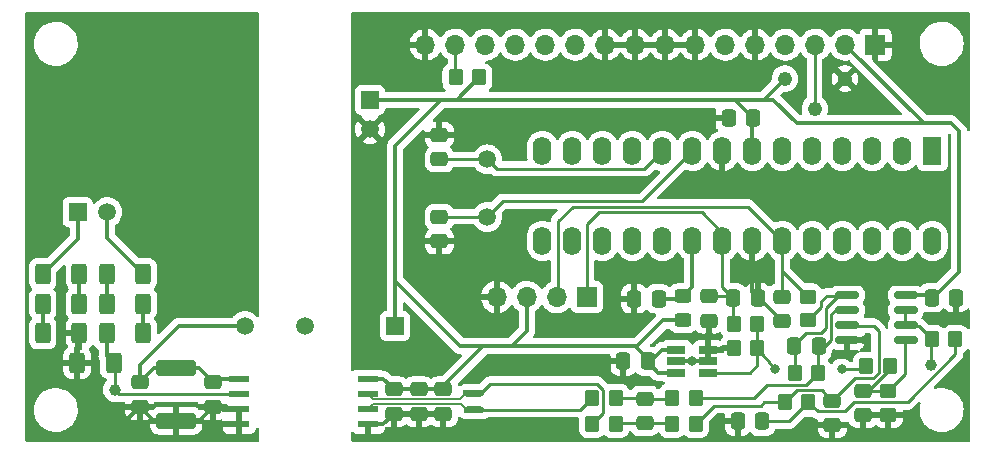
<source format=gtl>
G04 #@! TF.GenerationSoftware,KiCad,Pcbnew,(6.0.0-0)*
G04 #@! TF.CreationDate,2022-02-24T15:34:45+01:00*
G04 #@! TF.ProjectId,AC Power Supply,41432050-6f77-4657-9220-537570706c79,rev?*
G04 #@! TF.SameCoordinates,Original*
G04 #@! TF.FileFunction,Copper,L1,Top*
G04 #@! TF.FilePolarity,Positive*
%FSLAX46Y46*%
G04 Gerber Fmt 4.6, Leading zero omitted, Abs format (unit mm)*
G04 Created by KiCad (PCBNEW (6.0.0-0)) date 2022-02-24 15:34:45*
%MOMM*%
%LPD*%
G01*
G04 APERTURE LIST*
G04 Aperture macros list*
%AMRoundRect*
0 Rectangle with rounded corners*
0 $1 Rounding radius*
0 $2 $3 $4 $5 $6 $7 $8 $9 X,Y pos of 4 corners*
0 Add a 4 corners polygon primitive as box body*
4,1,4,$2,$3,$4,$5,$6,$7,$8,$9,$2,$3,0*
0 Add four circle primitives for the rounded corners*
1,1,$1+$1,$2,$3*
1,1,$1+$1,$4,$5*
1,1,$1+$1,$6,$7*
1,1,$1+$1,$8,$9*
0 Add four rect primitives between the rounded corners*
20,1,$1+$1,$2,$3,$4,$5,0*
20,1,$1+$1,$4,$5,$6,$7,0*
20,1,$1+$1,$6,$7,$8,$9,0*
20,1,$1+$1,$8,$9,$2,$3,0*%
G04 Aperture macros list end*
G04 #@! TA.AperFunction,SMDPad,CuDef*
%ADD10R,1.560000X0.650000*%
G04 #@! TD*
G04 #@! TA.AperFunction,SMDPad,CuDef*
%ADD11RoundRect,0.150000X-0.825000X-0.150000X0.825000X-0.150000X0.825000X0.150000X-0.825000X0.150000X0*%
G04 #@! TD*
G04 #@! TA.AperFunction,ComponentPad*
%ADD12C,1.000000*%
G04 #@! TD*
G04 #@! TA.AperFunction,SMDPad,CuDef*
%ADD13RoundRect,0.250000X0.450000X-0.350000X0.450000X0.350000X-0.450000X0.350000X-0.450000X-0.350000X0*%
G04 #@! TD*
G04 #@! TA.AperFunction,SMDPad,CuDef*
%ADD14RoundRect,0.250000X-0.450000X0.350000X-0.450000X-0.350000X0.450000X-0.350000X0.450000X0.350000X0*%
G04 #@! TD*
G04 #@! TA.AperFunction,SMDPad,CuDef*
%ADD15RoundRect,0.250000X-0.400000X-0.625000X0.400000X-0.625000X0.400000X0.625000X-0.400000X0.625000X0*%
G04 #@! TD*
G04 #@! TA.AperFunction,SMDPad,CuDef*
%ADD16RoundRect,0.250000X-0.475000X0.337500X-0.475000X-0.337500X0.475000X-0.337500X0.475000X0.337500X0*%
G04 #@! TD*
G04 #@! TA.AperFunction,SMDPad,CuDef*
%ADD17RoundRect,0.250000X0.475000X-0.337500X0.475000X0.337500X-0.475000X0.337500X-0.475000X-0.337500X0*%
G04 #@! TD*
G04 #@! TA.AperFunction,SMDPad,CuDef*
%ADD18RoundRect,0.250000X-0.350000X-0.450000X0.350000X-0.450000X0.350000X0.450000X-0.350000X0.450000X0*%
G04 #@! TD*
G04 #@! TA.AperFunction,SMDPad,CuDef*
%ADD19RoundRect,0.250000X0.350000X0.450000X-0.350000X0.450000X-0.350000X-0.450000X0.350000X-0.450000X0*%
G04 #@! TD*
G04 #@! TA.AperFunction,SMDPad,CuDef*
%ADD20RoundRect,0.250000X1.450000X-0.400000X1.450000X0.400000X-1.450000X0.400000X-1.450000X-0.400000X0*%
G04 #@! TD*
G04 #@! TA.AperFunction,SMDPad,CuDef*
%ADD21RoundRect,0.250000X0.337500X0.475000X-0.337500X0.475000X-0.337500X-0.475000X0.337500X-0.475000X0*%
G04 #@! TD*
G04 #@! TA.AperFunction,SMDPad,CuDef*
%ADD22RoundRect,0.250000X0.400000X0.625000X-0.400000X0.625000X-0.400000X-0.625000X0.400000X-0.625000X0*%
G04 #@! TD*
G04 #@! TA.AperFunction,SMDPad,CuDef*
%ADD23RoundRect,0.250000X0.450000X-0.325000X0.450000X0.325000X-0.450000X0.325000X-0.450000X-0.325000X0*%
G04 #@! TD*
G04 #@! TA.AperFunction,ComponentPad*
%ADD24R,1.508000X1.508000*%
G04 #@! TD*
G04 #@! TA.AperFunction,ComponentPad*
%ADD25C,1.508000*%
G04 #@! TD*
G04 #@! TA.AperFunction,ComponentPad*
%ADD26C,0.600000*%
G04 #@! TD*
G04 #@! TA.AperFunction,ComponentPad*
%ADD27R,1.700000X1.700000*%
G04 #@! TD*
G04 #@! TA.AperFunction,ComponentPad*
%ADD28O,1.700000X1.700000*%
G04 #@! TD*
G04 #@! TA.AperFunction,SMDPad,CuDef*
%ADD29RoundRect,0.250000X-0.337500X-0.475000X0.337500X-0.475000X0.337500X0.475000X-0.337500X0.475000X0*%
G04 #@! TD*
G04 #@! TA.AperFunction,SMDPad,CuDef*
%ADD30R,1.799999X0.599999*%
G04 #@! TD*
G04 #@! TA.AperFunction,ComponentPad*
%ADD31C,1.219200*%
G04 #@! TD*
G04 #@! TA.AperFunction,ComponentPad*
%ADD32C,1.500000*%
G04 #@! TD*
G04 #@! TA.AperFunction,ComponentPad*
%ADD33R,1.600000X2.400000*%
G04 #@! TD*
G04 #@! TA.AperFunction,ComponentPad*
%ADD34O,1.600000X2.400000*%
G04 #@! TD*
G04 #@! TA.AperFunction,ViaPad*
%ADD35C,0.800000*%
G04 #@! TD*
G04 #@! TA.AperFunction,Conductor*
%ADD36C,0.250000*%
G04 #@! TD*
G04 #@! TA.AperFunction,Conductor*
%ADD37C,0.350000*%
G04 #@! TD*
G04 #@! TA.AperFunction,Conductor*
%ADD38C,0.127000*%
G04 #@! TD*
G04 APERTURE END LIST*
G36*
X86913020Y-77700000D02*
G01*
X85713020Y-77700000D01*
X85713020Y-77100000D01*
X86913020Y-77100000D01*
X86913020Y-77700000D01*
G37*
G36*
X86863020Y-76300000D02*
G01*
X85663020Y-76300000D01*
X85663020Y-75700000D01*
X86863020Y-75700000D01*
X86863020Y-76300000D01*
G37*
D10*
X106150000Y-74250000D03*
X106150000Y-73300000D03*
X106150000Y-72350000D03*
X103450000Y-72350000D03*
X103450000Y-74250000D03*
X103450000Y-73300000D03*
D11*
X117925000Y-67695000D03*
X117925000Y-68965000D03*
X117925000Y-70235000D03*
X117925000Y-71505000D03*
X122875000Y-71505000D03*
X122875000Y-70235000D03*
X122875000Y-68965000D03*
X122875000Y-67695000D03*
D12*
X125000000Y-73600000D03*
X55900000Y-78700000D03*
X55900000Y-75700000D03*
D13*
X114550000Y-69800000D03*
X114550000Y-67800000D03*
D14*
X121400000Y-75800000D03*
X121400000Y-77800000D03*
D15*
X55200000Y-68400000D03*
X58300000Y-68400000D03*
D16*
X83375000Y-61062500D03*
X83375000Y-63137500D03*
D17*
X112400000Y-69887500D03*
X112400000Y-67812500D03*
D18*
X103075000Y-76375000D03*
X105075000Y-76375000D03*
D19*
X114625000Y-76750000D03*
X112625000Y-76750000D03*
D20*
X61100000Y-78325000D03*
X61100000Y-73875000D03*
D19*
X110300000Y-72200000D03*
X108300000Y-72200000D03*
X110300000Y-70100000D03*
X108300000Y-70100000D03*
D17*
X64200000Y-77137500D03*
X64200000Y-75062500D03*
D15*
X49800000Y-65900000D03*
X52900000Y-65900000D03*
D16*
X100775000Y-76437500D03*
X100775000Y-78512500D03*
D18*
X103075000Y-78575000D03*
X105075000Y-78575000D03*
D21*
X127137500Y-67900000D03*
X125062500Y-67900000D03*
D17*
X106200000Y-69837500D03*
X106200000Y-67762500D03*
D15*
X49800000Y-70900000D03*
X52900000Y-70900000D03*
D22*
X58300000Y-65900000D03*
X55200000Y-65900000D03*
D17*
X83713020Y-77737500D03*
X83713020Y-75662500D03*
D19*
X127075000Y-71400000D03*
X125075000Y-71400000D03*
D23*
X104000000Y-69825000D03*
X104000000Y-67775000D03*
D18*
X84750000Y-49250000D03*
X86750000Y-49250000D03*
D24*
X79620000Y-70300000D03*
D25*
X77080000Y-70300000D03*
X72000000Y-70300000D03*
X66920000Y-70300000D03*
D22*
X52900000Y-68400000D03*
X49800000Y-68400000D03*
D26*
X85713020Y-77400000D03*
X86913020Y-77400000D03*
D27*
X95875000Y-67850000D03*
D28*
X93335000Y-67850000D03*
X90795000Y-67850000D03*
X88255000Y-67850000D03*
D29*
X108637500Y-78375000D03*
X110712500Y-78375000D03*
D24*
X52750000Y-60650000D03*
D25*
X55250000Y-60650000D03*
D18*
X96325000Y-76375000D03*
X98325000Y-76375000D03*
D21*
X101937500Y-68000000D03*
X99862500Y-68000000D03*
D17*
X58000000Y-77137500D03*
X58000000Y-75062500D03*
D30*
X66450001Y-74795000D03*
X66450001Y-76065000D03*
X66450001Y-77335000D03*
X66450001Y-78605000D03*
X77349999Y-78605000D03*
X77349999Y-77335000D03*
X77349999Y-76065000D03*
X77349999Y-74795000D03*
D31*
X117700000Y-49350000D03*
X115160000Y-51890000D03*
X112620000Y-49350000D03*
D16*
X119250000Y-75762500D03*
X119250000Y-77837500D03*
D29*
X98962500Y-73300000D03*
X101037500Y-73300000D03*
D26*
X85663020Y-76000000D03*
X86863020Y-76000000D03*
D21*
X115487500Y-72000000D03*
X113412500Y-72000000D03*
D19*
X115450000Y-74250000D03*
X113450000Y-74250000D03*
D29*
X107862500Y-52700000D03*
X109937500Y-52700000D03*
X108262500Y-67900000D03*
X110337500Y-67900000D03*
D32*
X87425000Y-56175000D03*
X87425000Y-61055000D03*
D17*
X79513020Y-77737500D03*
X79513020Y-75662500D03*
D22*
X58300000Y-70900000D03*
X55200000Y-70900000D03*
D18*
X119500000Y-73700000D03*
X121500000Y-73700000D03*
D17*
X81613020Y-77737500D03*
X81613020Y-75662500D03*
X83375000Y-56187500D03*
X83375000Y-54112500D03*
D33*
X125125000Y-55475000D03*
D34*
X122585000Y-55475000D03*
X120045000Y-55475000D03*
X117505000Y-55475000D03*
X114965000Y-55475000D03*
X112425000Y-55475000D03*
X109885000Y-55475000D03*
X107345000Y-55475000D03*
X104805000Y-55475000D03*
X102265000Y-55475000D03*
X99725000Y-55475000D03*
X97185000Y-55475000D03*
X94645000Y-55475000D03*
X92105000Y-55475000D03*
X92105000Y-63095000D03*
X94645000Y-63095000D03*
X97185000Y-63095000D03*
X99725000Y-63095000D03*
X102265000Y-63095000D03*
X104805000Y-63095000D03*
X107345000Y-63095000D03*
X109885000Y-63095000D03*
X112425000Y-63095000D03*
X114965000Y-63095000D03*
X117505000Y-63095000D03*
X120045000Y-63095000D03*
X122585000Y-63095000D03*
X125125000Y-63095000D03*
D18*
X96325000Y-78575000D03*
X98325000Y-78575000D03*
D25*
X77500000Y-53650000D03*
D24*
X77500000Y-51150000D03*
D15*
X52700000Y-73400000D03*
X55800000Y-73400000D03*
D16*
X116650000Y-76612500D03*
X116650000Y-78687500D03*
D27*
X120300000Y-46475000D03*
D28*
X117760000Y-46475000D03*
X115220000Y-46475000D03*
X112680000Y-46475000D03*
X110140000Y-46475000D03*
X107600000Y-46475000D03*
X105060000Y-46475000D03*
X102520000Y-46475000D03*
X99980000Y-46475000D03*
X97440000Y-46475000D03*
X94900000Y-46475000D03*
X92360000Y-46475000D03*
X89820000Y-46475000D03*
X87280000Y-46475000D03*
X84740000Y-46475000D03*
X82200000Y-46475000D03*
D35*
X66900000Y-67100000D03*
X121400000Y-79425000D03*
X81400000Y-63150000D03*
X107000000Y-78375000D03*
X119400000Y-71500000D03*
X98225000Y-68000000D03*
X119250000Y-79450000D03*
X114900000Y-78675000D03*
X81613020Y-79400000D03*
X105950000Y-52700000D03*
X81650000Y-54900000D03*
X97325000Y-73300000D03*
X104800000Y-73300000D03*
X79513020Y-79400000D03*
X127200000Y-69675000D03*
X106175000Y-71150000D03*
X83713020Y-79400000D03*
X111825000Y-73975000D03*
X117425000Y-73975000D03*
D36*
X127075000Y-71400000D02*
X127075000Y-72691036D01*
X127075000Y-72691036D02*
X123016036Y-76750000D01*
X123016036Y-76750000D02*
X118475000Y-76750000D01*
X118475000Y-76750000D02*
X117700480Y-77524520D01*
X117700480Y-77524520D02*
X115399520Y-77524520D01*
X115399520Y-77524520D02*
X114625000Y-76750000D01*
X125000000Y-73600000D02*
X125000000Y-71475000D01*
X125000000Y-71475000D02*
X125075000Y-71400000D01*
X55900000Y-75700000D02*
X56265000Y-76065000D01*
X56265000Y-76065000D02*
X66450001Y-76065000D01*
X55900000Y-75700000D02*
X55900000Y-73500000D01*
D37*
X55900000Y-78700000D02*
X56437500Y-78700000D01*
X56437500Y-78700000D02*
X58000000Y-77137500D01*
X58000000Y-77137500D02*
X54837500Y-77137500D01*
X54837500Y-77137500D02*
X53800000Y-76100000D01*
X52700000Y-73400000D02*
X52700000Y-75000000D01*
X52700000Y-75000000D02*
X53800000Y-76100000D01*
D38*
X85713020Y-77400000D02*
X85200000Y-76886980D01*
X85200000Y-76886980D02*
X77798019Y-76886980D01*
X77798019Y-76886980D02*
X77349999Y-77335000D01*
X77349999Y-76065000D02*
X77798019Y-76513020D01*
X77798019Y-76513020D02*
X85150000Y-76513020D01*
X85150000Y-76513020D02*
X85663020Y-76000000D01*
D36*
X112425000Y-65775000D02*
X112425000Y-63095000D01*
X107345000Y-66982500D02*
X107345000Y-63095000D01*
D37*
X79620000Y-55080000D02*
X79620000Y-70300000D01*
X58000000Y-73600000D02*
X61300000Y-70300000D01*
X66920000Y-70300000D02*
X61300000Y-70300000D01*
X77500000Y-51150000D02*
X108387500Y-51150000D01*
X79620000Y-55080000D02*
X83550000Y-51150000D01*
X85162500Y-72000000D02*
X87100000Y-72000000D01*
X79620000Y-66457500D02*
X85162500Y-72000000D01*
X83713020Y-75386980D02*
X87100000Y-72000000D01*
D36*
X86863020Y-76000000D02*
X87663020Y-75200000D01*
X87663020Y-75200000D02*
X96762493Y-75200000D01*
X86913020Y-77400000D02*
X95300000Y-77400000D01*
X95300000Y-77400000D02*
X96325000Y-76375000D01*
D37*
X77349999Y-78605000D02*
X78645520Y-78605000D01*
X78645520Y-78605000D02*
X79513020Y-77737500D01*
X77349999Y-74795000D02*
X78645520Y-74795000D01*
X78645520Y-74795000D02*
X79513020Y-75662500D01*
X52700000Y-73400000D02*
X52700000Y-71100000D01*
X58000000Y-75062500D02*
X58000000Y-73600000D01*
X119400000Y-71500000D02*
X117705000Y-71500000D01*
X103450000Y-73300000D02*
X106150000Y-73300000D01*
X79513020Y-77737500D02*
X81613020Y-77737500D01*
X109885000Y-67447500D02*
X109885000Y-63095000D01*
X127200000Y-69675000D02*
X127200000Y-67962500D01*
X110412500Y-67900000D02*
X112400000Y-69887500D01*
X110337500Y-67900000D02*
X109885000Y-67447500D01*
X99900000Y-72000000D02*
X100137500Y-72000000D01*
X101100000Y-73200000D02*
X99900000Y-72000000D01*
X81613020Y-75662500D02*
X83713020Y-75662500D01*
X126675000Y-53125000D02*
X127375000Y-53825000D01*
X123100000Y-67695000D02*
X124857500Y-67695000D01*
X113625000Y-53125000D02*
X126675000Y-53125000D01*
X117760000Y-46475000D02*
X124410000Y-53125000D01*
X102212500Y-72350000D02*
X103450000Y-72350000D01*
X108387500Y-51150000D02*
X111650000Y-51150000D01*
X86750000Y-49250000D02*
X84850000Y-51150000D01*
X109885000Y-55475000D02*
X109885000Y-52752500D01*
X108387500Y-51150000D02*
X109937500Y-52700000D01*
X90795000Y-70705000D02*
X89500000Y-72000000D01*
X112620000Y-49350000D02*
X110820000Y-51150000D01*
X111650000Y-51150000D02*
X113625000Y-53125000D01*
X87100000Y-72000000D02*
X99900000Y-72000000D01*
X101100000Y-73462500D02*
X102212500Y-72350000D01*
X101100000Y-73462500D02*
X101887500Y-74250000D01*
X100137500Y-72000000D02*
X102312500Y-69825000D01*
X101887500Y-74250000D02*
X103450000Y-74250000D01*
X104000000Y-69825000D02*
X102312500Y-69825000D01*
X127375000Y-53825000D02*
X127375000Y-65687500D01*
X79513020Y-75662500D02*
X81613020Y-75662500D01*
X90795000Y-67850000D02*
X90795000Y-70705000D01*
X125162500Y-67900000D02*
X127375000Y-65687500D01*
D36*
X100775000Y-76437500D02*
X103012500Y-76437500D01*
X98325000Y-76375000D02*
X100712500Y-76375000D01*
X100775000Y-78512500D02*
X103012500Y-78512500D01*
X100775000Y-78512500D02*
X98387500Y-78512500D01*
X112625000Y-76725960D02*
X113625480Y-75725480D01*
X120575480Y-70725480D02*
X120135000Y-70285000D01*
X120087973Y-74724520D02*
X120575480Y-74237013D01*
X115762980Y-75725480D02*
X113625480Y-75725480D01*
X116650000Y-76612500D02*
X118537980Y-74724520D01*
X105075000Y-78575000D02*
X106600000Y-77050000D01*
X118537980Y-74724520D02*
X120087973Y-74724520D01*
X112625000Y-76750000D02*
X110875000Y-76750000D01*
X116650000Y-76612500D02*
X115762980Y-75725480D01*
X120135000Y-70285000D02*
X117875000Y-70285000D01*
X106600000Y-77050000D02*
X110575000Y-77050000D01*
X120575480Y-74237013D02*
X120575480Y-70725480D01*
X110875000Y-76750000D02*
X110575000Y-77050000D01*
X116864632Y-69015000D02*
X117875000Y-69015000D01*
X116575480Y-71474520D02*
X116575480Y-69304152D01*
X115487500Y-72000000D02*
X116050000Y-72000000D01*
X116050000Y-72000000D02*
X116575480Y-71474520D01*
X116575480Y-69304152D02*
X116864632Y-69015000D01*
X105075000Y-76375000D02*
X110037506Y-76375000D01*
X110037506Y-76375000D02*
X111136538Y-75275969D01*
X114424031Y-75275969D02*
X111136538Y-75275969D01*
X115450000Y-74250000D02*
X115450000Y-72037500D01*
X115450000Y-74250000D02*
X114424031Y-75275969D01*
X116125969Y-70424031D02*
X116125969Y-68774031D01*
X113450000Y-74250000D02*
X113450000Y-72037500D01*
X113412500Y-71887500D02*
X114450000Y-70850000D01*
X114550000Y-69800000D02*
X115700000Y-68650000D01*
X115700000Y-68200000D02*
X116155000Y-67745000D01*
X114450000Y-70850000D02*
X115700000Y-70850000D01*
X116125969Y-68774031D02*
X117155000Y-67745000D01*
X116155000Y-67745000D02*
X117875000Y-67745000D01*
X115700000Y-68650000D02*
X115700000Y-68200000D01*
X115700000Y-70850000D02*
X116125969Y-70424031D01*
X110712500Y-78375000D02*
X113000000Y-78375000D01*
X113000000Y-78375000D02*
X114625000Y-76750000D01*
X112425000Y-63095000D02*
X109530000Y-60200000D01*
X114550000Y-67800000D02*
X112425000Y-65675000D01*
X112425000Y-67787500D02*
X112425000Y-65775000D01*
X94650000Y-60200000D02*
X93425000Y-61425000D01*
X109530000Y-60200000D02*
X94650000Y-60200000D01*
X93425000Y-61425000D02*
X93425000Y-67760000D01*
X105575000Y-60650000D02*
X96850000Y-60650000D01*
X107345000Y-62420000D02*
X105575000Y-60650000D01*
X108262500Y-67900000D02*
X108262500Y-70062500D01*
X96850000Y-60650000D02*
X95875000Y-61625000D01*
X95875000Y-61625000D02*
X95875000Y-67850000D01*
X108262500Y-67900000D02*
X107345000Y-66982500D01*
X106200000Y-67762500D02*
X108125000Y-67762500D01*
D37*
X58300000Y-65900000D02*
X55250000Y-62850000D01*
X55250000Y-62850000D02*
X55250000Y-60650000D01*
X55200000Y-65900000D02*
X55200000Y-68400000D01*
X52750000Y-62950000D02*
X52750000Y-60650000D01*
X49800000Y-65900000D02*
X52750000Y-62950000D01*
X52900000Y-65900000D02*
X52900000Y-68400000D01*
X58300000Y-68400000D02*
X58300000Y-70900000D01*
X49800000Y-68400000D02*
X49800000Y-70900000D01*
D36*
X87425000Y-61055000D02*
X88754510Y-59725490D01*
X83382500Y-61055000D02*
X87425000Y-61055000D01*
X100554510Y-59725490D02*
X104805000Y-55475000D01*
X88754510Y-59725490D02*
X100554510Y-59725490D01*
X100740480Y-56999520D02*
X102265000Y-55475000D01*
X87425000Y-56175000D02*
X88249520Y-56999520D01*
X88249520Y-56999520D02*
X100740480Y-56999520D01*
X83387500Y-56175000D02*
X87425000Y-56175000D01*
X115160000Y-51890000D02*
X115160000Y-46535000D01*
X84740000Y-46475000D02*
X84740000Y-49240000D01*
D37*
X66450001Y-77335000D02*
X64502500Y-77335000D01*
X61100000Y-78325000D02*
X63012500Y-78325000D01*
X61100000Y-78325000D02*
X59187500Y-78325000D01*
X59187500Y-78325000D02*
X58000000Y-77137500D01*
X66450001Y-78605000D02*
X66450001Y-77335000D01*
X63012500Y-78325000D02*
X64200000Y-77137500D01*
X63012500Y-73875000D02*
X64200000Y-75062500D01*
X61100000Y-73875000D02*
X63012500Y-73875000D01*
X64967500Y-74795000D02*
X66450001Y-74795000D01*
X59187500Y-73875000D02*
X58000000Y-75062500D01*
X61100000Y-73875000D02*
X59187500Y-73875000D01*
X104805000Y-66970000D02*
X104805000Y-63095000D01*
X101937500Y-68000000D02*
X103775000Y-68000000D01*
X104000000Y-67775000D02*
X104805000Y-66970000D01*
D36*
X123960000Y-70285000D02*
X125075000Y-71400000D01*
X122825000Y-69015000D02*
X122825000Y-70285000D01*
X122825000Y-70285000D02*
X123960000Y-70285000D01*
X117425000Y-73975000D02*
X119225000Y-73975000D01*
X106150000Y-74250000D02*
X109650000Y-74250000D01*
X110300000Y-72200000D02*
X111825000Y-73975000D01*
X109650000Y-74250000D02*
X110300000Y-73600000D01*
X110300000Y-73600000D02*
X110300000Y-72200000D01*
X110300000Y-72200000D02*
X110300000Y-70100000D01*
D37*
X55200000Y-70900000D02*
X55200000Y-72800000D01*
X55200000Y-72800000D02*
X55800000Y-73400000D01*
D36*
X121400000Y-75800000D02*
X122825000Y-74375000D01*
X119685697Y-75762500D02*
X121500000Y-73948197D01*
X122825000Y-74375000D02*
X122825000Y-71555000D01*
X119250000Y-75762500D02*
X121362500Y-75762500D01*
X97249520Y-75687027D02*
X97249520Y-77650480D01*
X96762492Y-75200000D02*
X97249520Y-75687027D01*
X97249520Y-77650480D02*
X96325000Y-78575000D01*
G04 #@! TA.AperFunction,Conductor*
G36*
X128246708Y-72236796D02*
G01*
X128286207Y-72295790D01*
X128292000Y-72333555D01*
X128292000Y-79966000D01*
X128271998Y-80034121D01*
X128218342Y-80080614D01*
X128166000Y-80092000D01*
X76026000Y-80092000D01*
X75957879Y-80071998D01*
X75911386Y-80018342D01*
X75900000Y-79966000D01*
X75900000Y-79379573D01*
X75920002Y-79311452D01*
X75973658Y-79264959D01*
X76043932Y-79254855D01*
X76101565Y-79278747D01*
X76196351Y-79349785D01*
X76211946Y-79358323D01*
X76332394Y-79403477D01*
X76347649Y-79407104D01*
X76398514Y-79412630D01*
X76405328Y-79412999D01*
X77077884Y-79412999D01*
X77093123Y-79408524D01*
X77094328Y-79407134D01*
X77095999Y-79399451D01*
X77095999Y-78477000D01*
X77116001Y-78408879D01*
X77169657Y-78362386D01*
X77221999Y-78351000D01*
X77477999Y-78351000D01*
X77546120Y-78371002D01*
X77592613Y-78424658D01*
X77603999Y-78477000D01*
X77603999Y-79394883D01*
X77608474Y-79410122D01*
X77609864Y-79411327D01*
X77617547Y-79412998D01*
X78294667Y-79412998D01*
X78301488Y-79412628D01*
X78352350Y-79407104D01*
X78367602Y-79403478D01*
X78488052Y-79358323D01*
X78503647Y-79349785D01*
X78605722Y-79273284D01*
X78618283Y-79260723D01*
X78694784Y-79158648D01*
X78703322Y-79143053D01*
X78748476Y-79022605D01*
X78752103Y-79007350D01*
X78757629Y-78956485D01*
X78757998Y-78949671D01*
X78757998Y-78949039D01*
X78758040Y-78948896D01*
X78758182Y-78946274D01*
X78758800Y-78946307D01*
X78778000Y-78880918D01*
X78831656Y-78834425D01*
X78896841Y-78823695D01*
X78984460Y-78832672D01*
X78990874Y-78833000D01*
X79240905Y-78833000D01*
X79256144Y-78828525D01*
X79257349Y-78827135D01*
X79259020Y-78819452D01*
X79259020Y-78814884D01*
X79767020Y-78814884D01*
X79771495Y-78830123D01*
X79772885Y-78831328D01*
X79780568Y-78832999D01*
X80035115Y-78832999D01*
X80041634Y-78832662D01*
X80137226Y-78822743D01*
X80150620Y-78819851D01*
X80304804Y-78768412D01*
X80317982Y-78762239D01*
X80455827Y-78676937D01*
X80467228Y-78667901D01*
X80473933Y-78661184D01*
X80536215Y-78627104D01*
X80607035Y-78632106D01*
X80652126Y-78661030D01*
X80659845Y-78668736D01*
X80671260Y-78677751D01*
X80809263Y-78762816D01*
X80822444Y-78768963D01*
X80976730Y-78820138D01*
X80990106Y-78823005D01*
X81084458Y-78832672D01*
X81090874Y-78833000D01*
X81340905Y-78833000D01*
X81356144Y-78828525D01*
X81357349Y-78827135D01*
X81359020Y-78819452D01*
X81359020Y-78814884D01*
X81867020Y-78814884D01*
X81871495Y-78830123D01*
X81872885Y-78831328D01*
X81880568Y-78832999D01*
X82135115Y-78832999D01*
X82141634Y-78832662D01*
X82237226Y-78822743D01*
X82250620Y-78819851D01*
X82404804Y-78768412D01*
X82417982Y-78762239D01*
X82555827Y-78676937D01*
X82567228Y-78667901D01*
X82573933Y-78661184D01*
X82636215Y-78627104D01*
X82707035Y-78632106D01*
X82752126Y-78661030D01*
X82759845Y-78668736D01*
X82771260Y-78677751D01*
X82909263Y-78762816D01*
X82922444Y-78768963D01*
X83076730Y-78820138D01*
X83090106Y-78823005D01*
X83184458Y-78832672D01*
X83190874Y-78833000D01*
X83440905Y-78833000D01*
X83456144Y-78828525D01*
X83457349Y-78827135D01*
X83459020Y-78819452D01*
X83459020Y-78009615D01*
X83454545Y-77994376D01*
X83453155Y-77993171D01*
X83445472Y-77991500D01*
X81885135Y-77991500D01*
X81869896Y-77995975D01*
X81868691Y-77997365D01*
X81867020Y-78005048D01*
X81867020Y-78814884D01*
X81359020Y-78814884D01*
X81359020Y-78009615D01*
X81354545Y-77994376D01*
X81353155Y-77993171D01*
X81345472Y-77991500D01*
X79785135Y-77991500D01*
X79769896Y-77995975D01*
X79768691Y-77997365D01*
X79767020Y-78005048D01*
X79767020Y-78814884D01*
X79259020Y-78814884D01*
X79259020Y-77609500D01*
X79279022Y-77541379D01*
X79332678Y-77494886D01*
X79385020Y-77483500D01*
X83841020Y-77483500D01*
X83909141Y-77503502D01*
X83955634Y-77557158D01*
X83967020Y-77609500D01*
X83967020Y-78814884D01*
X83971495Y-78830123D01*
X83972885Y-78831328D01*
X83980568Y-78832999D01*
X84235115Y-78832999D01*
X84241634Y-78832662D01*
X84337226Y-78822743D01*
X84350620Y-78819851D01*
X84504804Y-78768412D01*
X84517982Y-78762239D01*
X84655827Y-78676937D01*
X84667228Y-78667901D01*
X84781759Y-78553171D01*
X84790771Y-78541760D01*
X84875836Y-78403757D01*
X84881983Y-78390576D01*
X84933158Y-78236290D01*
X84936025Y-78222914D01*
X84945692Y-78128562D01*
X84946020Y-78122146D01*
X84946020Y-78081556D01*
X84966022Y-78013435D01*
X85019678Y-77966942D01*
X85089952Y-77956838D01*
X85154532Y-77986332D01*
X85162653Y-77994026D01*
X85194402Y-78026902D01*
X85256516Y-78067548D01*
X85328112Y-78114399D01*
X85346179Y-78126222D01*
X85352783Y-78128678D01*
X85352785Y-78128679D01*
X85509578Y-78186990D01*
X85509580Y-78186990D01*
X85516188Y-78189448D01*
X85572770Y-78196998D01*
X85615223Y-78202663D01*
X85620715Y-78203842D01*
X85628558Y-78205014D01*
X85637161Y-78207587D01*
X85646134Y-78207642D01*
X85647138Y-78207792D01*
X85660761Y-78208739D01*
X85675339Y-78210684D01*
X85689001Y-78212507D01*
X85689004Y-78212507D01*
X85695981Y-78213438D01*
X85702992Y-78212800D01*
X85702996Y-78212800D01*
X85730796Y-78210270D01*
X85746441Y-78208846D01*
X85758621Y-78208329D01*
X85777306Y-78208443D01*
X85778737Y-78208452D01*
X85782672Y-78208476D01*
X85784016Y-78208092D01*
X85785362Y-78208000D01*
X86846857Y-78208000D01*
X86863521Y-78209107D01*
X86888999Y-78212507D01*
X86889004Y-78212507D01*
X86895981Y-78213438D01*
X86902992Y-78212800D01*
X86902996Y-78212800D01*
X86930796Y-78210270D01*
X86946441Y-78208846D01*
X86958621Y-78208329D01*
X86982672Y-78208476D01*
X86991307Y-78206008D01*
X87000196Y-78204790D01*
X87000203Y-78204843D01*
X87009497Y-78203107D01*
X87076620Y-78196998D01*
X87083322Y-78194820D01*
X87083324Y-78194820D01*
X87242429Y-78143124D01*
X87242432Y-78143123D01*
X87249128Y-78140947D01*
X87351340Y-78080016D01*
X87399561Y-78051271D01*
X87464078Y-78033500D01*
X95090500Y-78033500D01*
X95158621Y-78053502D01*
X95205114Y-78107158D01*
X95216500Y-78159500D01*
X95216500Y-79075400D01*
X95216837Y-79078646D01*
X95216837Y-79078650D01*
X95226752Y-79174206D01*
X95227474Y-79181166D01*
X95229655Y-79187702D01*
X95229655Y-79187704D01*
X95260030Y-79278747D01*
X95283450Y-79348946D01*
X95376522Y-79499348D01*
X95501697Y-79624305D01*
X95507927Y-79628145D01*
X95507928Y-79628146D01*
X95645288Y-79712816D01*
X95652262Y-79717115D01*
X95732005Y-79743564D01*
X95813611Y-79770632D01*
X95813613Y-79770632D01*
X95820139Y-79772797D01*
X95826975Y-79773497D01*
X95826978Y-79773498D01*
X95870031Y-79777909D01*
X95924600Y-79783500D01*
X96725400Y-79783500D01*
X96728646Y-79783163D01*
X96728650Y-79783163D01*
X96824308Y-79773238D01*
X96824312Y-79773237D01*
X96831166Y-79772526D01*
X96837702Y-79770345D01*
X96837704Y-79770345D01*
X96969806Y-79726272D01*
X96998946Y-79716550D01*
X97149348Y-79623478D01*
X97235784Y-79536891D01*
X97298066Y-79502812D01*
X97368886Y-79507815D01*
X97413975Y-79536736D01*
X97475845Y-79598498D01*
X97501697Y-79624305D01*
X97507927Y-79628145D01*
X97507928Y-79628146D01*
X97645288Y-79712816D01*
X97652262Y-79717115D01*
X97732005Y-79743564D01*
X97813611Y-79770632D01*
X97813613Y-79770632D01*
X97820139Y-79772797D01*
X97826975Y-79773497D01*
X97826978Y-79773498D01*
X97870031Y-79777909D01*
X97924600Y-79783500D01*
X98725400Y-79783500D01*
X98728646Y-79783163D01*
X98728650Y-79783163D01*
X98824308Y-79773238D01*
X98824312Y-79773237D01*
X98831166Y-79772526D01*
X98837702Y-79770345D01*
X98837704Y-79770345D01*
X98969806Y-79726272D01*
X98998946Y-79716550D01*
X99149348Y-79623478D01*
X99174285Y-79598498D01*
X99269134Y-79503483D01*
X99274305Y-79498303D01*
X99305018Y-79448478D01*
X99363275Y-79353968D01*
X99363276Y-79353966D01*
X99367115Y-79347738D01*
X99403986Y-79236575D01*
X99444417Y-79178215D01*
X99509981Y-79150978D01*
X99579862Y-79163511D01*
X99630723Y-79209939D01*
X99660774Y-79258500D01*
X99701522Y-79324348D01*
X99826697Y-79449305D01*
X99832927Y-79453145D01*
X99832928Y-79453146D01*
X99970288Y-79537816D01*
X99977262Y-79542115D01*
X100057005Y-79568564D01*
X100138611Y-79595632D01*
X100138613Y-79595632D01*
X100145139Y-79597797D01*
X100151975Y-79598497D01*
X100151978Y-79598498D01*
X100195031Y-79602909D01*
X100249600Y-79608500D01*
X101300400Y-79608500D01*
X101303646Y-79608163D01*
X101303650Y-79608163D01*
X101399308Y-79598238D01*
X101399312Y-79598237D01*
X101406166Y-79597526D01*
X101412702Y-79595345D01*
X101412704Y-79595345D01*
X101544806Y-79551272D01*
X101573946Y-79541550D01*
X101724348Y-79448478D01*
X101840672Y-79331951D01*
X101902954Y-79297872D01*
X101973775Y-79302875D01*
X102030647Y-79345372D01*
X102036989Y-79354665D01*
X102126522Y-79499348D01*
X102251697Y-79624305D01*
X102257927Y-79628145D01*
X102257928Y-79628146D01*
X102395288Y-79712816D01*
X102402262Y-79717115D01*
X102482005Y-79743564D01*
X102563611Y-79770632D01*
X102563613Y-79770632D01*
X102570139Y-79772797D01*
X102576975Y-79773497D01*
X102576978Y-79773498D01*
X102620031Y-79777909D01*
X102674600Y-79783500D01*
X103475400Y-79783500D01*
X103478646Y-79783163D01*
X103478650Y-79783163D01*
X103574308Y-79773238D01*
X103574312Y-79773237D01*
X103581166Y-79772526D01*
X103587702Y-79770345D01*
X103587704Y-79770345D01*
X103719806Y-79726272D01*
X103748946Y-79716550D01*
X103899348Y-79623478D01*
X103985784Y-79536891D01*
X104048066Y-79502812D01*
X104118886Y-79507815D01*
X104163975Y-79536736D01*
X104225845Y-79598498D01*
X104251697Y-79624305D01*
X104257927Y-79628145D01*
X104257928Y-79628146D01*
X104395288Y-79712816D01*
X104402262Y-79717115D01*
X104482005Y-79743564D01*
X104563611Y-79770632D01*
X104563613Y-79770632D01*
X104570139Y-79772797D01*
X104576975Y-79773497D01*
X104576978Y-79773498D01*
X104620031Y-79777909D01*
X104674600Y-79783500D01*
X105475400Y-79783500D01*
X105478646Y-79783163D01*
X105478650Y-79783163D01*
X105574308Y-79773238D01*
X105574312Y-79773237D01*
X105581166Y-79772526D01*
X105587702Y-79770345D01*
X105587704Y-79770345D01*
X105719806Y-79726272D01*
X105748946Y-79716550D01*
X105899348Y-79623478D01*
X105924285Y-79598498D01*
X106019134Y-79503483D01*
X106024305Y-79498303D01*
X106055018Y-79448478D01*
X106113275Y-79353968D01*
X106113276Y-79353966D01*
X106117115Y-79347738D01*
X106146740Y-79258422D01*
X106170632Y-79186389D01*
X106170632Y-79186387D01*
X106172797Y-79179861D01*
X106174971Y-79158648D01*
X106178510Y-79124101D01*
X106183500Y-79075400D01*
X106183500Y-78897095D01*
X107542001Y-78897095D01*
X107542338Y-78903614D01*
X107552257Y-78999206D01*
X107555149Y-79012600D01*
X107606588Y-79166784D01*
X107612761Y-79179962D01*
X107698063Y-79317807D01*
X107707099Y-79329208D01*
X107821829Y-79443739D01*
X107833240Y-79452751D01*
X107971243Y-79537816D01*
X107984424Y-79543963D01*
X108138710Y-79595138D01*
X108152086Y-79598005D01*
X108246438Y-79607672D01*
X108252854Y-79608000D01*
X108365385Y-79608000D01*
X108380624Y-79603525D01*
X108381829Y-79602135D01*
X108383500Y-79594452D01*
X108383500Y-78647115D01*
X108379025Y-78631876D01*
X108377635Y-78630671D01*
X108369952Y-78629000D01*
X107560116Y-78629000D01*
X107544877Y-78633475D01*
X107543672Y-78634865D01*
X107542001Y-78642548D01*
X107542001Y-78897095D01*
X106183500Y-78897095D01*
X106183500Y-78414594D01*
X106203502Y-78346473D01*
X106220405Y-78325499D01*
X106825499Y-77720405D01*
X106887811Y-77686379D01*
X106914594Y-77683500D01*
X107419453Y-77683500D01*
X107487574Y-77703502D01*
X107534067Y-77757158D01*
X107544797Y-77822344D01*
X107542328Y-77846443D01*
X107542000Y-77852855D01*
X107542000Y-78102885D01*
X107546475Y-78118124D01*
X107547865Y-78119329D01*
X107555548Y-78121000D01*
X108765500Y-78121000D01*
X108833621Y-78141002D01*
X108880114Y-78194658D01*
X108891500Y-78247000D01*
X108891500Y-79589884D01*
X108895975Y-79605123D01*
X108897365Y-79606328D01*
X108905048Y-79607999D01*
X109022095Y-79607999D01*
X109028614Y-79607662D01*
X109124206Y-79597743D01*
X109137600Y-79594851D01*
X109291784Y-79543412D01*
X109304962Y-79537239D01*
X109442807Y-79451937D01*
X109454208Y-79442901D01*
X109568738Y-79328172D01*
X109575794Y-79319238D01*
X109633712Y-79278177D01*
X109704635Y-79274947D01*
X109766046Y-79310574D01*
X109772846Y-79318407D01*
X109776522Y-79324348D01*
X109901697Y-79449305D01*
X109907927Y-79453145D01*
X109907928Y-79453146D01*
X110045288Y-79537816D01*
X110052262Y-79542115D01*
X110132005Y-79568564D01*
X110213611Y-79595632D01*
X110213613Y-79595632D01*
X110220139Y-79597797D01*
X110226975Y-79598497D01*
X110226978Y-79598498D01*
X110270031Y-79602909D01*
X110324600Y-79608500D01*
X111100400Y-79608500D01*
X111103646Y-79608163D01*
X111103650Y-79608163D01*
X111199308Y-79598238D01*
X111199312Y-79598237D01*
X111206166Y-79597526D01*
X111212702Y-79595345D01*
X111212704Y-79595345D01*
X111344806Y-79551272D01*
X111373946Y-79541550D01*
X111524348Y-79448478D01*
X111649305Y-79323303D01*
X111689250Y-79258500D01*
X111738275Y-79178968D01*
X111738276Y-79178966D01*
X111742115Y-79172738D01*
X111767955Y-79094833D01*
X111783708Y-79072095D01*
X115417001Y-79072095D01*
X115417338Y-79078614D01*
X115427257Y-79174206D01*
X115430149Y-79187600D01*
X115481588Y-79341784D01*
X115487761Y-79354962D01*
X115573063Y-79492807D01*
X115582099Y-79504208D01*
X115696829Y-79618739D01*
X115708240Y-79627751D01*
X115846243Y-79712816D01*
X115859424Y-79718963D01*
X116013710Y-79770138D01*
X116027086Y-79773005D01*
X116121438Y-79782672D01*
X116127854Y-79783000D01*
X116377885Y-79783000D01*
X116393124Y-79778525D01*
X116394329Y-79777135D01*
X116396000Y-79769452D01*
X116396000Y-79764884D01*
X116904000Y-79764884D01*
X116908475Y-79780123D01*
X116909865Y-79781328D01*
X116917548Y-79782999D01*
X117172095Y-79782999D01*
X117178614Y-79782662D01*
X117274206Y-79772743D01*
X117287600Y-79769851D01*
X117441784Y-79718412D01*
X117454962Y-79712239D01*
X117592807Y-79626937D01*
X117604208Y-79617901D01*
X117718739Y-79503171D01*
X117727751Y-79491760D01*
X117812816Y-79353757D01*
X117818963Y-79340576D01*
X117870138Y-79186290D01*
X117873005Y-79172914D01*
X117882672Y-79078562D01*
X117883000Y-79072146D01*
X117883000Y-78959615D01*
X117878525Y-78944376D01*
X117877135Y-78943171D01*
X117869452Y-78941500D01*
X116922115Y-78941500D01*
X116906876Y-78945975D01*
X116905671Y-78947365D01*
X116904000Y-78955048D01*
X116904000Y-79764884D01*
X116396000Y-79764884D01*
X116396000Y-78959615D01*
X116391525Y-78944376D01*
X116390135Y-78943171D01*
X116382452Y-78941500D01*
X115435116Y-78941500D01*
X115419877Y-78945975D01*
X115418672Y-78947365D01*
X115417001Y-78955048D01*
X115417001Y-79072095D01*
X111783708Y-79072095D01*
X111808386Y-79036473D01*
X111873950Y-79009236D01*
X111887548Y-79008500D01*
X112921233Y-79008500D01*
X112932416Y-79009027D01*
X112939909Y-79010702D01*
X112947835Y-79010453D01*
X112947836Y-79010453D01*
X113007986Y-79008562D01*
X113011945Y-79008500D01*
X113039856Y-79008500D01*
X113043791Y-79008003D01*
X113043856Y-79007995D01*
X113055693Y-79007062D01*
X113089456Y-79006001D01*
X113091970Y-79005922D01*
X113099889Y-79005673D01*
X113119343Y-79000021D01*
X113138700Y-78996013D01*
X113150930Y-78994468D01*
X113150931Y-78994468D01*
X113158797Y-78993474D01*
X113166168Y-78990555D01*
X113166170Y-78990555D01*
X113199912Y-78977196D01*
X113211142Y-78973351D01*
X113245983Y-78963229D01*
X113245984Y-78963229D01*
X113253593Y-78961018D01*
X113260412Y-78956985D01*
X113260417Y-78956983D01*
X113271028Y-78950707D01*
X113288776Y-78942012D01*
X113307617Y-78934552D01*
X113327457Y-78920138D01*
X113343387Y-78908564D01*
X113353307Y-78902048D01*
X113384535Y-78883580D01*
X113384538Y-78883578D01*
X113391362Y-78879542D01*
X113405683Y-78865221D01*
X113420717Y-78852380D01*
X113423671Y-78850234D01*
X113437107Y-78840472D01*
X113442157Y-78834368D01*
X113442162Y-78834363D01*
X113465293Y-78806402D01*
X113473283Y-78797621D01*
X114275501Y-77995404D01*
X114337813Y-77961379D01*
X114364596Y-77958500D01*
X114885406Y-77958500D01*
X114953527Y-77978502D01*
X114974500Y-77995404D01*
X114979751Y-78000655D01*
X114982893Y-78003092D01*
X114982953Y-78003139D01*
X114991965Y-78010837D01*
X114994732Y-78013435D01*
X115024199Y-78041106D01*
X115031142Y-78044923D01*
X115041951Y-78050865D01*
X115058473Y-78061718D01*
X115074479Y-78074134D01*
X115081757Y-78077284D01*
X115081758Y-78077284D01*
X115115057Y-78091694D01*
X115125707Y-78096911D01*
X115164460Y-78118215D01*
X115172135Y-78120186D01*
X115172136Y-78120186D01*
X115184082Y-78123253D01*
X115202787Y-78129657D01*
X115221375Y-78137701D01*
X115229198Y-78138940D01*
X115229208Y-78138943D01*
X115265044Y-78144619D01*
X115276664Y-78147025D01*
X115319489Y-78158020D01*
X115318904Y-78160300D01*
X115373149Y-78183950D01*
X115412558Y-78243005D01*
X115417637Y-78293419D01*
X115417328Y-78296440D01*
X115417000Y-78302855D01*
X115417000Y-78415385D01*
X115421475Y-78430624D01*
X115422865Y-78431829D01*
X115430548Y-78433500D01*
X117864884Y-78433500D01*
X117901277Y-78422814D01*
X117925413Y-78407303D01*
X117996410Y-78407304D01*
X118056135Y-78445689D01*
X118080435Y-78488328D01*
X118081588Y-78491783D01*
X118087761Y-78504962D01*
X118173063Y-78642807D01*
X118182099Y-78654208D01*
X118296829Y-78768739D01*
X118308240Y-78777751D01*
X118446243Y-78862816D01*
X118459424Y-78868963D01*
X118613710Y-78920138D01*
X118627086Y-78923005D01*
X118721438Y-78932672D01*
X118727854Y-78933000D01*
X118977885Y-78933000D01*
X118993124Y-78928525D01*
X118994329Y-78927135D01*
X118996000Y-78919452D01*
X118996000Y-78914884D01*
X119504000Y-78914884D01*
X119508475Y-78930123D01*
X119509865Y-78931328D01*
X119517548Y-78932999D01*
X119772095Y-78932999D01*
X119778614Y-78932662D01*
X119874206Y-78922743D01*
X119887600Y-78919851D01*
X120041784Y-78868412D01*
X120054962Y-78862239D01*
X120192807Y-78776937D01*
X120204213Y-78767897D01*
X120260850Y-78711162D01*
X120323132Y-78677083D01*
X120393952Y-78682086D01*
X120439040Y-78711007D01*
X120471829Y-78743739D01*
X120483240Y-78752751D01*
X120621243Y-78837816D01*
X120634424Y-78843963D01*
X120788710Y-78895138D01*
X120802086Y-78898005D01*
X120896438Y-78907672D01*
X120902854Y-78908000D01*
X121127885Y-78908000D01*
X121143124Y-78903525D01*
X121144329Y-78902135D01*
X121146000Y-78894452D01*
X121146000Y-78889884D01*
X121654000Y-78889884D01*
X121658475Y-78905123D01*
X121659865Y-78906328D01*
X121667548Y-78907999D01*
X121897095Y-78907999D01*
X121903614Y-78907662D01*
X121999206Y-78897743D01*
X122012600Y-78894851D01*
X122166784Y-78843412D01*
X122179962Y-78837239D01*
X122317807Y-78751937D01*
X122329208Y-78742901D01*
X122443739Y-78628171D01*
X122452751Y-78616760D01*
X122537816Y-78478757D01*
X122543963Y-78465576D01*
X122595138Y-78311290D01*
X122598005Y-78297914D01*
X122607672Y-78203562D01*
X122608000Y-78197146D01*
X122608000Y-78072115D01*
X122603525Y-78056876D01*
X122602135Y-78055671D01*
X122594452Y-78054000D01*
X121672115Y-78054000D01*
X121656876Y-78058475D01*
X121655671Y-78059865D01*
X121654000Y-78067548D01*
X121654000Y-78889884D01*
X121146000Y-78889884D01*
X121146000Y-78072115D01*
X121141525Y-78056876D01*
X121140135Y-78055671D01*
X121132452Y-78054000D01*
X120541115Y-78054000D01*
X120512593Y-78062375D01*
X120475216Y-78086396D01*
X120439717Y-78091500D01*
X119522115Y-78091500D01*
X119506876Y-78095975D01*
X119505671Y-78097365D01*
X119504000Y-78105048D01*
X119504000Y-78914884D01*
X118996000Y-78914884D01*
X118996000Y-77709500D01*
X119016002Y-77641379D01*
X119069658Y-77594886D01*
X119122000Y-77583500D01*
X120133885Y-77583500D01*
X120162407Y-77575125D01*
X120199784Y-77551104D01*
X120235283Y-77546000D01*
X122589884Y-77546000D01*
X122605123Y-77541525D01*
X122606328Y-77540135D01*
X122607999Y-77532452D01*
X122607999Y-77509500D01*
X122628001Y-77441379D01*
X122681657Y-77394886D01*
X122733999Y-77383500D01*
X122937269Y-77383500D01*
X122948452Y-77384027D01*
X122955945Y-77385702D01*
X122963871Y-77385453D01*
X122963872Y-77385453D01*
X123024022Y-77383562D01*
X123027981Y-77383500D01*
X123055892Y-77383500D01*
X123059827Y-77383003D01*
X123059892Y-77382995D01*
X123071729Y-77382062D01*
X123103987Y-77381048D01*
X123108006Y-77380922D01*
X123115925Y-77380673D01*
X123135379Y-77375021D01*
X123154736Y-77371013D01*
X123166966Y-77369468D01*
X123166967Y-77369468D01*
X123174833Y-77368474D01*
X123182204Y-77365555D01*
X123182206Y-77365555D01*
X123215948Y-77352196D01*
X123227178Y-77348351D01*
X123262019Y-77338229D01*
X123262020Y-77338229D01*
X123269629Y-77336018D01*
X123276448Y-77331985D01*
X123276453Y-77331983D01*
X123287064Y-77325707D01*
X123304812Y-77317012D01*
X123323653Y-77309552D01*
X123332007Y-77303483D01*
X123359423Y-77283564D01*
X123369343Y-77277048D01*
X123400571Y-77258580D01*
X123400574Y-77258578D01*
X123407398Y-77254542D01*
X123421719Y-77240221D01*
X123436753Y-77227380D01*
X123446730Y-77220131D01*
X123453143Y-77215472D01*
X123481334Y-77181395D01*
X123489324Y-77172616D01*
X123900108Y-76761832D01*
X123962420Y-76727806D01*
X124033235Y-76732871D01*
X124090071Y-76775418D01*
X124114882Y-76841938D01*
X124108013Y-76892881D01*
X124102575Y-76908280D01*
X124101692Y-76912762D01*
X124052134Y-77164201D01*
X124050419Y-77172900D01*
X124050192Y-77177453D01*
X124050192Y-77177456D01*
X124037420Y-77434030D01*
X124037009Y-77442277D01*
X124062625Y-77710769D01*
X124063710Y-77715203D01*
X124063711Y-77715209D01*
X124108054Y-77896424D01*
X124126731Y-77972750D01*
X124227985Y-78222733D01*
X124364265Y-78455482D01*
X124442389Y-78553171D01*
X124523191Y-78654208D01*
X124532716Y-78666119D01*
X124729809Y-78850234D01*
X124951416Y-79003968D01*
X124955499Y-79005999D01*
X124955502Y-79006001D01*
X124968767Y-79012600D01*
X125192894Y-79124101D01*
X125197228Y-79125522D01*
X125197231Y-79125523D01*
X125444853Y-79206698D01*
X125444859Y-79206699D01*
X125449186Y-79208118D01*
X125453677Y-79208898D01*
X125453678Y-79208898D01*
X125711140Y-79253601D01*
X125711148Y-79253602D01*
X125714921Y-79254257D01*
X125718758Y-79254448D01*
X125798578Y-79258422D01*
X125798586Y-79258422D01*
X125800149Y-79258500D01*
X125968512Y-79258500D01*
X125970780Y-79258335D01*
X125970792Y-79258335D01*
X126101884Y-79248823D01*
X126169004Y-79243953D01*
X126173459Y-79242969D01*
X126173462Y-79242969D01*
X126427912Y-79186791D01*
X126427916Y-79186790D01*
X126432372Y-79185806D01*
X126558480Y-79138028D01*
X126680318Y-79091868D01*
X126680321Y-79091867D01*
X126684588Y-79090250D01*
X126888124Y-78977196D01*
X126916375Y-78961504D01*
X126916376Y-78961503D01*
X126920368Y-78959286D01*
X127039441Y-78868412D01*
X127131141Y-78798429D01*
X127131142Y-78798428D01*
X127134773Y-78795657D01*
X127152278Y-78777751D01*
X127279983Y-78647115D01*
X127323312Y-78602792D01*
X127482034Y-78384730D01*
X127567169Y-78222914D01*
X127605490Y-78150079D01*
X127605493Y-78150073D01*
X127607615Y-78146039D01*
X127609414Y-78140947D01*
X127695902Y-77896033D01*
X127695902Y-77896032D01*
X127697425Y-77891720D01*
X127733987Y-77706217D01*
X127748700Y-77631572D01*
X127748701Y-77631566D01*
X127749581Y-77627100D01*
X127751185Y-77594886D01*
X127762764Y-77362292D01*
X127762764Y-77362286D01*
X127762991Y-77357723D01*
X127737375Y-77089231D01*
X127717621Y-77008500D01*
X127674355Y-76831688D01*
X127673269Y-76827250D01*
X127572015Y-76577267D01*
X127435735Y-76344518D01*
X127267284Y-76133881D01*
X127070191Y-75949766D01*
X126848584Y-75796032D01*
X126844501Y-75794001D01*
X126844498Y-75793999D01*
X126689455Y-75716867D01*
X126607106Y-75675899D01*
X126602772Y-75674478D01*
X126602769Y-75674477D01*
X126355147Y-75593302D01*
X126355141Y-75593301D01*
X126350814Y-75591882D01*
X126346322Y-75591102D01*
X126088860Y-75546399D01*
X126088852Y-75546398D01*
X126085079Y-75545743D01*
X126073817Y-75545182D01*
X126001422Y-75541578D01*
X126001414Y-75541578D01*
X125999851Y-75541500D01*
X125831488Y-75541500D01*
X125829220Y-75541665D01*
X125829208Y-75541665D01*
X125698116Y-75551177D01*
X125630996Y-75556047D01*
X125626541Y-75557031D01*
X125626538Y-75557031D01*
X125378548Y-75611783D01*
X125307717Y-75606937D01*
X125250750Y-75564567D01*
X125225733Y-75498124D01*
X125240610Y-75428703D01*
X125262289Y-75399651D01*
X125482286Y-75179655D01*
X127467253Y-73194688D01*
X127475539Y-73187148D01*
X127482018Y-73183036D01*
X127487728Y-73176956D01*
X127528643Y-73133385D01*
X127531398Y-73130543D01*
X127551135Y-73110806D01*
X127553615Y-73107609D01*
X127561320Y-73098587D01*
X127586159Y-73072136D01*
X127591586Y-73066357D01*
X127595405Y-73059411D01*
X127595407Y-73059408D01*
X127601348Y-73048602D01*
X127612199Y-73032083D01*
X127618820Y-73023547D01*
X127624614Y-73016077D01*
X127627759Y-73008808D01*
X127627762Y-73008804D01*
X127642174Y-72975499D01*
X127647391Y-72964849D01*
X127668695Y-72926096D01*
X127673733Y-72906473D01*
X127680137Y-72887770D01*
X127685033Y-72876456D01*
X127685033Y-72876455D01*
X127688181Y-72869181D01*
X127689420Y-72861358D01*
X127689423Y-72861348D01*
X127695099Y-72825512D01*
X127697505Y-72813892D01*
X127706528Y-72778747D01*
X127706528Y-72778746D01*
X127708500Y-72771066D01*
X127708500Y-72750812D01*
X127710051Y-72731101D01*
X127711980Y-72718922D01*
X127713220Y-72711093D01*
X127709059Y-72667074D01*
X127708500Y-72655217D01*
X127708500Y-72636781D01*
X127728502Y-72568660D01*
X127768197Y-72529637D01*
X127780243Y-72522183D01*
X127899348Y-72448478D01*
X128024305Y-72323303D01*
X128030678Y-72312965D01*
X128058740Y-72267439D01*
X128111512Y-72219946D01*
X128181584Y-72208522D01*
X128246708Y-72236796D01*
G37*
G04 #@! TD.AperFunction*
G04 #@! TA.AperFunction,Conductor*
G36*
X89480524Y-72683792D02*
G01*
X89528458Y-72687060D01*
X89528462Y-72687060D01*
X89536034Y-72687576D01*
X89543510Y-72686271D01*
X89543515Y-72686271D01*
X89548641Y-72685376D01*
X89570303Y-72683500D01*
X97741000Y-72683500D01*
X97809121Y-72703502D01*
X97855614Y-72757158D01*
X97867000Y-72809500D01*
X97867000Y-73027885D01*
X97871475Y-73043124D01*
X97872865Y-73044329D01*
X97880548Y-73046000D01*
X99090500Y-73046000D01*
X99158621Y-73066002D01*
X99205114Y-73119658D01*
X99216500Y-73172000D01*
X99216500Y-74514884D01*
X99220975Y-74530123D01*
X99222365Y-74531328D01*
X99230048Y-74532999D01*
X99347095Y-74532999D01*
X99353614Y-74532662D01*
X99449206Y-74522743D01*
X99462600Y-74519851D01*
X99616784Y-74468412D01*
X99629962Y-74462239D01*
X99767807Y-74376937D01*
X99779208Y-74367901D01*
X99893738Y-74253172D01*
X99900794Y-74244238D01*
X99958712Y-74203177D01*
X100029635Y-74199947D01*
X100091046Y-74235574D01*
X100097846Y-74243407D01*
X100101522Y-74249348D01*
X100226697Y-74374305D01*
X100232927Y-74378145D01*
X100232928Y-74378146D01*
X100370288Y-74462816D01*
X100377262Y-74467115D01*
X100390905Y-74471640D01*
X100538611Y-74520632D01*
X100538613Y-74520632D01*
X100545139Y-74522797D01*
X100551975Y-74523497D01*
X100551978Y-74523498D01*
X100595031Y-74527909D01*
X100649600Y-74533500D01*
X101152195Y-74533500D01*
X101220316Y-74553502D01*
X101241290Y-74570405D01*
X101384344Y-74713459D01*
X101390198Y-74719724D01*
X101426790Y-74761670D01*
X101477155Y-74797066D01*
X101482420Y-74800978D01*
X101530828Y-74838935D01*
X101537752Y-74842061D01*
X101542061Y-74844671D01*
X101551476Y-74850042D01*
X101555924Y-74852427D01*
X101562139Y-74856795D01*
X101617713Y-74878462D01*
X101619457Y-74879142D01*
X101625529Y-74881694D01*
X101681605Y-74907014D01*
X101689082Y-74908400D01*
X101693902Y-74909910D01*
X101704335Y-74912882D01*
X101709196Y-74914130D01*
X101716272Y-74916889D01*
X101775842Y-74924731D01*
X101777262Y-74924918D01*
X101783778Y-74925950D01*
X101786023Y-74926366D01*
X101844267Y-74937161D01*
X101851847Y-74936724D01*
X101851848Y-74936724D01*
X101904142Y-74933709D01*
X101911394Y-74933500D01*
X102258411Y-74933500D01*
X102326532Y-74953502D01*
X102333975Y-74958674D01*
X102418193Y-75021791D01*
X102460707Y-75078649D01*
X102465733Y-75149467D01*
X102431673Y-75211761D01*
X102400958Y-75233296D01*
X102401054Y-75233450D01*
X102394838Y-75237297D01*
X102394833Y-75237299D01*
X102306419Y-75292012D01*
X102250652Y-75326522D01*
X102245479Y-75331704D01*
X102225456Y-75351762D01*
X102125695Y-75451697D01*
X102121855Y-75457927D01*
X102121854Y-75457928D01*
X102037280Y-75595132D01*
X101984508Y-75642625D01*
X101914436Y-75654049D01*
X101849312Y-75625775D01*
X101841002Y-75618189D01*
X101728483Y-75505866D01*
X101723303Y-75500695D01*
X101699092Y-75485771D01*
X101578968Y-75411725D01*
X101578966Y-75411724D01*
X101572738Y-75407885D01*
X101452880Y-75368130D01*
X101411389Y-75354368D01*
X101411387Y-75354368D01*
X101404861Y-75352203D01*
X101398025Y-75351503D01*
X101398022Y-75351502D01*
X101348565Y-75346435D01*
X101300400Y-75341500D01*
X100249600Y-75341500D01*
X100246354Y-75341837D01*
X100246350Y-75341837D01*
X100150692Y-75351762D01*
X100150688Y-75351763D01*
X100143834Y-75352474D01*
X100137298Y-75354655D01*
X100137296Y-75354655D01*
X100096907Y-75368130D01*
X99976054Y-75408450D01*
X99825652Y-75501522D01*
X99700695Y-75626697D01*
X99696856Y-75632925D01*
X99696852Y-75632930D01*
X99666841Y-75681617D01*
X99614069Y-75729110D01*
X99559582Y-75741500D01*
X99504197Y-75741500D01*
X99436076Y-75721498D01*
X99389583Y-75667842D01*
X99384674Y-75655377D01*
X99368867Y-75607998D01*
X99368866Y-75607996D01*
X99366550Y-75601054D01*
X99360392Y-75591102D01*
X99277332Y-75456880D01*
X99273478Y-75450652D01*
X99148303Y-75325695D01*
X99104149Y-75298478D01*
X99003968Y-75236725D01*
X99003966Y-75236724D01*
X98997738Y-75232885D01*
X98881386Y-75194293D01*
X98836389Y-75179368D01*
X98836387Y-75179368D01*
X98829861Y-75177203D01*
X98823025Y-75176503D01*
X98823022Y-75176502D01*
X98779969Y-75172091D01*
X98725400Y-75166500D01*
X97924600Y-75166500D01*
X97921354Y-75166837D01*
X97921350Y-75166837D01*
X97825692Y-75176762D01*
X97825688Y-75176763D01*
X97818834Y-75177474D01*
X97812298Y-75179655D01*
X97812296Y-75179655D01*
X97755533Y-75198593D01*
X97684584Y-75201177D01*
X97626562Y-75168165D01*
X97266147Y-74807751D01*
X97258605Y-74799461D01*
X97254493Y-74792982D01*
X97204797Y-74746314D01*
X97201986Y-74743589D01*
X97185060Y-74726663D01*
X97185053Y-74726657D01*
X97182261Y-74723865D01*
X97179075Y-74721394D01*
X97170054Y-74713689D01*
X97155756Y-74700262D01*
X97137814Y-74683414D01*
X97120055Y-74673651D01*
X97103532Y-74662797D01*
X97093796Y-74655245D01*
X97093797Y-74655245D01*
X97087532Y-74650386D01*
X97080259Y-74647239D01*
X97080256Y-74647237D01*
X97047089Y-74632885D01*
X97046967Y-74632832D01*
X97036310Y-74627611D01*
X97004503Y-74610125D01*
X97004498Y-74610123D01*
X96997553Y-74606305D01*
X96989878Y-74604335D01*
X96989877Y-74604334D01*
X96977927Y-74601266D01*
X96959220Y-74594861D01*
X96956660Y-74593753D01*
X96940636Y-74586819D01*
X96900950Y-74580533D01*
X96896973Y-74579903D01*
X96885351Y-74577496D01*
X96850202Y-74568471D01*
X96850197Y-74568470D01*
X96842523Y-74566500D01*
X96822267Y-74566500D01*
X96802556Y-74564949D01*
X96794172Y-74563621D01*
X96782548Y-74561780D01*
X96753277Y-74564547D01*
X96738530Y-74565941D01*
X96726672Y-74566500D01*
X87741787Y-74566500D01*
X87730604Y-74565973D01*
X87723111Y-74564298D01*
X87715185Y-74564547D01*
X87715184Y-74564547D01*
X87655021Y-74566438D01*
X87651063Y-74566500D01*
X87623164Y-74566500D01*
X87619174Y-74567004D01*
X87607340Y-74567936D01*
X87563131Y-74569326D01*
X87555517Y-74571538D01*
X87555512Y-74571539D01*
X87543679Y-74574977D01*
X87524316Y-74578988D01*
X87504223Y-74581526D01*
X87496856Y-74584443D01*
X87496851Y-74584444D01*
X87463112Y-74597802D01*
X87451885Y-74601646D01*
X87409427Y-74613982D01*
X87402601Y-74618019D01*
X87391992Y-74624293D01*
X87374244Y-74632988D01*
X87355403Y-74640448D01*
X87348987Y-74645110D01*
X87348986Y-74645110D01*
X87319633Y-74666436D01*
X87309713Y-74672952D01*
X87278485Y-74691420D01*
X87278482Y-74691422D01*
X87271658Y-74695458D01*
X87257337Y-74709779D01*
X87242304Y-74722619D01*
X87225913Y-74734528D01*
X87220862Y-74740633D01*
X87220857Y-74740638D01*
X87197721Y-74768604D01*
X87189733Y-74777382D01*
X86812020Y-75155095D01*
X86749708Y-75189121D01*
X86722925Y-75192000D01*
X85723118Y-75192000D01*
X85708199Y-75191114D01*
X85691485Y-75189121D01*
X85668700Y-75186404D01*
X85661698Y-75187140D01*
X85661696Y-75187140D01*
X85625477Y-75190947D01*
X85611536Y-75191635D01*
X85604061Y-75191589D01*
X85593368Y-75191524D01*
X85584734Y-75193991D01*
X85578774Y-75194808D01*
X85566981Y-75197095D01*
X85495308Y-75204628D01*
X85495306Y-75204629D01*
X85488308Y-75205364D01*
X85316599Y-75263818D01*
X85295239Y-75276959D01*
X85168115Y-75355166D01*
X85168112Y-75355168D01*
X85162108Y-75358862D01*
X85157071Y-75363795D01*
X85151522Y-75368130D01*
X85149924Y-75366085D01*
X85097801Y-75393843D01*
X85027042Y-75388039D01*
X84970654Y-75344902D01*
X84946520Y-75277091D01*
X84946520Y-75274600D01*
X84945419Y-75263987D01*
X84938188Y-75194293D01*
X84951053Y-75124472D01*
X84974420Y-75092195D01*
X86244520Y-73822095D01*
X97867001Y-73822095D01*
X97867338Y-73828614D01*
X97877257Y-73924206D01*
X97880149Y-73937600D01*
X97931588Y-74091784D01*
X97937761Y-74104962D01*
X98023063Y-74242807D01*
X98032099Y-74254208D01*
X98146829Y-74368739D01*
X98158240Y-74377751D01*
X98296243Y-74462816D01*
X98309424Y-74468963D01*
X98463710Y-74520138D01*
X98477086Y-74523005D01*
X98571438Y-74532672D01*
X98577854Y-74533000D01*
X98690385Y-74533000D01*
X98705624Y-74528525D01*
X98706829Y-74527135D01*
X98708500Y-74519452D01*
X98708500Y-73572115D01*
X98704025Y-73556876D01*
X98702635Y-73555671D01*
X98694952Y-73554000D01*
X97885116Y-73554000D01*
X97869877Y-73558475D01*
X97868672Y-73559865D01*
X97867001Y-73567548D01*
X97867001Y-73822095D01*
X86244520Y-73822095D01*
X87346210Y-72720405D01*
X87408522Y-72686379D01*
X87435305Y-72683500D01*
X89471955Y-72683500D01*
X89480524Y-72683792D01*
G37*
G04 #@! TD.AperFunction*
G04 #@! TA.AperFunction,Conductor*
G36*
X128234121Y-43728002D02*
G01*
X128280614Y-43781658D01*
X128292000Y-43834000D01*
X128292000Y-53634505D01*
X128271998Y-53702626D01*
X128218342Y-53749119D01*
X128148068Y-53759223D01*
X128083488Y-53729729D01*
X128044220Y-53665513D01*
X128043645Y-53660765D01*
X128040959Y-53653657D01*
X128039751Y-53648739D01*
X128036899Y-53638316D01*
X128035439Y-53633479D01*
X128034133Y-53625996D01*
X128031082Y-53619046D01*
X128031080Y-53619039D01*
X128009405Y-53569663D01*
X128006912Y-53563554D01*
X127987853Y-53513115D01*
X127985169Y-53506011D01*
X127980867Y-53499752D01*
X127978539Y-53495298D01*
X127973264Y-53485819D01*
X127970690Y-53481467D01*
X127967638Y-53474514D01*
X127963015Y-53468490D01*
X127963012Y-53468484D01*
X127930176Y-53425691D01*
X127926300Y-53420357D01*
X127895766Y-53375931D01*
X127891466Y-53369674D01*
X127846676Y-53329767D01*
X127841402Y-53324787D01*
X127178156Y-52661541D01*
X127172302Y-52655276D01*
X127140704Y-52619055D01*
X127135710Y-52613330D01*
X127085345Y-52577934D01*
X127080077Y-52574020D01*
X127077501Y-52572000D01*
X127031672Y-52536065D01*
X127024748Y-52532939D01*
X127020439Y-52530329D01*
X127011024Y-52524958D01*
X127006576Y-52522573D01*
X127000361Y-52518205D01*
X126943039Y-52495856D01*
X126936971Y-52493306D01*
X126880895Y-52467986D01*
X126873418Y-52466600D01*
X126868598Y-52465090D01*
X126858165Y-52462118D01*
X126853304Y-52460870D01*
X126846228Y-52458111D01*
X126785238Y-52450082D01*
X126778722Y-52449050D01*
X126725700Y-52439223D01*
X126718233Y-52437839D01*
X126710653Y-52438276D01*
X126710652Y-52438276D01*
X126658358Y-52441291D01*
X126651106Y-52441500D01*
X124745305Y-52441500D01*
X124677184Y-52421498D01*
X124656210Y-52404595D01*
X120082905Y-47831290D01*
X120073946Y-47814884D01*
X120554000Y-47814884D01*
X120558475Y-47830123D01*
X120559865Y-47831328D01*
X120567548Y-47832999D01*
X121194669Y-47832999D01*
X121201490Y-47832629D01*
X121252352Y-47827105D01*
X121267604Y-47823479D01*
X121388054Y-47778324D01*
X121403649Y-47769786D01*
X121505724Y-47693285D01*
X121518285Y-47680724D01*
X121594786Y-47578649D01*
X121603324Y-47563054D01*
X121648478Y-47442606D01*
X121652105Y-47427351D01*
X121657631Y-47376486D01*
X121658000Y-47369672D01*
X121658000Y-46747115D01*
X121653525Y-46731876D01*
X121652135Y-46730671D01*
X121644452Y-46729000D01*
X120572115Y-46729000D01*
X120556876Y-46733475D01*
X120555671Y-46734865D01*
X120554000Y-46742548D01*
X120554000Y-47814884D01*
X120073946Y-47814884D01*
X120048879Y-47768978D01*
X120046000Y-47742195D01*
X120046000Y-46442277D01*
X124037009Y-46442277D01*
X124062625Y-46710769D01*
X124063710Y-46715203D01*
X124063711Y-46715209D01*
X124124267Y-46962680D01*
X124126731Y-46972750D01*
X124227985Y-47222733D01*
X124304824Y-47353965D01*
X124357933Y-47444667D01*
X124364265Y-47455482D01*
X124450293Y-47563054D01*
X124514446Y-47643273D01*
X124532716Y-47666119D01*
X124729809Y-47850234D01*
X124951416Y-48003968D01*
X124955499Y-48005999D01*
X124955502Y-48006001D01*
X125027536Y-48041837D01*
X125192894Y-48124101D01*
X125197228Y-48125522D01*
X125197231Y-48125523D01*
X125444853Y-48206698D01*
X125444859Y-48206699D01*
X125449186Y-48208118D01*
X125453677Y-48208898D01*
X125453678Y-48208898D01*
X125711140Y-48253601D01*
X125711148Y-48253602D01*
X125714921Y-48254257D01*
X125718758Y-48254448D01*
X125798578Y-48258422D01*
X125798586Y-48258422D01*
X125800149Y-48258500D01*
X125968512Y-48258500D01*
X125970780Y-48258335D01*
X125970792Y-48258335D01*
X126101884Y-48248823D01*
X126169004Y-48243953D01*
X126173459Y-48242969D01*
X126173462Y-48242969D01*
X126427912Y-48186791D01*
X126427916Y-48186790D01*
X126432372Y-48185806D01*
X126588773Y-48126551D01*
X126680318Y-48091868D01*
X126680321Y-48091867D01*
X126684588Y-48090250D01*
X126920368Y-47959286D01*
X127074340Y-47841778D01*
X127131141Y-47798429D01*
X127131142Y-47798428D01*
X127134773Y-47795657D01*
X127144737Y-47785465D01*
X127249464Y-47678334D01*
X127323312Y-47602792D01*
X127482034Y-47384730D01*
X127565190Y-47226676D01*
X127605490Y-47150079D01*
X127605493Y-47150073D01*
X127607615Y-47146039D01*
X127611911Y-47133876D01*
X127695902Y-46896033D01*
X127695902Y-46896032D01*
X127697425Y-46891720D01*
X127726744Y-46742966D01*
X127748700Y-46631572D01*
X127748701Y-46631566D01*
X127749581Y-46627100D01*
X127758811Y-46441695D01*
X127762764Y-46362292D01*
X127762764Y-46362286D01*
X127762991Y-46357723D01*
X127737375Y-46089231D01*
X127715488Y-45999783D01*
X127674355Y-45831688D01*
X127673269Y-45827250D01*
X127572015Y-45577267D01*
X127435735Y-45344518D01*
X127317928Y-45197208D01*
X127270136Y-45137447D01*
X127270135Y-45137445D01*
X127267284Y-45133881D01*
X127070191Y-44949766D01*
X126848584Y-44796032D01*
X126844501Y-44794001D01*
X126844498Y-44793999D01*
X126679606Y-44711967D01*
X126607106Y-44675899D01*
X126602772Y-44674478D01*
X126602769Y-44674477D01*
X126355147Y-44593302D01*
X126355141Y-44593301D01*
X126350814Y-44591882D01*
X126346322Y-44591102D01*
X126088860Y-44546399D01*
X126088852Y-44546398D01*
X126085079Y-44545743D01*
X126073817Y-44545182D01*
X126001422Y-44541578D01*
X126001414Y-44541578D01*
X125999851Y-44541500D01*
X125831488Y-44541500D01*
X125829220Y-44541665D01*
X125829208Y-44541665D01*
X125698116Y-44551177D01*
X125630996Y-44556047D01*
X125626541Y-44557031D01*
X125626538Y-44557031D01*
X125372088Y-44613209D01*
X125372084Y-44613210D01*
X125367628Y-44614194D01*
X125241520Y-44661972D01*
X125119682Y-44708132D01*
X125119679Y-44708133D01*
X125115412Y-44709750D01*
X124879632Y-44840714D01*
X124665227Y-45004343D01*
X124476688Y-45197208D01*
X124317966Y-45415270D01*
X124269496Y-45507396D01*
X124194510Y-45649921D01*
X124194507Y-45649927D01*
X124192385Y-45653961D01*
X124190865Y-45658266D01*
X124190863Y-45658270D01*
X124104098Y-45903967D01*
X124102575Y-45908280D01*
X124050419Y-46172900D01*
X124050192Y-46177453D01*
X124050192Y-46177456D01*
X124040991Y-46362292D01*
X124037009Y-46442277D01*
X120046000Y-46442277D01*
X120046000Y-46202885D01*
X120554000Y-46202885D01*
X120558475Y-46218124D01*
X120559865Y-46219329D01*
X120567548Y-46221000D01*
X121639884Y-46221000D01*
X121655123Y-46216525D01*
X121656328Y-46215135D01*
X121657999Y-46207452D01*
X121657999Y-45580331D01*
X121657629Y-45573510D01*
X121652105Y-45522648D01*
X121648479Y-45507396D01*
X121603324Y-45386946D01*
X121594786Y-45371351D01*
X121518285Y-45269276D01*
X121505724Y-45256715D01*
X121403649Y-45180214D01*
X121388054Y-45171676D01*
X121267606Y-45126522D01*
X121252351Y-45122895D01*
X121201486Y-45117369D01*
X121194672Y-45117000D01*
X120572115Y-45117000D01*
X120556876Y-45121475D01*
X120555671Y-45122865D01*
X120554000Y-45130548D01*
X120554000Y-46202885D01*
X120046000Y-46202885D01*
X120046000Y-45135116D01*
X120041525Y-45119877D01*
X120040135Y-45118672D01*
X120032452Y-45117001D01*
X119405331Y-45117001D01*
X119398510Y-45117371D01*
X119347648Y-45122895D01*
X119332396Y-45126521D01*
X119211946Y-45171676D01*
X119196351Y-45180214D01*
X119094276Y-45256715D01*
X119081715Y-45269276D01*
X119005214Y-45371351D01*
X118996676Y-45386946D01*
X118955297Y-45497322D01*
X118912655Y-45554087D01*
X118846093Y-45578786D01*
X118776744Y-45563578D01*
X118744121Y-45537891D01*
X118693151Y-45481876D01*
X118693145Y-45481870D01*
X118689670Y-45478051D01*
X118685619Y-45474852D01*
X118685615Y-45474848D01*
X118518414Y-45342800D01*
X118518410Y-45342798D01*
X118514359Y-45339598D01*
X118478028Y-45319542D01*
X118386970Y-45269276D01*
X118318789Y-45231638D01*
X118313920Y-45229914D01*
X118313916Y-45229912D01*
X118113087Y-45158795D01*
X118113083Y-45158794D01*
X118108212Y-45157069D01*
X118103119Y-45156162D01*
X118103116Y-45156161D01*
X117893373Y-45118800D01*
X117893367Y-45118799D01*
X117888284Y-45117894D01*
X117814452Y-45116992D01*
X117670081Y-45115228D01*
X117670079Y-45115228D01*
X117664911Y-45115165D01*
X117444091Y-45148955D01*
X117231756Y-45218357D01*
X117033607Y-45321507D01*
X117029474Y-45324610D01*
X117029471Y-45324612D01*
X116908726Y-45415270D01*
X116854965Y-45455635D01*
X116700629Y-45617138D01*
X116593201Y-45774621D01*
X116538293Y-45819621D01*
X116467768Y-45827792D01*
X116404021Y-45796538D01*
X116383324Y-45772054D01*
X116302822Y-45647617D01*
X116302820Y-45647614D01*
X116300014Y-45643277D01*
X116149670Y-45478051D01*
X116145619Y-45474852D01*
X116145615Y-45474848D01*
X115978414Y-45342800D01*
X115978410Y-45342798D01*
X115974359Y-45339598D01*
X115938028Y-45319542D01*
X115846970Y-45269276D01*
X115778789Y-45231638D01*
X115773920Y-45229914D01*
X115773916Y-45229912D01*
X115573087Y-45158795D01*
X115573083Y-45158794D01*
X115568212Y-45157069D01*
X115563119Y-45156162D01*
X115563116Y-45156161D01*
X115353373Y-45118800D01*
X115353367Y-45118799D01*
X115348284Y-45117894D01*
X115274452Y-45116992D01*
X115130081Y-45115228D01*
X115130079Y-45115228D01*
X115124911Y-45115165D01*
X114904091Y-45148955D01*
X114691756Y-45218357D01*
X114493607Y-45321507D01*
X114489474Y-45324610D01*
X114489471Y-45324612D01*
X114368726Y-45415270D01*
X114314965Y-45455635D01*
X114160629Y-45617138D01*
X114053201Y-45774621D01*
X113998293Y-45819621D01*
X113927768Y-45827792D01*
X113864021Y-45796538D01*
X113843324Y-45772054D01*
X113762822Y-45647617D01*
X113762820Y-45647614D01*
X113760014Y-45643277D01*
X113609670Y-45478051D01*
X113605619Y-45474852D01*
X113605615Y-45474848D01*
X113438414Y-45342800D01*
X113438410Y-45342798D01*
X113434359Y-45339598D01*
X113398028Y-45319542D01*
X113306970Y-45269276D01*
X113238789Y-45231638D01*
X113233920Y-45229914D01*
X113233916Y-45229912D01*
X113033087Y-45158795D01*
X113033083Y-45158794D01*
X113028212Y-45157069D01*
X113023119Y-45156162D01*
X113023116Y-45156161D01*
X112813373Y-45118800D01*
X112813367Y-45118799D01*
X112808284Y-45117894D01*
X112734452Y-45116992D01*
X112590081Y-45115228D01*
X112590079Y-45115228D01*
X112584911Y-45115165D01*
X112364091Y-45148955D01*
X112151756Y-45218357D01*
X111953607Y-45321507D01*
X111949474Y-45324610D01*
X111949471Y-45324612D01*
X111828726Y-45415270D01*
X111774965Y-45455635D01*
X111620629Y-45617138D01*
X111617720Y-45621403D01*
X111617714Y-45621411D01*
X111605404Y-45639457D01*
X111513204Y-45774618D01*
X111512898Y-45775066D01*
X111457987Y-45820069D01*
X111387462Y-45828240D01*
X111323715Y-45796986D01*
X111303018Y-45772502D01*
X111222426Y-45647926D01*
X111216136Y-45639757D01*
X111072806Y-45482240D01*
X111065273Y-45475215D01*
X110898139Y-45343222D01*
X110889552Y-45337517D01*
X110703117Y-45234599D01*
X110693705Y-45230369D01*
X110492959Y-45159280D01*
X110482988Y-45156646D01*
X110411837Y-45143972D01*
X110398540Y-45145432D01*
X110394000Y-45159989D01*
X110394000Y-47793517D01*
X110398064Y-47807359D01*
X110411478Y-47809393D01*
X110418184Y-47808534D01*
X110428262Y-47806392D01*
X110632255Y-47745191D01*
X110641842Y-47741433D01*
X110833095Y-47647739D01*
X110841945Y-47642464D01*
X111015328Y-47518792D01*
X111023200Y-47512139D01*
X111174052Y-47361812D01*
X111180730Y-47353965D01*
X111308022Y-47176819D01*
X111309279Y-47177722D01*
X111356373Y-47134362D01*
X111426311Y-47122145D01*
X111491751Y-47149678D01*
X111519579Y-47181511D01*
X111579987Y-47280088D01*
X111726250Y-47448938D01*
X111898126Y-47591632D01*
X112091000Y-47704338D01*
X112299692Y-47784030D01*
X112304760Y-47785061D01*
X112304763Y-47785062D01*
X112399862Y-47804410D01*
X112518597Y-47828567D01*
X112523772Y-47828757D01*
X112523774Y-47828757D01*
X112736673Y-47836564D01*
X112736677Y-47836564D01*
X112741837Y-47836753D01*
X112746957Y-47836097D01*
X112746959Y-47836097D01*
X112958288Y-47809025D01*
X112958289Y-47809025D01*
X112963416Y-47808368D01*
X112968366Y-47806883D01*
X113172429Y-47745661D01*
X113172434Y-47745659D01*
X113177384Y-47744174D01*
X113377994Y-47645896D01*
X113559860Y-47516173D01*
X113620764Y-47455482D01*
X113714435Y-47362137D01*
X113718096Y-47358489D01*
X113848453Y-47177077D01*
X113849776Y-47178028D01*
X113896645Y-47134857D01*
X113966580Y-47122625D01*
X114032026Y-47150144D01*
X114059875Y-47181994D01*
X114119987Y-47280088D01*
X114266250Y-47448938D01*
X114438126Y-47591632D01*
X114464070Y-47606793D01*
X114512793Y-47658429D01*
X114526500Y-47715580D01*
X114526500Y-50901217D01*
X114506498Y-50969338D01*
X114483577Y-50995949D01*
X114349830Y-51113242D01*
X114349826Y-51113246D01*
X114345484Y-51117054D01*
X114218265Y-51278430D01*
X114122585Y-51460289D01*
X114061648Y-51656538D01*
X114037495Y-51860606D01*
X114050935Y-52065659D01*
X114101517Y-52264828D01*
X114103938Y-52270080D01*
X114105128Y-52273440D01*
X114109012Y-52344330D01*
X114073954Y-52406067D01*
X114011084Y-52439050D01*
X113986355Y-52441500D01*
X113960305Y-52441500D01*
X113892184Y-52421498D01*
X113871210Y-52404595D01*
X112290710Y-50824095D01*
X112256684Y-50761783D01*
X112261749Y-50690968D01*
X112290710Y-50645905D01*
X112434363Y-50502252D01*
X112496675Y-50468226D01*
X112528404Y-50465444D01*
X112599225Y-50468226D01*
X112678768Y-50471351D01*
X112780450Y-50456608D01*
X112876419Y-50442693D01*
X112876424Y-50442692D01*
X112882133Y-50441864D01*
X112887597Y-50440009D01*
X112887602Y-50440008D01*
X113071249Y-50377669D01*
X113071254Y-50377667D01*
X113076721Y-50375811D01*
X113256012Y-50275403D01*
X113414003Y-50144003D01*
X113545403Y-49986012D01*
X113645811Y-49806721D01*
X113647667Y-49801254D01*
X113647669Y-49801249D01*
X113710008Y-49617602D01*
X113710009Y-49617597D01*
X113711864Y-49612133D01*
X113712710Y-49606302D01*
X113740818Y-49412442D01*
X113741351Y-49408768D01*
X113742890Y-49350000D01*
X113724087Y-49145370D01*
X113714400Y-49111021D01*
X113669878Y-48953157D01*
X113669876Y-48953152D01*
X113668308Y-48947592D01*
X113577421Y-48763292D01*
X113454470Y-48598640D01*
X113329374Y-48483002D01*
X113307812Y-48463070D01*
X113307809Y-48463068D01*
X113303572Y-48459151D01*
X113212471Y-48401671D01*
X113134665Y-48352579D01*
X113134660Y-48352577D01*
X113129781Y-48349498D01*
X112938918Y-48273351D01*
X112761801Y-48238120D01*
X112743040Y-48234388D01*
X112743039Y-48234388D01*
X112737374Y-48233261D01*
X112731599Y-48233185D01*
X112731595Y-48233185D01*
X112630796Y-48231866D01*
X112531899Y-48230571D01*
X112329375Y-48265372D01*
X112323958Y-48267370D01*
X112323952Y-48267372D01*
X112188928Y-48317185D01*
X112136583Y-48336496D01*
X112114729Y-48349498D01*
X111964950Y-48438607D01*
X111964947Y-48438609D01*
X111959982Y-48441563D01*
X111805484Y-48577054D01*
X111678265Y-48738430D01*
X111582585Y-48920289D01*
X111521648Y-49116538D01*
X111497495Y-49320606D01*
X111497873Y-49326373D01*
X111505158Y-49437527D01*
X111489654Y-49506810D01*
X111468523Y-49534862D01*
X110573790Y-50429595D01*
X110511478Y-50463621D01*
X110484695Y-50466500D01*
X108462063Y-50466500D01*
X108439103Y-50464390D01*
X108430733Y-50462839D01*
X108423153Y-50463276D01*
X108423152Y-50463276D01*
X108370858Y-50466291D01*
X108363606Y-50466500D01*
X87710435Y-50466500D01*
X87642314Y-50446498D01*
X87595821Y-50392842D01*
X87585717Y-50322568D01*
X87615211Y-50257988D01*
X87621262Y-50251482D01*
X87694134Y-50178483D01*
X87699305Y-50173303D01*
X87718533Y-50142109D01*
X87788275Y-50028968D01*
X87788276Y-50028966D01*
X87792115Y-50022738D01*
X87847797Y-49854861D01*
X87858500Y-49750400D01*
X87858500Y-48749600D01*
X87847526Y-48643834D01*
X87825247Y-48577054D01*
X87793868Y-48483002D01*
X87791550Y-48476054D01*
X87698478Y-48325652D01*
X87573303Y-48200695D01*
X87449045Y-48124101D01*
X87428968Y-48111725D01*
X87428966Y-48111724D01*
X87422738Y-48107885D01*
X87335840Y-48079062D01*
X87277481Y-48038633D01*
X87250244Y-47973069D01*
X87262777Y-47903187D01*
X87311102Y-47851175D01*
X87359498Y-47834491D01*
X87558288Y-47809025D01*
X87558289Y-47809025D01*
X87563416Y-47808368D01*
X87568366Y-47806883D01*
X87772429Y-47745661D01*
X87772434Y-47745659D01*
X87777384Y-47744174D01*
X87977994Y-47645896D01*
X88159860Y-47516173D01*
X88220764Y-47455482D01*
X88314435Y-47362137D01*
X88318096Y-47358489D01*
X88448453Y-47177077D01*
X88449776Y-47178028D01*
X88496645Y-47134857D01*
X88566580Y-47122625D01*
X88632026Y-47150144D01*
X88659875Y-47181994D01*
X88719987Y-47280088D01*
X88866250Y-47448938D01*
X89038126Y-47591632D01*
X89231000Y-47704338D01*
X89439692Y-47784030D01*
X89444760Y-47785061D01*
X89444763Y-47785062D01*
X89539862Y-47804410D01*
X89658597Y-47828567D01*
X89663772Y-47828757D01*
X89663774Y-47828757D01*
X89876673Y-47836564D01*
X89876677Y-47836564D01*
X89881837Y-47836753D01*
X89886957Y-47836097D01*
X89886959Y-47836097D01*
X90098288Y-47809025D01*
X90098289Y-47809025D01*
X90103416Y-47808368D01*
X90108366Y-47806883D01*
X90312429Y-47745661D01*
X90312434Y-47745659D01*
X90317384Y-47744174D01*
X90517994Y-47645896D01*
X90699860Y-47516173D01*
X90760764Y-47455482D01*
X90854435Y-47362137D01*
X90858096Y-47358489D01*
X90988453Y-47177077D01*
X90989776Y-47178028D01*
X91036645Y-47134857D01*
X91106580Y-47122625D01*
X91172026Y-47150144D01*
X91199875Y-47181994D01*
X91259987Y-47280088D01*
X91406250Y-47448938D01*
X91578126Y-47591632D01*
X91771000Y-47704338D01*
X91979692Y-47784030D01*
X91984760Y-47785061D01*
X91984763Y-47785062D01*
X92079862Y-47804410D01*
X92198597Y-47828567D01*
X92203772Y-47828757D01*
X92203774Y-47828757D01*
X92416673Y-47836564D01*
X92416677Y-47836564D01*
X92421837Y-47836753D01*
X92426957Y-47836097D01*
X92426959Y-47836097D01*
X92638288Y-47809025D01*
X92638289Y-47809025D01*
X92643416Y-47808368D01*
X92648366Y-47806883D01*
X92852429Y-47745661D01*
X92852434Y-47745659D01*
X92857384Y-47744174D01*
X93057994Y-47645896D01*
X93239860Y-47516173D01*
X93300764Y-47455482D01*
X93394435Y-47362137D01*
X93398096Y-47358489D01*
X93528453Y-47177077D01*
X93529776Y-47178028D01*
X93576645Y-47134857D01*
X93646580Y-47122625D01*
X93712026Y-47150144D01*
X93739875Y-47181994D01*
X93799987Y-47280088D01*
X93946250Y-47448938D01*
X94118126Y-47591632D01*
X94311000Y-47704338D01*
X94519692Y-47784030D01*
X94524760Y-47785061D01*
X94524763Y-47785062D01*
X94619862Y-47804410D01*
X94738597Y-47828567D01*
X94743772Y-47828757D01*
X94743774Y-47828757D01*
X94956673Y-47836564D01*
X94956677Y-47836564D01*
X94961837Y-47836753D01*
X94966957Y-47836097D01*
X94966959Y-47836097D01*
X95178288Y-47809025D01*
X95178289Y-47809025D01*
X95183416Y-47808368D01*
X95188366Y-47806883D01*
X95392429Y-47745661D01*
X95392434Y-47745659D01*
X95397384Y-47744174D01*
X95597994Y-47645896D01*
X95779860Y-47516173D01*
X95840764Y-47455482D01*
X95934435Y-47362137D01*
X95938096Y-47358489D01*
X96068453Y-47177077D01*
X96069640Y-47177930D01*
X96116960Y-47134362D01*
X96186897Y-47122145D01*
X96252338Y-47149678D01*
X96280166Y-47181511D01*
X96337694Y-47275388D01*
X96343777Y-47283699D01*
X96483213Y-47444667D01*
X96490580Y-47451883D01*
X96654434Y-47587916D01*
X96662881Y-47593831D01*
X96846756Y-47701279D01*
X96856042Y-47705729D01*
X97055001Y-47781703D01*
X97064899Y-47784579D01*
X97168250Y-47805606D01*
X97182299Y-47804410D01*
X97186000Y-47794065D01*
X97186000Y-47793517D01*
X97694000Y-47793517D01*
X97698064Y-47807359D01*
X97711478Y-47809393D01*
X97718184Y-47808534D01*
X97728262Y-47806392D01*
X97932255Y-47745191D01*
X97941842Y-47741433D01*
X98133095Y-47647739D01*
X98141945Y-47642464D01*
X98315328Y-47518792D01*
X98323200Y-47512139D01*
X98474052Y-47361812D01*
X98480730Y-47353965D01*
X98608022Y-47176819D01*
X98609147Y-47177627D01*
X98656669Y-47133876D01*
X98726607Y-47121661D01*
X98792046Y-47149197D01*
X98819870Y-47181028D01*
X98877690Y-47275383D01*
X98883777Y-47283699D01*
X99023213Y-47444667D01*
X99030580Y-47451883D01*
X99194434Y-47587916D01*
X99202881Y-47593831D01*
X99386756Y-47701279D01*
X99396042Y-47705729D01*
X99595001Y-47781703D01*
X99604899Y-47784579D01*
X99708250Y-47805606D01*
X99722299Y-47804410D01*
X99726000Y-47794065D01*
X99726000Y-47793517D01*
X100234000Y-47793517D01*
X100238064Y-47807359D01*
X100251478Y-47809393D01*
X100258184Y-47808534D01*
X100268262Y-47806392D01*
X100472255Y-47745191D01*
X100481842Y-47741433D01*
X100673095Y-47647739D01*
X100681945Y-47642464D01*
X100855328Y-47518792D01*
X100863200Y-47512139D01*
X101014052Y-47361812D01*
X101020730Y-47353965D01*
X101148022Y-47176819D01*
X101149147Y-47177627D01*
X101196669Y-47133876D01*
X101266607Y-47121661D01*
X101332046Y-47149197D01*
X101359870Y-47181028D01*
X101417690Y-47275383D01*
X101423777Y-47283699D01*
X101563213Y-47444667D01*
X101570580Y-47451883D01*
X101734434Y-47587916D01*
X101742881Y-47593831D01*
X101926756Y-47701279D01*
X101936042Y-47705729D01*
X102135001Y-47781703D01*
X102144899Y-47784579D01*
X102248250Y-47805606D01*
X102262299Y-47804410D01*
X102266000Y-47794065D01*
X102266000Y-47793517D01*
X102774000Y-47793517D01*
X102778064Y-47807359D01*
X102791478Y-47809393D01*
X102798184Y-47808534D01*
X102808262Y-47806392D01*
X103012255Y-47745191D01*
X103021842Y-47741433D01*
X103213095Y-47647739D01*
X103221945Y-47642464D01*
X103395328Y-47518792D01*
X103403200Y-47512139D01*
X103554052Y-47361812D01*
X103560730Y-47353965D01*
X103688022Y-47176819D01*
X103689147Y-47177627D01*
X103736669Y-47133876D01*
X103806607Y-47121661D01*
X103872046Y-47149197D01*
X103899870Y-47181028D01*
X103957690Y-47275383D01*
X103963777Y-47283699D01*
X104103213Y-47444667D01*
X104110580Y-47451883D01*
X104274434Y-47587916D01*
X104282881Y-47593831D01*
X104466756Y-47701279D01*
X104476042Y-47705729D01*
X104675001Y-47781703D01*
X104684899Y-47784579D01*
X104788250Y-47805606D01*
X104802299Y-47804410D01*
X104806000Y-47794065D01*
X104806000Y-47793517D01*
X105314000Y-47793517D01*
X105318064Y-47807359D01*
X105331478Y-47809393D01*
X105338184Y-47808534D01*
X105348262Y-47806392D01*
X105552255Y-47745191D01*
X105561842Y-47741433D01*
X105753095Y-47647739D01*
X105761945Y-47642464D01*
X105935328Y-47518792D01*
X105943200Y-47512139D01*
X106094052Y-47361812D01*
X106100730Y-47353965D01*
X106228022Y-47176819D01*
X106229279Y-47177722D01*
X106276373Y-47134362D01*
X106346311Y-47122145D01*
X106411751Y-47149678D01*
X106439579Y-47181511D01*
X106499987Y-47280088D01*
X106646250Y-47448938D01*
X106818126Y-47591632D01*
X107011000Y-47704338D01*
X107219692Y-47784030D01*
X107224760Y-47785061D01*
X107224763Y-47785062D01*
X107319862Y-47804410D01*
X107438597Y-47828567D01*
X107443772Y-47828757D01*
X107443774Y-47828757D01*
X107656673Y-47836564D01*
X107656677Y-47836564D01*
X107661837Y-47836753D01*
X107666957Y-47836097D01*
X107666959Y-47836097D01*
X107878288Y-47809025D01*
X107878289Y-47809025D01*
X107883416Y-47808368D01*
X107888366Y-47806883D01*
X108092429Y-47745661D01*
X108092434Y-47745659D01*
X108097384Y-47744174D01*
X108297994Y-47645896D01*
X108479860Y-47516173D01*
X108540764Y-47455482D01*
X108634435Y-47362137D01*
X108638096Y-47358489D01*
X108768453Y-47177077D01*
X108769640Y-47177930D01*
X108816960Y-47134362D01*
X108886897Y-47122145D01*
X108952338Y-47149678D01*
X108980166Y-47181511D01*
X109037694Y-47275388D01*
X109043777Y-47283699D01*
X109183213Y-47444667D01*
X109190580Y-47451883D01*
X109354434Y-47587916D01*
X109362881Y-47593831D01*
X109546756Y-47701279D01*
X109556042Y-47705729D01*
X109755001Y-47781703D01*
X109764899Y-47784579D01*
X109868250Y-47805606D01*
X109882299Y-47804410D01*
X109886000Y-47794065D01*
X109886000Y-45158102D01*
X109882082Y-45144758D01*
X109867806Y-45142771D01*
X109829324Y-45148660D01*
X109819288Y-45151051D01*
X109616868Y-45217212D01*
X109607359Y-45221209D01*
X109418463Y-45319542D01*
X109409738Y-45325036D01*
X109239433Y-45452905D01*
X109231726Y-45459748D01*
X109084590Y-45613717D01*
X109078109Y-45621722D01*
X108973498Y-45775074D01*
X108918587Y-45820076D01*
X108848062Y-45828247D01*
X108784315Y-45796993D01*
X108763618Y-45772509D01*
X108682822Y-45647617D01*
X108682820Y-45647614D01*
X108680014Y-45643277D01*
X108529670Y-45478051D01*
X108525619Y-45474852D01*
X108525615Y-45474848D01*
X108358414Y-45342800D01*
X108358410Y-45342798D01*
X108354359Y-45339598D01*
X108318028Y-45319542D01*
X108226970Y-45269276D01*
X108158789Y-45231638D01*
X108153920Y-45229914D01*
X108153916Y-45229912D01*
X107953087Y-45158795D01*
X107953083Y-45158794D01*
X107948212Y-45157069D01*
X107943119Y-45156162D01*
X107943116Y-45156161D01*
X107733373Y-45118800D01*
X107733367Y-45118799D01*
X107728284Y-45117894D01*
X107654452Y-45116992D01*
X107510081Y-45115228D01*
X107510079Y-45115228D01*
X107504911Y-45115165D01*
X107284091Y-45148955D01*
X107071756Y-45218357D01*
X106873607Y-45321507D01*
X106869474Y-45324610D01*
X106869471Y-45324612D01*
X106748726Y-45415270D01*
X106694965Y-45455635D01*
X106540629Y-45617138D01*
X106537720Y-45621403D01*
X106537714Y-45621411D01*
X106525404Y-45639457D01*
X106433204Y-45774618D01*
X106432898Y-45775066D01*
X106377987Y-45820069D01*
X106307462Y-45828240D01*
X106243715Y-45796986D01*
X106223018Y-45772502D01*
X106142426Y-45647926D01*
X106136136Y-45639757D01*
X105992806Y-45482240D01*
X105985273Y-45475215D01*
X105818139Y-45343222D01*
X105809552Y-45337517D01*
X105623117Y-45234599D01*
X105613705Y-45230369D01*
X105412959Y-45159280D01*
X105402988Y-45156646D01*
X105331837Y-45143972D01*
X105318540Y-45145432D01*
X105314000Y-45159989D01*
X105314000Y-47793517D01*
X104806000Y-47793517D01*
X104806000Y-46747115D01*
X104801525Y-46731876D01*
X104800135Y-46730671D01*
X104792452Y-46729000D01*
X102792115Y-46729000D01*
X102776876Y-46733475D01*
X102775671Y-46734865D01*
X102774000Y-46742548D01*
X102774000Y-47793517D01*
X102266000Y-47793517D01*
X102266000Y-46747115D01*
X102261525Y-46731876D01*
X102260135Y-46730671D01*
X102252452Y-46729000D01*
X100252115Y-46729000D01*
X100236876Y-46733475D01*
X100235671Y-46734865D01*
X100234000Y-46742548D01*
X100234000Y-47793517D01*
X99726000Y-47793517D01*
X99726000Y-46747115D01*
X99721525Y-46731876D01*
X99720135Y-46730671D01*
X99712452Y-46729000D01*
X97712115Y-46729000D01*
X97696876Y-46733475D01*
X97695671Y-46734865D01*
X97694000Y-46742548D01*
X97694000Y-47793517D01*
X97186000Y-47793517D01*
X97186000Y-46202885D01*
X97694000Y-46202885D01*
X97698475Y-46218124D01*
X97699865Y-46219329D01*
X97707548Y-46221000D01*
X99707885Y-46221000D01*
X99723124Y-46216525D01*
X99724329Y-46215135D01*
X99726000Y-46207452D01*
X99726000Y-46202885D01*
X100234000Y-46202885D01*
X100238475Y-46218124D01*
X100239865Y-46219329D01*
X100247548Y-46221000D01*
X102247885Y-46221000D01*
X102263124Y-46216525D01*
X102264329Y-46215135D01*
X102266000Y-46207452D01*
X102266000Y-46202885D01*
X102774000Y-46202885D01*
X102778475Y-46218124D01*
X102779865Y-46219329D01*
X102787548Y-46221000D01*
X104787885Y-46221000D01*
X104803124Y-46216525D01*
X104804329Y-46215135D01*
X104806000Y-46207452D01*
X104806000Y-45158102D01*
X104802082Y-45144758D01*
X104787806Y-45142771D01*
X104749324Y-45148660D01*
X104739288Y-45151051D01*
X104536868Y-45217212D01*
X104527359Y-45221209D01*
X104338463Y-45319542D01*
X104329738Y-45325036D01*
X104159433Y-45452905D01*
X104151726Y-45459748D01*
X104004590Y-45613717D01*
X103998104Y-45621727D01*
X103893193Y-45775521D01*
X103838282Y-45820524D01*
X103767757Y-45828695D01*
X103704010Y-45797441D01*
X103683313Y-45772957D01*
X103602427Y-45647926D01*
X103596136Y-45639757D01*
X103452806Y-45482240D01*
X103445273Y-45475215D01*
X103278139Y-45343222D01*
X103269552Y-45337517D01*
X103083117Y-45234599D01*
X103073705Y-45230369D01*
X102872959Y-45159280D01*
X102862988Y-45156646D01*
X102791837Y-45143972D01*
X102778540Y-45145432D01*
X102774000Y-45159989D01*
X102774000Y-46202885D01*
X102266000Y-46202885D01*
X102266000Y-45158102D01*
X102262082Y-45144758D01*
X102247806Y-45142771D01*
X102209324Y-45148660D01*
X102199288Y-45151051D01*
X101996868Y-45217212D01*
X101987359Y-45221209D01*
X101798463Y-45319542D01*
X101789738Y-45325036D01*
X101619433Y-45452905D01*
X101611726Y-45459748D01*
X101464590Y-45613717D01*
X101458104Y-45621727D01*
X101353193Y-45775521D01*
X101298282Y-45820524D01*
X101227757Y-45828695D01*
X101164010Y-45797441D01*
X101143313Y-45772957D01*
X101062427Y-45647926D01*
X101056136Y-45639757D01*
X100912806Y-45482240D01*
X100905273Y-45475215D01*
X100738139Y-45343222D01*
X100729552Y-45337517D01*
X100543117Y-45234599D01*
X100533705Y-45230369D01*
X100332959Y-45159280D01*
X100322988Y-45156646D01*
X100251837Y-45143972D01*
X100238540Y-45145432D01*
X100234000Y-45159989D01*
X100234000Y-46202885D01*
X99726000Y-46202885D01*
X99726000Y-45158102D01*
X99722082Y-45144758D01*
X99707806Y-45142771D01*
X99669324Y-45148660D01*
X99659288Y-45151051D01*
X99456868Y-45217212D01*
X99447359Y-45221209D01*
X99258463Y-45319542D01*
X99249738Y-45325036D01*
X99079433Y-45452905D01*
X99071726Y-45459748D01*
X98924590Y-45613717D01*
X98918104Y-45621727D01*
X98813193Y-45775521D01*
X98758282Y-45820524D01*
X98687757Y-45828695D01*
X98624010Y-45797441D01*
X98603313Y-45772957D01*
X98522427Y-45647926D01*
X98516136Y-45639757D01*
X98372806Y-45482240D01*
X98365273Y-45475215D01*
X98198139Y-45343222D01*
X98189552Y-45337517D01*
X98003117Y-45234599D01*
X97993705Y-45230369D01*
X97792959Y-45159280D01*
X97782988Y-45156646D01*
X97711837Y-45143972D01*
X97698540Y-45145432D01*
X97694000Y-45159989D01*
X97694000Y-46202885D01*
X97186000Y-46202885D01*
X97186000Y-45158102D01*
X97182082Y-45144758D01*
X97167806Y-45142771D01*
X97129324Y-45148660D01*
X97119288Y-45151051D01*
X96916868Y-45217212D01*
X96907359Y-45221209D01*
X96718463Y-45319542D01*
X96709738Y-45325036D01*
X96539433Y-45452905D01*
X96531726Y-45459748D01*
X96384590Y-45613717D01*
X96378109Y-45621722D01*
X96273498Y-45775074D01*
X96218587Y-45820076D01*
X96148062Y-45828247D01*
X96084315Y-45796993D01*
X96063618Y-45772509D01*
X95982822Y-45647617D01*
X95982820Y-45647614D01*
X95980014Y-45643277D01*
X95829670Y-45478051D01*
X95825619Y-45474852D01*
X95825615Y-45474848D01*
X95658414Y-45342800D01*
X95658410Y-45342798D01*
X95654359Y-45339598D01*
X95618028Y-45319542D01*
X95526970Y-45269276D01*
X95458789Y-45231638D01*
X95453920Y-45229914D01*
X95453916Y-45229912D01*
X95253087Y-45158795D01*
X95253083Y-45158794D01*
X95248212Y-45157069D01*
X95243119Y-45156162D01*
X95243116Y-45156161D01*
X95033373Y-45118800D01*
X95033367Y-45118799D01*
X95028284Y-45117894D01*
X94954452Y-45116992D01*
X94810081Y-45115228D01*
X94810079Y-45115228D01*
X94804911Y-45115165D01*
X94584091Y-45148955D01*
X94371756Y-45218357D01*
X94173607Y-45321507D01*
X94169474Y-45324610D01*
X94169471Y-45324612D01*
X94048726Y-45415270D01*
X93994965Y-45455635D01*
X93840629Y-45617138D01*
X93733201Y-45774621D01*
X93678293Y-45819621D01*
X93607768Y-45827792D01*
X93544021Y-45796538D01*
X93523324Y-45772054D01*
X93442822Y-45647617D01*
X93442820Y-45647614D01*
X93440014Y-45643277D01*
X93289670Y-45478051D01*
X93285619Y-45474852D01*
X93285615Y-45474848D01*
X93118414Y-45342800D01*
X93118410Y-45342798D01*
X93114359Y-45339598D01*
X93078028Y-45319542D01*
X92986970Y-45269276D01*
X92918789Y-45231638D01*
X92913920Y-45229914D01*
X92913916Y-45229912D01*
X92713087Y-45158795D01*
X92713083Y-45158794D01*
X92708212Y-45157069D01*
X92703119Y-45156162D01*
X92703116Y-45156161D01*
X92493373Y-45118800D01*
X92493367Y-45118799D01*
X92488284Y-45117894D01*
X92414452Y-45116992D01*
X92270081Y-45115228D01*
X92270079Y-45115228D01*
X92264911Y-45115165D01*
X92044091Y-45148955D01*
X91831756Y-45218357D01*
X91633607Y-45321507D01*
X91629474Y-45324610D01*
X91629471Y-45324612D01*
X91508726Y-45415270D01*
X91454965Y-45455635D01*
X91300629Y-45617138D01*
X91193201Y-45774621D01*
X91138293Y-45819621D01*
X91067768Y-45827792D01*
X91004021Y-45796538D01*
X90983324Y-45772054D01*
X90902822Y-45647617D01*
X90902820Y-45647614D01*
X90900014Y-45643277D01*
X90749670Y-45478051D01*
X90745619Y-45474852D01*
X90745615Y-45474848D01*
X90578414Y-45342800D01*
X90578410Y-45342798D01*
X90574359Y-45339598D01*
X90538028Y-45319542D01*
X90446970Y-45269276D01*
X90378789Y-45231638D01*
X90373920Y-45229914D01*
X90373916Y-45229912D01*
X90173087Y-45158795D01*
X90173083Y-45158794D01*
X90168212Y-45157069D01*
X90163119Y-45156162D01*
X90163116Y-45156161D01*
X89953373Y-45118800D01*
X89953367Y-45118799D01*
X89948284Y-45117894D01*
X89874452Y-45116992D01*
X89730081Y-45115228D01*
X89730079Y-45115228D01*
X89724911Y-45115165D01*
X89504091Y-45148955D01*
X89291756Y-45218357D01*
X89093607Y-45321507D01*
X89089474Y-45324610D01*
X89089471Y-45324612D01*
X88968726Y-45415270D01*
X88914965Y-45455635D01*
X88760629Y-45617138D01*
X88653201Y-45774621D01*
X88598293Y-45819621D01*
X88527768Y-45827792D01*
X88464021Y-45796538D01*
X88443324Y-45772054D01*
X88362822Y-45647617D01*
X88362820Y-45647614D01*
X88360014Y-45643277D01*
X88209670Y-45478051D01*
X88205619Y-45474852D01*
X88205615Y-45474848D01*
X88038414Y-45342800D01*
X88038410Y-45342798D01*
X88034359Y-45339598D01*
X87998028Y-45319542D01*
X87906970Y-45269276D01*
X87838789Y-45231638D01*
X87833920Y-45229914D01*
X87833916Y-45229912D01*
X87633087Y-45158795D01*
X87633083Y-45158794D01*
X87628212Y-45157069D01*
X87623119Y-45156162D01*
X87623116Y-45156161D01*
X87413373Y-45118800D01*
X87413367Y-45118799D01*
X87408284Y-45117894D01*
X87334452Y-45116992D01*
X87190081Y-45115228D01*
X87190079Y-45115228D01*
X87184911Y-45115165D01*
X86964091Y-45148955D01*
X86751756Y-45218357D01*
X86553607Y-45321507D01*
X86549474Y-45324610D01*
X86549471Y-45324612D01*
X86428726Y-45415270D01*
X86374965Y-45455635D01*
X86220629Y-45617138D01*
X86113201Y-45774621D01*
X86058293Y-45819621D01*
X85987768Y-45827792D01*
X85924021Y-45796538D01*
X85903324Y-45772054D01*
X85822822Y-45647617D01*
X85822820Y-45647614D01*
X85820014Y-45643277D01*
X85669670Y-45478051D01*
X85665619Y-45474852D01*
X85665615Y-45474848D01*
X85498414Y-45342800D01*
X85498410Y-45342798D01*
X85494359Y-45339598D01*
X85458028Y-45319542D01*
X85366970Y-45269276D01*
X85298789Y-45231638D01*
X85293920Y-45229914D01*
X85293916Y-45229912D01*
X85093087Y-45158795D01*
X85093083Y-45158794D01*
X85088212Y-45157069D01*
X85083119Y-45156162D01*
X85083116Y-45156161D01*
X84873373Y-45118800D01*
X84873367Y-45118799D01*
X84868284Y-45117894D01*
X84794452Y-45116992D01*
X84650081Y-45115228D01*
X84650079Y-45115228D01*
X84644911Y-45115165D01*
X84424091Y-45148955D01*
X84211756Y-45218357D01*
X84013607Y-45321507D01*
X84009474Y-45324610D01*
X84009471Y-45324612D01*
X83888726Y-45415270D01*
X83834965Y-45455635D01*
X83680629Y-45617138D01*
X83677720Y-45621403D01*
X83677714Y-45621411D01*
X83665404Y-45639457D01*
X83573204Y-45774618D01*
X83572898Y-45775066D01*
X83517987Y-45820069D01*
X83447462Y-45828240D01*
X83383715Y-45796986D01*
X83363018Y-45772502D01*
X83282426Y-45647926D01*
X83276136Y-45639757D01*
X83132806Y-45482240D01*
X83125273Y-45475215D01*
X82958139Y-45343222D01*
X82949552Y-45337517D01*
X82763117Y-45234599D01*
X82753705Y-45230369D01*
X82552959Y-45159280D01*
X82542988Y-45156646D01*
X82471837Y-45143972D01*
X82458540Y-45145432D01*
X82454000Y-45159989D01*
X82454000Y-47793517D01*
X82458064Y-47807359D01*
X82471478Y-47809393D01*
X82478184Y-47808534D01*
X82488262Y-47806392D01*
X82692255Y-47745191D01*
X82701842Y-47741433D01*
X82893095Y-47647739D01*
X82901945Y-47642464D01*
X83075328Y-47518792D01*
X83083200Y-47512139D01*
X83234052Y-47361812D01*
X83240730Y-47353965D01*
X83368022Y-47176819D01*
X83369279Y-47177722D01*
X83416373Y-47134362D01*
X83486311Y-47122145D01*
X83551751Y-47149678D01*
X83579579Y-47181511D01*
X83639987Y-47280088D01*
X83786250Y-47448938D01*
X83958126Y-47591632D01*
X83982817Y-47606060D01*
X84044070Y-47641853D01*
X84092794Y-47693491D01*
X84106500Y-47750641D01*
X84106500Y-48019407D01*
X84086498Y-48087528D01*
X84046803Y-48126551D01*
X83925652Y-48201522D01*
X83800695Y-48326697D01*
X83796855Y-48332927D01*
X83796854Y-48332928D01*
X83720949Y-48456069D01*
X83707885Y-48477262D01*
X83652203Y-48645139D01*
X83641500Y-48749600D01*
X83641500Y-49750400D01*
X83641837Y-49753646D01*
X83641837Y-49753650D01*
X83647344Y-49806721D01*
X83652474Y-49856166D01*
X83654655Y-49862702D01*
X83654655Y-49862704D01*
X83666107Y-49897029D01*
X83708450Y-50023946D01*
X83801522Y-50174348D01*
X83806704Y-50179521D01*
X83878635Y-50251327D01*
X83912714Y-50313610D01*
X83907711Y-50384430D01*
X83865214Y-50441302D01*
X83798715Y-50466171D01*
X83789617Y-50466500D01*
X83578045Y-50466500D01*
X83569476Y-50466208D01*
X83568934Y-50466171D01*
X83566484Y-50466004D01*
X83521542Y-50462940D01*
X83521538Y-50462940D01*
X83513966Y-50462424D01*
X83506490Y-50463729D01*
X83506485Y-50463729D01*
X83501359Y-50464624D01*
X83479697Y-50466500D01*
X78888101Y-50466500D01*
X78819980Y-50446498D01*
X78773487Y-50392842D01*
X78762500Y-50348187D01*
X78762500Y-50347866D01*
X78755745Y-50285684D01*
X78704615Y-50149295D01*
X78617261Y-50032739D01*
X78500705Y-49945385D01*
X78364316Y-49894255D01*
X78302134Y-49887500D01*
X76697866Y-49887500D01*
X76635684Y-49894255D01*
X76499295Y-49945385D01*
X76382739Y-50032739D01*
X76295385Y-50149295D01*
X76244255Y-50285684D01*
X76237500Y-50347866D01*
X76237500Y-51952134D01*
X76244255Y-52014316D01*
X76295385Y-52150705D01*
X76382739Y-52267261D01*
X76499295Y-52354615D01*
X76635684Y-52405745D01*
X76697866Y-52412500D01*
X76701284Y-52412500D01*
X76703149Y-52412601D01*
X76770089Y-52436257D01*
X76813613Y-52492348D01*
X76819903Y-52563065D01*
X76811890Y-52580282D01*
X76810483Y-52593881D01*
X76818673Y-52609463D01*
X77487188Y-53277978D01*
X77501132Y-53285592D01*
X77502965Y-53285461D01*
X77509580Y-53281210D01*
X78182049Y-52608741D01*
X78189663Y-52594797D01*
X78188525Y-52578885D01*
X78177015Y-52549456D01*
X78191006Y-52479852D01*
X78240407Y-52428861D01*
X78295724Y-52412662D01*
X78298716Y-52412500D01*
X78302134Y-52412500D01*
X78364316Y-52405745D01*
X78500705Y-52354615D01*
X78617261Y-52267261D01*
X78704615Y-52150705D01*
X78755745Y-52014316D01*
X78762500Y-51952134D01*
X78762500Y-51952079D01*
X78785941Y-51885748D01*
X78842032Y-51842224D01*
X78888101Y-51833500D01*
X81595695Y-51833500D01*
X81663816Y-51853502D01*
X81710309Y-51907158D01*
X81720413Y-51977432D01*
X81690919Y-52042012D01*
X81684790Y-52048595D01*
X79156541Y-54576844D01*
X79150276Y-54582698D01*
X79108330Y-54619290D01*
X79072934Y-54669655D01*
X79069022Y-54674920D01*
X79031065Y-54723328D01*
X79027939Y-54730252D01*
X79025329Y-54734561D01*
X79019958Y-54743976D01*
X79017573Y-54748424D01*
X79013205Y-54754639D01*
X79010446Y-54761716D01*
X78990858Y-54811957D01*
X78988306Y-54818029D01*
X78962986Y-54874105D01*
X78961600Y-54881582D01*
X78960090Y-54886402D01*
X78957118Y-54896835D01*
X78955870Y-54901696D01*
X78953111Y-54908772D01*
X78951922Y-54917807D01*
X78945082Y-54969762D01*
X78944050Y-54976278D01*
X78941900Y-54987880D01*
X78932839Y-55036767D01*
X78933276Y-55044347D01*
X78933276Y-55044348D01*
X78936291Y-55096642D01*
X78936500Y-55103894D01*
X78936500Y-66429455D01*
X78936208Y-66438024D01*
X78933339Y-66480114D01*
X78932424Y-66493534D01*
X78933729Y-66501010D01*
X78933729Y-66501015D01*
X78934624Y-66506141D01*
X78936500Y-66527803D01*
X78936500Y-68911899D01*
X78916498Y-68980020D01*
X78862842Y-69026513D01*
X78818187Y-69037500D01*
X78817866Y-69037500D01*
X78755684Y-69044255D01*
X78619295Y-69095385D01*
X78502739Y-69182739D01*
X78415385Y-69299295D01*
X78364255Y-69435684D01*
X78357500Y-69497866D01*
X78357500Y-71102134D01*
X78364255Y-71164316D01*
X78415385Y-71300705D01*
X78502739Y-71417261D01*
X78619295Y-71504615D01*
X78755684Y-71555745D01*
X78817866Y-71562500D01*
X80422134Y-71562500D01*
X80484316Y-71555745D01*
X80620705Y-71504615D01*
X80737261Y-71417261D01*
X80824615Y-71300705D01*
X80875745Y-71164316D01*
X80882500Y-71102134D01*
X80882500Y-69497866D01*
X80875745Y-69435684D01*
X80824615Y-69299295D01*
X80737261Y-69182739D01*
X80620705Y-69095385D01*
X80484316Y-69044255D01*
X80422134Y-69037500D01*
X80422079Y-69037500D01*
X80355748Y-69014059D01*
X80312224Y-68957968D01*
X80303500Y-68911899D01*
X80303500Y-68411805D01*
X80323502Y-68343684D01*
X80377158Y-68297191D01*
X80447432Y-68287087D01*
X80512012Y-68316581D01*
X80518595Y-68322710D01*
X84659344Y-72463459D01*
X84665198Y-72469724D01*
X84701790Y-72511670D01*
X84752152Y-72547066D01*
X84757412Y-72550972D01*
X84805829Y-72588935D01*
X84812754Y-72592062D01*
X84817082Y-72594683D01*
X84826483Y-72600046D01*
X84830925Y-72602428D01*
X84837139Y-72606795D01*
X84844214Y-72609554D01*
X84844217Y-72609555D01*
X84894456Y-72629142D01*
X84900537Y-72631698D01*
X84913839Y-72637704D01*
X84956605Y-72657014D01*
X84964077Y-72658399D01*
X84968878Y-72659903D01*
X84979318Y-72662878D01*
X84984198Y-72664131D01*
X84991272Y-72666889D01*
X84998803Y-72667881D01*
X84998805Y-72667881D01*
X85052277Y-72674921D01*
X85058790Y-72675953D01*
X85111799Y-72685777D01*
X85111801Y-72685777D01*
X85119268Y-72687161D01*
X85126848Y-72686724D01*
X85126849Y-72686724D01*
X85130470Y-72686515D01*
X85135952Y-72686199D01*
X85205111Y-72702247D01*
X85254616Y-72753137D01*
X85268748Y-72822713D01*
X85243021Y-72888884D01*
X85232300Y-72901085D01*
X83603790Y-74529595D01*
X83541478Y-74563621D01*
X83514695Y-74566500D01*
X83187620Y-74566500D01*
X83184374Y-74566837D01*
X83184370Y-74566837D01*
X83088712Y-74576762D01*
X83088708Y-74576763D01*
X83081854Y-74577474D01*
X83075318Y-74579655D01*
X83075316Y-74579655D01*
X82960326Y-74618019D01*
X82914074Y-74633450D01*
X82763672Y-74726522D01*
X82758499Y-74731704D01*
X82758494Y-74731708D01*
X82752104Y-74738109D01*
X82689822Y-74772188D01*
X82619002Y-74767185D01*
X82573914Y-74738264D01*
X82566504Y-74730866D01*
X82566499Y-74730862D01*
X82561323Y-74725695D01*
X82554422Y-74721441D01*
X82416988Y-74636725D01*
X82416986Y-74636724D01*
X82410758Y-74632885D01*
X82311576Y-74599988D01*
X82249409Y-74579368D01*
X82249407Y-74579368D01*
X82242881Y-74577203D01*
X82236045Y-74576503D01*
X82236042Y-74576502D01*
X82192989Y-74572091D01*
X82138420Y-74566500D01*
X81087620Y-74566500D01*
X81084374Y-74566837D01*
X81084370Y-74566837D01*
X80988712Y-74576762D01*
X80988708Y-74576763D01*
X80981854Y-74577474D01*
X80975318Y-74579655D01*
X80975316Y-74579655D01*
X80860326Y-74618019D01*
X80814074Y-74633450D01*
X80663672Y-74726522D01*
X80658499Y-74731704D01*
X80658494Y-74731708D01*
X80652104Y-74738109D01*
X80589822Y-74772188D01*
X80519002Y-74767185D01*
X80473914Y-74738264D01*
X80466504Y-74730866D01*
X80466499Y-74730862D01*
X80461323Y-74725695D01*
X80454422Y-74721441D01*
X80316988Y-74636725D01*
X80316986Y-74636724D01*
X80310758Y-74632885D01*
X80211576Y-74599988D01*
X80149409Y-74579368D01*
X80149407Y-74579368D01*
X80142881Y-74577203D01*
X80136045Y-74576503D01*
X80136042Y-74576502D01*
X80092989Y-74572091D01*
X80038420Y-74566500D01*
X79435825Y-74566500D01*
X79367704Y-74546498D01*
X79346730Y-74529595D01*
X79148676Y-74331541D01*
X79142822Y-74325276D01*
X79111224Y-74289055D01*
X79106230Y-74283330D01*
X79055865Y-74247934D01*
X79050597Y-74244020D01*
X79049050Y-74242807D01*
X79002192Y-74206065D01*
X78995268Y-74202939D01*
X78990959Y-74200329D01*
X78981544Y-74194958D01*
X78977096Y-74192573D01*
X78970881Y-74188205D01*
X78913559Y-74165856D01*
X78907491Y-74163306D01*
X78851415Y-74137986D01*
X78843938Y-74136600D01*
X78839118Y-74135090D01*
X78828685Y-74132118D01*
X78823824Y-74130870D01*
X78816748Y-74128111D01*
X78755758Y-74120082D01*
X78749242Y-74119050D01*
X78696220Y-74109223D01*
X78688753Y-74107839D01*
X78635008Y-74110938D01*
X78565851Y-74094891D01*
X78552192Y-74085973D01*
X78550911Y-74085013D01*
X78496703Y-74044386D01*
X78360314Y-73993256D01*
X78298132Y-73986501D01*
X76401866Y-73986501D01*
X76339684Y-73993256D01*
X76203295Y-74044386D01*
X76101564Y-74120629D01*
X76035059Y-74145477D01*
X75965677Y-74130424D01*
X75915446Y-74080250D01*
X75900000Y-74019803D01*
X75900000Y-54703034D01*
X76811521Y-54703034D01*
X76820817Y-54715049D01*
X76862081Y-54743942D01*
X76871576Y-54749425D01*
X77061740Y-54838099D01*
X77072032Y-54841845D01*
X77274704Y-54896151D01*
X77285499Y-54898054D01*
X77494525Y-54916342D01*
X77505475Y-54916342D01*
X77714501Y-54898054D01*
X77725296Y-54896151D01*
X77927968Y-54841845D01*
X77938260Y-54838099D01*
X78128424Y-54749425D01*
X78137919Y-54743942D01*
X78180021Y-54714462D01*
X78188396Y-54703985D01*
X78181328Y-54690538D01*
X77512812Y-54022022D01*
X77498868Y-54014408D01*
X77497035Y-54014539D01*
X77490420Y-54018790D01*
X76817951Y-54691259D01*
X76811521Y-54703034D01*
X75900000Y-54703034D01*
X75900000Y-53655475D01*
X76233658Y-53655475D01*
X76251946Y-53864501D01*
X76253849Y-53875296D01*
X76308155Y-54077968D01*
X76311901Y-54088260D01*
X76400577Y-54278425D01*
X76406055Y-54287915D01*
X76435539Y-54330022D01*
X76446015Y-54338396D01*
X76459463Y-54331327D01*
X77127978Y-53662812D01*
X77134356Y-53651132D01*
X77864408Y-53651132D01*
X77864539Y-53652965D01*
X77868790Y-53659580D01*
X78541259Y-54332049D01*
X78553033Y-54338479D01*
X78565049Y-54329183D01*
X78593945Y-54287915D01*
X78599423Y-54278425D01*
X78688099Y-54088260D01*
X78691845Y-54077968D01*
X78746151Y-53875296D01*
X78748054Y-53864501D01*
X78766342Y-53655475D01*
X78766342Y-53644525D01*
X78748054Y-53435499D01*
X78746151Y-53424704D01*
X78691845Y-53222032D01*
X78688099Y-53211740D01*
X78599423Y-53021575D01*
X78593945Y-53012085D01*
X78564461Y-52969978D01*
X78553985Y-52961604D01*
X78540537Y-52968673D01*
X77872022Y-53637188D01*
X77864408Y-53651132D01*
X77134356Y-53651132D01*
X77135592Y-53648868D01*
X77135461Y-53647035D01*
X77131210Y-53640420D01*
X76458741Y-52967951D01*
X76446967Y-52961521D01*
X76434951Y-52970817D01*
X76406055Y-53012085D01*
X76400577Y-53021575D01*
X76311901Y-53211740D01*
X76308155Y-53222032D01*
X76253849Y-53424704D01*
X76251946Y-53435499D01*
X76233658Y-53644525D01*
X76233658Y-53655475D01*
X75900000Y-53655475D01*
X75900000Y-46742966D01*
X80868257Y-46742966D01*
X80898565Y-46877446D01*
X80901645Y-46887275D01*
X80981770Y-47084603D01*
X80986413Y-47093794D01*
X81097694Y-47275388D01*
X81103777Y-47283699D01*
X81243213Y-47444667D01*
X81250580Y-47451883D01*
X81414434Y-47587916D01*
X81422881Y-47593831D01*
X81606756Y-47701279D01*
X81616042Y-47705729D01*
X81815001Y-47781703D01*
X81824899Y-47784579D01*
X81928250Y-47805606D01*
X81942299Y-47804410D01*
X81946000Y-47794065D01*
X81946000Y-46747115D01*
X81941525Y-46731876D01*
X81940135Y-46730671D01*
X81932452Y-46729000D01*
X80883225Y-46729000D01*
X80869694Y-46732973D01*
X80868257Y-46742966D01*
X75900000Y-46742966D01*
X75900000Y-46209183D01*
X80864389Y-46209183D01*
X80865912Y-46217607D01*
X80878292Y-46221000D01*
X81927885Y-46221000D01*
X81943124Y-46216525D01*
X81944329Y-46215135D01*
X81946000Y-46207452D01*
X81946000Y-45158102D01*
X81942082Y-45144758D01*
X81927806Y-45142771D01*
X81889324Y-45148660D01*
X81879288Y-45151051D01*
X81676868Y-45217212D01*
X81667359Y-45221209D01*
X81478463Y-45319542D01*
X81469738Y-45325036D01*
X81299433Y-45452905D01*
X81291726Y-45459748D01*
X81144590Y-45613717D01*
X81138104Y-45621727D01*
X81018098Y-45797649D01*
X81013000Y-45806623D01*
X80923338Y-45999783D01*
X80919775Y-46009470D01*
X80864389Y-46209183D01*
X75900000Y-46209183D01*
X75900000Y-43834000D01*
X75920002Y-43765879D01*
X75973658Y-43719386D01*
X76026000Y-43708000D01*
X128166000Y-43708000D01*
X128234121Y-43728002D01*
G37*
G04 #@! TD.AperFunction*
G04 #@! TA.AperFunction,Conductor*
G36*
X119884101Y-70938502D02*
G01*
X119930594Y-70992158D01*
X119941980Y-71044500D01*
X119941980Y-72365500D01*
X119921978Y-72433621D01*
X119868322Y-72480114D01*
X119815980Y-72491500D01*
X119099600Y-72491500D01*
X119096345Y-72491838D01*
X119094234Y-72491947D01*
X119025170Y-72475493D01*
X118975966Y-72424313D01*
X118962242Y-72354655D01*
X118988357Y-72288636D01*
X119023581Y-72257661D01*
X119149678Y-72183089D01*
X119162104Y-72173449D01*
X119268449Y-72067104D01*
X119278089Y-72054678D01*
X119354648Y-71925221D01*
X119360893Y-71910790D01*
X119399939Y-71776395D01*
X119399899Y-71762294D01*
X119392630Y-71759000D01*
X118197115Y-71759000D01*
X118181876Y-71763475D01*
X118180671Y-71764865D01*
X118179000Y-71772548D01*
X118179000Y-72294884D01*
X118183475Y-72310123D01*
X118184865Y-72311328D01*
X118192548Y-72312999D01*
X118786022Y-72312999D01*
X118854143Y-72333001D01*
X118900636Y-72386657D01*
X118910740Y-72456931D01*
X118881246Y-72521511D01*
X118839474Y-72553099D01*
X118832993Y-72556135D01*
X118826054Y-72558450D01*
X118819834Y-72562299D01*
X118819830Y-72562301D01*
X118686916Y-72644551D01*
X118675652Y-72651522D01*
X118550695Y-72776697D01*
X118546855Y-72782927D01*
X118546854Y-72782928D01*
X118481542Y-72888884D01*
X118457885Y-72927262D01*
X118449188Y-72953483D01*
X118409388Y-73073478D01*
X118402203Y-73095139D01*
X118401503Y-73101975D01*
X118401502Y-73101978D01*
X118398431Y-73131957D01*
X118391500Y-73199600D01*
X118391500Y-73215500D01*
X118371498Y-73283621D01*
X118317842Y-73330114D01*
X118265500Y-73341500D01*
X118133200Y-73341500D01*
X118065079Y-73321498D01*
X118045853Y-73305157D01*
X118045580Y-73305460D01*
X118040668Y-73301037D01*
X118036253Y-73296134D01*
X117906330Y-73201739D01*
X117887094Y-73187763D01*
X117887093Y-73187762D01*
X117881752Y-73183882D01*
X117875724Y-73181198D01*
X117875722Y-73181197D01*
X117713319Y-73108891D01*
X117713318Y-73108891D01*
X117707288Y-73106206D01*
X117610119Y-73085552D01*
X117526944Y-73067872D01*
X117526939Y-73067872D01*
X117520487Y-73066500D01*
X117329513Y-73066500D01*
X117323061Y-73067872D01*
X117323056Y-73067872D01*
X117239881Y-73085552D01*
X117142712Y-73106206D01*
X117136682Y-73108891D01*
X117136681Y-73108891D01*
X116974278Y-73181197D01*
X116974276Y-73181198D01*
X116968248Y-73183882D01*
X116813747Y-73296134D01*
X116809326Y-73301044D01*
X116809325Y-73301045D01*
X116712190Y-73408925D01*
X116685960Y-73438056D01*
X116682659Y-73443774D01*
X116678983Y-73448833D01*
X116622760Y-73492186D01*
X116552024Y-73498261D01*
X116489233Y-73465128D01*
X116469904Y-73441074D01*
X116402332Y-73331880D01*
X116398478Y-73325652D01*
X116311913Y-73239237D01*
X116277834Y-73176956D01*
X116282837Y-73106136D01*
X116311758Y-73061047D01*
X116419134Y-72953484D01*
X116419138Y-72953479D01*
X116424305Y-72948303D01*
X116462748Y-72885938D01*
X116513275Y-72803968D01*
X116513276Y-72803966D01*
X116517115Y-72797738D01*
X116553825Y-72687060D01*
X116570632Y-72636389D01*
X116570632Y-72636387D01*
X116572797Y-72629861D01*
X116575161Y-72606795D01*
X116580114Y-72558450D01*
X116583500Y-72525400D01*
X116583500Y-72414594D01*
X116603502Y-72346473D01*
X116620405Y-72325499D01*
X116670482Y-72275422D01*
X116732794Y-72241396D01*
X116803609Y-72246461D01*
X116823713Y-72256061D01*
X116829778Y-72259648D01*
X116844210Y-72265893D01*
X116990065Y-72308269D01*
X117002667Y-72310570D01*
X117031084Y-72312807D01*
X117036014Y-72313000D01*
X117652885Y-72313000D01*
X117668124Y-72308525D01*
X117669329Y-72307135D01*
X117671000Y-72299452D01*
X117671000Y-71377000D01*
X117691002Y-71308879D01*
X117744658Y-71262386D01*
X117797000Y-71251000D01*
X119386878Y-71251000D01*
X119400409Y-71247027D01*
X119401544Y-71239129D01*
X119360893Y-71099210D01*
X119358874Y-71094545D01*
X119350174Y-71024083D01*
X119380950Y-70960104D01*
X119441430Y-70922920D01*
X119474509Y-70918500D01*
X119815980Y-70918500D01*
X119884101Y-70938502D01*
G37*
G04 #@! TD.AperFunction*
G04 #@! TA.AperFunction,Conductor*
G36*
X106396121Y-69603502D02*
G01*
X106442614Y-69657158D01*
X106454000Y-69709500D01*
X106454000Y-70914884D01*
X106458475Y-70930123D01*
X106459865Y-70931328D01*
X106467548Y-70932999D01*
X106722095Y-70932999D01*
X106728614Y-70932662D01*
X106824206Y-70922743D01*
X106837600Y-70919851D01*
X106991784Y-70868412D01*
X107004963Y-70862238D01*
X107077595Y-70817292D01*
X107146047Y-70798454D01*
X107213817Y-70819615D01*
X107257121Y-70869964D01*
X107258450Y-70873946D01*
X107351522Y-71024348D01*
X107356704Y-71029521D01*
X107388463Y-71061225D01*
X107422542Y-71123508D01*
X107417539Y-71194328D01*
X107388618Y-71239416D01*
X107356261Y-71271829D01*
X107347249Y-71283240D01*
X107262182Y-71421245D01*
X107256038Y-71434422D01*
X107247038Y-71461556D01*
X107206608Y-71519916D01*
X107141044Y-71547153D01*
X107083215Y-71539871D01*
X107047606Y-71526522D01*
X107032351Y-71522895D01*
X106981486Y-71517369D01*
X106974672Y-71517000D01*
X106422115Y-71517000D01*
X106406876Y-71521475D01*
X106405671Y-71522865D01*
X106404000Y-71530548D01*
X106404000Y-72077885D01*
X106408475Y-72093124D01*
X106409865Y-72094329D01*
X106417548Y-72096000D01*
X107133885Y-72096000D01*
X107149124Y-72091525D01*
X107150329Y-72090135D01*
X107152000Y-72082452D01*
X107152000Y-72072000D01*
X107172002Y-72003879D01*
X107225658Y-71957386D01*
X107278000Y-71946000D01*
X108428000Y-71946000D01*
X108496121Y-71966002D01*
X108542614Y-72019658D01*
X108554000Y-72072000D01*
X108554000Y-72328000D01*
X108533998Y-72396121D01*
X108480342Y-72442614D01*
X108428000Y-72454000D01*
X107496115Y-72454000D01*
X107480876Y-72458475D01*
X107479671Y-72459865D01*
X107478000Y-72467548D01*
X107478000Y-72478000D01*
X107457998Y-72546121D01*
X107404342Y-72592614D01*
X107352000Y-72604000D01*
X106422115Y-72604000D01*
X106406876Y-72608475D01*
X106405671Y-72609865D01*
X106404000Y-72617548D01*
X106404000Y-73290500D01*
X106383998Y-73358621D01*
X106330342Y-73405114D01*
X106278000Y-73416500D01*
X106022000Y-73416500D01*
X105953879Y-73396498D01*
X105907386Y-73342842D01*
X105896000Y-73290500D01*
X105896000Y-71535116D01*
X105891525Y-71519877D01*
X105890135Y-71518672D01*
X105882452Y-71517001D01*
X105325331Y-71517001D01*
X105318510Y-71517371D01*
X105267648Y-71522895D01*
X105252396Y-71526521D01*
X105131946Y-71571676D01*
X105116351Y-71580214D01*
X105014276Y-71656715D01*
X105001715Y-71669276D01*
X104925214Y-71771351D01*
X104912366Y-71794818D01*
X104910111Y-71793583D01*
X104875608Y-71839514D01*
X104809046Y-71864214D01*
X104739697Y-71849007D01*
X104689579Y-71798721D01*
X104685718Y-71790266D01*
X104683767Y-71786702D01*
X104680615Y-71778295D01*
X104593261Y-71661739D01*
X104476705Y-71574385D01*
X104340316Y-71523255D01*
X104278134Y-71516500D01*
X102621866Y-71516500D01*
X102559684Y-71523255D01*
X102423295Y-71574385D01*
X102333976Y-71641326D01*
X102267470Y-71666174D01*
X102258411Y-71666500D01*
X102240556Y-71666500D01*
X102231986Y-71666208D01*
X102230943Y-71666137D01*
X102176466Y-71662423D01*
X102168989Y-71663728D01*
X102168986Y-71663728D01*
X102115842Y-71673003D01*
X102109319Y-71673966D01*
X102055808Y-71680442D01*
X102055807Y-71680442D01*
X102048265Y-71681355D01*
X102041155Y-71684041D01*
X102036252Y-71685246D01*
X102025800Y-71688105D01*
X102020984Y-71689559D01*
X102013496Y-71690866D01*
X101957127Y-71715610D01*
X101951088Y-71718075D01*
X101893511Y-71739831D01*
X101887248Y-71744136D01*
X101882758Y-71746483D01*
X101873307Y-71751743D01*
X101868966Y-71754310D01*
X101862015Y-71757361D01*
X101855995Y-71761980D01*
X101855987Y-71761985D01*
X101813198Y-71794819D01*
X101807884Y-71798681D01*
X101757174Y-71833534D01*
X101752124Y-71839202D01*
X101717268Y-71878323D01*
X101712287Y-71883598D01*
X101562075Y-72033810D01*
X101499763Y-72067836D01*
X101460138Y-72070059D01*
X101428601Y-72066828D01*
X101428602Y-72066828D01*
X101425400Y-72066500D01*
X101341805Y-72066500D01*
X101273684Y-72046498D01*
X101227191Y-71992842D01*
X101217087Y-71922568D01*
X101246581Y-71857988D01*
X101252710Y-71851405D01*
X102558710Y-70545405D01*
X102621022Y-70511379D01*
X102647805Y-70508500D01*
X102809631Y-70508500D01*
X102877752Y-70528502D01*
X102916772Y-70568193D01*
X102951522Y-70624348D01*
X103076697Y-70749305D01*
X103082927Y-70753145D01*
X103082928Y-70753146D01*
X103220090Y-70837694D01*
X103227262Y-70842115D01*
X103264246Y-70854382D01*
X103388611Y-70895632D01*
X103388613Y-70895632D01*
X103395139Y-70897797D01*
X103401975Y-70898497D01*
X103401978Y-70898498D01*
X103445031Y-70902909D01*
X103499600Y-70908500D01*
X104500400Y-70908500D01*
X104503646Y-70908163D01*
X104503650Y-70908163D01*
X104599308Y-70898238D01*
X104599312Y-70898237D01*
X104606166Y-70897526D01*
X104612702Y-70895345D01*
X104612704Y-70895345D01*
X104754514Y-70848033D01*
X104773946Y-70841550D01*
X104924348Y-70748478D01*
X104929521Y-70743296D01*
X104929526Y-70743292D01*
X104986161Y-70686559D01*
X105048443Y-70652480D01*
X105119263Y-70657483D01*
X105164351Y-70686404D01*
X105246829Y-70768739D01*
X105258240Y-70777751D01*
X105396243Y-70862816D01*
X105409424Y-70868963D01*
X105563710Y-70920138D01*
X105577086Y-70923005D01*
X105671438Y-70932672D01*
X105677854Y-70933000D01*
X105927885Y-70933000D01*
X105943124Y-70928525D01*
X105944329Y-70927135D01*
X105946000Y-70919452D01*
X105946000Y-69709500D01*
X105966002Y-69641379D01*
X106019658Y-69594886D01*
X106072000Y-69583500D01*
X106328000Y-69583500D01*
X106396121Y-69603502D01*
G37*
G04 #@! TD.AperFunction*
G04 #@! TA.AperFunction,Conductor*
G36*
X103603959Y-64060339D02*
G01*
X103649195Y-64112543D01*
X103665151Y-64146762D01*
X103665154Y-64146767D01*
X103667477Y-64151749D01*
X103798802Y-64339300D01*
X103960700Y-64501198D01*
X103965209Y-64504355D01*
X103965211Y-64504357D01*
X104067771Y-64576170D01*
X104112099Y-64631627D01*
X104121500Y-64679383D01*
X104121500Y-66565500D01*
X104101498Y-66633621D01*
X104047842Y-66680114D01*
X103995500Y-66691500D01*
X103499600Y-66691500D01*
X103496354Y-66691837D01*
X103496350Y-66691837D01*
X103400692Y-66701762D01*
X103400688Y-66701763D01*
X103393834Y-66702474D01*
X103387298Y-66704655D01*
X103387296Y-66704655D01*
X103289796Y-66737184D01*
X103226054Y-66758450D01*
X103075652Y-66851522D01*
X103070479Y-66856704D01*
X102964194Y-66963174D01*
X102901911Y-66997253D01*
X102831091Y-66992250D01*
X102786004Y-66963329D01*
X102753488Y-66930870D01*
X102753483Y-66930866D01*
X102748303Y-66925695D01*
X102726858Y-66912476D01*
X102603968Y-66836725D01*
X102603966Y-66836724D01*
X102597738Y-66832885D01*
X102460321Y-66787306D01*
X102436389Y-66779368D01*
X102436387Y-66779368D01*
X102429861Y-66777203D01*
X102423025Y-66776503D01*
X102423022Y-66776502D01*
X102379969Y-66772091D01*
X102325400Y-66766500D01*
X101549600Y-66766500D01*
X101546354Y-66766837D01*
X101546350Y-66766837D01*
X101450692Y-66776762D01*
X101450688Y-66776763D01*
X101443834Y-66777474D01*
X101437298Y-66779655D01*
X101437296Y-66779655D01*
X101310811Y-66821854D01*
X101276054Y-66833450D01*
X101125652Y-66926522D01*
X101000695Y-67051697D01*
X100997898Y-67056235D01*
X100940647Y-67096824D01*
X100869724Y-67100054D01*
X100808313Y-67064428D01*
X100800938Y-67055932D01*
X100792902Y-67045793D01*
X100678171Y-66931261D01*
X100666760Y-66922249D01*
X100528757Y-66837184D01*
X100515576Y-66831037D01*
X100361290Y-66779862D01*
X100347914Y-66776995D01*
X100253562Y-66767328D01*
X100247145Y-66767000D01*
X100134615Y-66767000D01*
X100119376Y-66771475D01*
X100118171Y-66772865D01*
X100116500Y-66780548D01*
X100116500Y-69214884D01*
X100120975Y-69230123D01*
X100122365Y-69231328D01*
X100130048Y-69232999D01*
X100247095Y-69232999D01*
X100253614Y-69232662D01*
X100349206Y-69222743D01*
X100362600Y-69219851D01*
X100516784Y-69168412D01*
X100529962Y-69162239D01*
X100667807Y-69076937D01*
X100679208Y-69067901D01*
X100793738Y-68953172D01*
X100800794Y-68944238D01*
X100858712Y-68903177D01*
X100929635Y-68899947D01*
X100991046Y-68935574D01*
X100997846Y-68943407D01*
X101001522Y-68949348D01*
X101006704Y-68954521D01*
X101032354Y-68980126D01*
X101126697Y-69074305D01*
X101132927Y-69078145D01*
X101132928Y-69078146D01*
X101270288Y-69162816D01*
X101277262Y-69167115D01*
X101329354Y-69184393D01*
X101438611Y-69220632D01*
X101438613Y-69220632D01*
X101445139Y-69222797D01*
X101451975Y-69223497D01*
X101451978Y-69223498D01*
X101495031Y-69227909D01*
X101549600Y-69233500D01*
X101633195Y-69233500D01*
X101701316Y-69253502D01*
X101747809Y-69307158D01*
X101757913Y-69377432D01*
X101728419Y-69442012D01*
X101722290Y-69448595D01*
X99891290Y-71279595D01*
X99828978Y-71313621D01*
X99802195Y-71316500D01*
X91443253Y-71316500D01*
X91375132Y-71296498D01*
X91328639Y-71242842D01*
X91318535Y-71172568D01*
X91340167Y-71118049D01*
X91342057Y-71115361D01*
X91345976Y-71110083D01*
X91379247Y-71067650D01*
X91383935Y-71061671D01*
X91387062Y-71054746D01*
X91389683Y-71050418D01*
X91395046Y-71041017D01*
X91397428Y-71036575D01*
X91401795Y-71030361D01*
X91406977Y-71017072D01*
X91424142Y-70973044D01*
X91426698Y-70966963D01*
X91448889Y-70917816D01*
X91452014Y-70910895D01*
X91453399Y-70903423D01*
X91454903Y-70898622D01*
X91457878Y-70888182D01*
X91459131Y-70883302D01*
X91461889Y-70876228D01*
X91463731Y-70862238D01*
X91469921Y-70815223D01*
X91470953Y-70808710D01*
X91480777Y-70755701D01*
X91480777Y-70755699D01*
X91482161Y-70748232D01*
X91478709Y-70688357D01*
X91478500Y-70681105D01*
X91478500Y-69096129D01*
X91498502Y-69028008D01*
X91531332Y-68993550D01*
X91555772Y-68976117D01*
X91674860Y-68891173D01*
X91707648Y-68858500D01*
X91774832Y-68791550D01*
X91833096Y-68733489D01*
X91844529Y-68717579D01*
X91963453Y-68552077D01*
X91964776Y-68553028D01*
X92011645Y-68509857D01*
X92081580Y-68497625D01*
X92147026Y-68525144D01*
X92174875Y-68556994D01*
X92234987Y-68655088D01*
X92381250Y-68823938D01*
X92553126Y-68966632D01*
X92746000Y-69079338D01*
X92750825Y-69081180D01*
X92750826Y-69081181D01*
X92788023Y-69095385D01*
X92954692Y-69159030D01*
X92959760Y-69160061D01*
X92959763Y-69160062D01*
X93044776Y-69177358D01*
X93173597Y-69203567D01*
X93178772Y-69203757D01*
X93178774Y-69203757D01*
X93391673Y-69211564D01*
X93391677Y-69211564D01*
X93396837Y-69211753D01*
X93401957Y-69211097D01*
X93401959Y-69211097D01*
X93613288Y-69184025D01*
X93613289Y-69184025D01*
X93618416Y-69183368D01*
X93624636Y-69181502D01*
X93827429Y-69120661D01*
X93827434Y-69120659D01*
X93832384Y-69119174D01*
X94032994Y-69020896D01*
X94214860Y-68891173D01*
X94323091Y-68783319D01*
X94385462Y-68749404D01*
X94456268Y-68754592D01*
X94513030Y-68797238D01*
X94530012Y-68828341D01*
X94559538Y-68907102D01*
X94574385Y-68946705D01*
X94661739Y-69063261D01*
X94778295Y-69150615D01*
X94914684Y-69201745D01*
X94976866Y-69208500D01*
X96773134Y-69208500D01*
X96835316Y-69201745D01*
X96971705Y-69150615D01*
X97088261Y-69063261D01*
X97175615Y-68946705D01*
X97226745Y-68810316D01*
X97233500Y-68748134D01*
X97233500Y-68522095D01*
X98767001Y-68522095D01*
X98767338Y-68528614D01*
X98777257Y-68624206D01*
X98780149Y-68637600D01*
X98831588Y-68791784D01*
X98837761Y-68804962D01*
X98923063Y-68942807D01*
X98932099Y-68954208D01*
X99046829Y-69068739D01*
X99058240Y-69077751D01*
X99196243Y-69162816D01*
X99209424Y-69168963D01*
X99363710Y-69220138D01*
X99377086Y-69223005D01*
X99471438Y-69232672D01*
X99477854Y-69233000D01*
X99590385Y-69233000D01*
X99605624Y-69228525D01*
X99606829Y-69227135D01*
X99608500Y-69219452D01*
X99608500Y-68272115D01*
X99604025Y-68256876D01*
X99602635Y-68255671D01*
X99594952Y-68254000D01*
X98785116Y-68254000D01*
X98769877Y-68258475D01*
X98768672Y-68259865D01*
X98767001Y-68267548D01*
X98767001Y-68522095D01*
X97233500Y-68522095D01*
X97233500Y-67727885D01*
X98767000Y-67727885D01*
X98771475Y-67743124D01*
X98772865Y-67744329D01*
X98780548Y-67746000D01*
X99590385Y-67746000D01*
X99605624Y-67741525D01*
X99606829Y-67740135D01*
X99608500Y-67732452D01*
X99608500Y-66785116D01*
X99604025Y-66769877D01*
X99602635Y-66768672D01*
X99594952Y-66767001D01*
X99477905Y-66767001D01*
X99471386Y-66767338D01*
X99375794Y-66777257D01*
X99362400Y-66780149D01*
X99208216Y-66831588D01*
X99195038Y-66837761D01*
X99057193Y-66923063D01*
X99045792Y-66932099D01*
X98931261Y-67046829D01*
X98922249Y-67058240D01*
X98837184Y-67196243D01*
X98831037Y-67209424D01*
X98779862Y-67363710D01*
X98776995Y-67377086D01*
X98767328Y-67471438D01*
X98767000Y-67477855D01*
X98767000Y-67727885D01*
X97233500Y-67727885D01*
X97233500Y-66951866D01*
X97226745Y-66889684D01*
X97175615Y-66753295D01*
X97088261Y-66636739D01*
X96971705Y-66549385D01*
X96835316Y-66498255D01*
X96773134Y-66491500D01*
X96634500Y-66491500D01*
X96566379Y-66471498D01*
X96519886Y-66417842D01*
X96508500Y-66365500D01*
X96508500Y-64821093D01*
X96528502Y-64752972D01*
X96582158Y-64706479D01*
X96652432Y-64696375D01*
X96687749Y-64706898D01*
X96735757Y-64729284D01*
X96741065Y-64730706D01*
X96741067Y-64730707D01*
X96951598Y-64787119D01*
X96951600Y-64787119D01*
X96956913Y-64788543D01*
X97185000Y-64808498D01*
X97413087Y-64788543D01*
X97418400Y-64787119D01*
X97418402Y-64787119D01*
X97628933Y-64730707D01*
X97628935Y-64730706D01*
X97634243Y-64729284D01*
X97666175Y-64714394D01*
X97836762Y-64634849D01*
X97836767Y-64634846D01*
X97841749Y-64632523D01*
X97946611Y-64559098D01*
X98024789Y-64504357D01*
X98024792Y-64504355D01*
X98029300Y-64501198D01*
X98191198Y-64339300D01*
X98322523Y-64151749D01*
X98324846Y-64146767D01*
X98324849Y-64146762D01*
X98340805Y-64112543D01*
X98387722Y-64059258D01*
X98455999Y-64039797D01*
X98523959Y-64060339D01*
X98569195Y-64112543D01*
X98585151Y-64146762D01*
X98585154Y-64146767D01*
X98587477Y-64151749D01*
X98718802Y-64339300D01*
X98880700Y-64501198D01*
X98885208Y-64504355D01*
X98885211Y-64504357D01*
X98963389Y-64559098D01*
X99068251Y-64632523D01*
X99073233Y-64634846D01*
X99073238Y-64634849D01*
X99243825Y-64714394D01*
X99275757Y-64729284D01*
X99281065Y-64730706D01*
X99281067Y-64730707D01*
X99491598Y-64787119D01*
X99491600Y-64787119D01*
X99496913Y-64788543D01*
X99725000Y-64808498D01*
X99953087Y-64788543D01*
X99958400Y-64787119D01*
X99958402Y-64787119D01*
X100168933Y-64730707D01*
X100168935Y-64730706D01*
X100174243Y-64729284D01*
X100206175Y-64714394D01*
X100376762Y-64634849D01*
X100376767Y-64634846D01*
X100381749Y-64632523D01*
X100486611Y-64559098D01*
X100564789Y-64504357D01*
X100564792Y-64504355D01*
X100569300Y-64501198D01*
X100731198Y-64339300D01*
X100862523Y-64151749D01*
X100864846Y-64146767D01*
X100864849Y-64146762D01*
X100880805Y-64112543D01*
X100927722Y-64059258D01*
X100995999Y-64039797D01*
X101063959Y-64060339D01*
X101109195Y-64112543D01*
X101125151Y-64146762D01*
X101125154Y-64146767D01*
X101127477Y-64151749D01*
X101258802Y-64339300D01*
X101420700Y-64501198D01*
X101425208Y-64504355D01*
X101425211Y-64504357D01*
X101503389Y-64559098D01*
X101608251Y-64632523D01*
X101613233Y-64634846D01*
X101613238Y-64634849D01*
X101783825Y-64714394D01*
X101815757Y-64729284D01*
X101821065Y-64730706D01*
X101821067Y-64730707D01*
X102031598Y-64787119D01*
X102031600Y-64787119D01*
X102036913Y-64788543D01*
X102265000Y-64808498D01*
X102493087Y-64788543D01*
X102498400Y-64787119D01*
X102498402Y-64787119D01*
X102708933Y-64730707D01*
X102708935Y-64730706D01*
X102714243Y-64729284D01*
X102746175Y-64714394D01*
X102916762Y-64634849D01*
X102916767Y-64634846D01*
X102921749Y-64632523D01*
X103026611Y-64559098D01*
X103104789Y-64504357D01*
X103104792Y-64504355D01*
X103109300Y-64501198D01*
X103271198Y-64339300D01*
X103402523Y-64151749D01*
X103404846Y-64146767D01*
X103404849Y-64146762D01*
X103420805Y-64112543D01*
X103467722Y-64059258D01*
X103535999Y-64039797D01*
X103603959Y-64060339D01*
G37*
G04 #@! TD.AperFunction*
G04 #@! TA.AperFunction,Conductor*
G36*
X84830524Y-51833792D02*
G01*
X84878458Y-51837060D01*
X84878462Y-51837060D01*
X84886034Y-51837576D01*
X84893510Y-51836271D01*
X84893515Y-51836271D01*
X84898641Y-51835376D01*
X84920303Y-51833500D01*
X106681677Y-51833500D01*
X106749798Y-51853502D01*
X106796291Y-51907158D01*
X106806395Y-51977432D01*
X106801270Y-51999167D01*
X106779863Y-52063707D01*
X106776995Y-52077086D01*
X106767328Y-52171438D01*
X106767000Y-52177855D01*
X106767000Y-52427885D01*
X106771475Y-52443124D01*
X106772865Y-52444329D01*
X106780548Y-52446000D01*
X107990500Y-52446000D01*
X108058621Y-52466002D01*
X108105114Y-52519658D01*
X108116500Y-52572000D01*
X108116500Y-52828000D01*
X108096498Y-52896121D01*
X108042842Y-52942614D01*
X107990500Y-52954000D01*
X106785116Y-52954000D01*
X106769877Y-52958475D01*
X106768672Y-52959865D01*
X106767001Y-52967548D01*
X106767001Y-53222095D01*
X106767338Y-53228614D01*
X106777257Y-53324206D01*
X106780149Y-53337600D01*
X106831588Y-53491784D01*
X106837761Y-53504962D01*
X106923063Y-53642807D01*
X106931445Y-53653383D01*
X106958081Y-53719194D01*
X106944909Y-53788958D01*
X106896111Y-53840526D01*
X106885948Y-53845841D01*
X106693489Y-53935586D01*
X106683993Y-53941069D01*
X106505533Y-54066028D01*
X106497125Y-54073084D01*
X106343084Y-54227125D01*
X106336028Y-54235533D01*
X106211069Y-54413993D01*
X106205586Y-54423489D01*
X106189471Y-54458049D01*
X106142554Y-54511334D01*
X106074277Y-54530795D01*
X106006317Y-54510253D01*
X105961081Y-54458049D01*
X105944849Y-54423238D01*
X105944846Y-54423233D01*
X105942523Y-54418251D01*
X105869098Y-54313389D01*
X105814357Y-54235211D01*
X105814355Y-54235208D01*
X105811198Y-54230700D01*
X105649300Y-54068802D01*
X105644792Y-54065645D01*
X105644789Y-54065643D01*
X105512288Y-53972865D01*
X105461749Y-53937477D01*
X105456767Y-53935154D01*
X105456762Y-53935151D01*
X105259225Y-53843039D01*
X105259224Y-53843039D01*
X105254243Y-53840716D01*
X105248935Y-53839294D01*
X105248933Y-53839293D01*
X105038402Y-53782881D01*
X105038400Y-53782881D01*
X105033087Y-53781457D01*
X104805000Y-53761502D01*
X104576913Y-53781457D01*
X104571600Y-53782881D01*
X104571598Y-53782881D01*
X104361067Y-53839293D01*
X104361065Y-53839294D01*
X104355757Y-53840716D01*
X104350776Y-53843039D01*
X104350775Y-53843039D01*
X104153238Y-53935151D01*
X104153233Y-53935154D01*
X104148251Y-53937477D01*
X104097712Y-53972865D01*
X103965211Y-54065643D01*
X103965208Y-54065645D01*
X103960700Y-54068802D01*
X103798802Y-54230700D01*
X103795645Y-54235208D01*
X103795643Y-54235211D01*
X103740902Y-54313389D01*
X103667477Y-54418251D01*
X103665154Y-54423233D01*
X103665151Y-54423238D01*
X103649195Y-54457457D01*
X103602278Y-54510742D01*
X103534001Y-54530203D01*
X103466041Y-54509661D01*
X103420805Y-54457457D01*
X103404849Y-54423238D01*
X103404846Y-54423233D01*
X103402523Y-54418251D01*
X103329098Y-54313389D01*
X103274357Y-54235211D01*
X103274355Y-54235208D01*
X103271198Y-54230700D01*
X103109300Y-54068802D01*
X103104792Y-54065645D01*
X103104789Y-54065643D01*
X102972288Y-53972865D01*
X102921749Y-53937477D01*
X102916767Y-53935154D01*
X102916762Y-53935151D01*
X102719225Y-53843039D01*
X102719224Y-53843039D01*
X102714243Y-53840716D01*
X102708935Y-53839294D01*
X102708933Y-53839293D01*
X102498402Y-53782881D01*
X102498400Y-53782881D01*
X102493087Y-53781457D01*
X102265000Y-53761502D01*
X102036913Y-53781457D01*
X102031600Y-53782881D01*
X102031598Y-53782881D01*
X101821067Y-53839293D01*
X101821065Y-53839294D01*
X101815757Y-53840716D01*
X101810776Y-53843039D01*
X101810775Y-53843039D01*
X101613238Y-53935151D01*
X101613233Y-53935154D01*
X101608251Y-53937477D01*
X101557712Y-53972865D01*
X101425211Y-54065643D01*
X101425208Y-54065645D01*
X101420700Y-54068802D01*
X101258802Y-54230700D01*
X101255645Y-54235208D01*
X101255643Y-54235211D01*
X101200902Y-54313389D01*
X101127477Y-54418251D01*
X101125154Y-54423233D01*
X101125151Y-54423238D01*
X101109195Y-54457457D01*
X101062278Y-54510742D01*
X100994001Y-54530203D01*
X100926041Y-54509661D01*
X100880805Y-54457457D01*
X100864849Y-54423238D01*
X100864846Y-54423233D01*
X100862523Y-54418251D01*
X100789098Y-54313389D01*
X100734357Y-54235211D01*
X100734355Y-54235208D01*
X100731198Y-54230700D01*
X100569300Y-54068802D01*
X100564792Y-54065645D01*
X100564789Y-54065643D01*
X100432288Y-53972865D01*
X100381749Y-53937477D01*
X100376767Y-53935154D01*
X100376762Y-53935151D01*
X100179225Y-53843039D01*
X100179224Y-53843039D01*
X100174243Y-53840716D01*
X100168935Y-53839294D01*
X100168933Y-53839293D01*
X99958402Y-53782881D01*
X99958400Y-53782881D01*
X99953087Y-53781457D01*
X99725000Y-53761502D01*
X99496913Y-53781457D01*
X99491600Y-53782881D01*
X99491598Y-53782881D01*
X99281067Y-53839293D01*
X99281065Y-53839294D01*
X99275757Y-53840716D01*
X99270776Y-53843039D01*
X99270775Y-53843039D01*
X99073238Y-53935151D01*
X99073233Y-53935154D01*
X99068251Y-53937477D01*
X99017712Y-53972865D01*
X98885211Y-54065643D01*
X98885208Y-54065645D01*
X98880700Y-54068802D01*
X98718802Y-54230700D01*
X98715645Y-54235208D01*
X98715643Y-54235211D01*
X98660902Y-54313389D01*
X98587477Y-54418251D01*
X98585154Y-54423233D01*
X98585151Y-54423238D01*
X98569195Y-54457457D01*
X98522278Y-54510742D01*
X98454001Y-54530203D01*
X98386041Y-54509661D01*
X98340805Y-54457457D01*
X98324849Y-54423238D01*
X98324846Y-54423233D01*
X98322523Y-54418251D01*
X98249098Y-54313389D01*
X98194357Y-54235211D01*
X98194355Y-54235208D01*
X98191198Y-54230700D01*
X98029300Y-54068802D01*
X98024792Y-54065645D01*
X98024789Y-54065643D01*
X97892288Y-53972865D01*
X97841749Y-53937477D01*
X97836767Y-53935154D01*
X97836762Y-53935151D01*
X97639225Y-53843039D01*
X97639224Y-53843039D01*
X97634243Y-53840716D01*
X97628935Y-53839294D01*
X97628933Y-53839293D01*
X97418402Y-53782881D01*
X97418400Y-53782881D01*
X97413087Y-53781457D01*
X97185000Y-53761502D01*
X96956913Y-53781457D01*
X96951600Y-53782881D01*
X96951598Y-53782881D01*
X96741067Y-53839293D01*
X96741065Y-53839294D01*
X96735757Y-53840716D01*
X96730776Y-53843039D01*
X96730775Y-53843039D01*
X96533238Y-53935151D01*
X96533233Y-53935154D01*
X96528251Y-53937477D01*
X96477712Y-53972865D01*
X96345211Y-54065643D01*
X96345208Y-54065645D01*
X96340700Y-54068802D01*
X96178802Y-54230700D01*
X96175645Y-54235208D01*
X96175643Y-54235211D01*
X96120902Y-54313389D01*
X96047477Y-54418251D01*
X96045154Y-54423233D01*
X96045151Y-54423238D01*
X96029195Y-54457457D01*
X95982278Y-54510742D01*
X95914001Y-54530203D01*
X95846041Y-54509661D01*
X95800805Y-54457457D01*
X95784849Y-54423238D01*
X95784846Y-54423233D01*
X95782523Y-54418251D01*
X95709098Y-54313389D01*
X95654357Y-54235211D01*
X95654355Y-54235208D01*
X95651198Y-54230700D01*
X95489300Y-54068802D01*
X95484792Y-54065645D01*
X95484789Y-54065643D01*
X95352288Y-53972865D01*
X95301749Y-53937477D01*
X95296767Y-53935154D01*
X95296762Y-53935151D01*
X95099225Y-53843039D01*
X95099224Y-53843039D01*
X95094243Y-53840716D01*
X95088935Y-53839294D01*
X95088933Y-53839293D01*
X94878402Y-53782881D01*
X94878400Y-53782881D01*
X94873087Y-53781457D01*
X94645000Y-53761502D01*
X94416913Y-53781457D01*
X94411600Y-53782881D01*
X94411598Y-53782881D01*
X94201067Y-53839293D01*
X94201065Y-53839294D01*
X94195757Y-53840716D01*
X94190776Y-53843039D01*
X94190775Y-53843039D01*
X93993238Y-53935151D01*
X93993233Y-53935154D01*
X93988251Y-53937477D01*
X93937712Y-53972865D01*
X93805211Y-54065643D01*
X93805208Y-54065645D01*
X93800700Y-54068802D01*
X93638802Y-54230700D01*
X93635645Y-54235208D01*
X93635643Y-54235211D01*
X93580902Y-54313389D01*
X93507477Y-54418251D01*
X93505154Y-54423233D01*
X93505151Y-54423238D01*
X93489195Y-54457457D01*
X93442278Y-54510742D01*
X93374001Y-54530203D01*
X93306041Y-54509661D01*
X93260805Y-54457457D01*
X93244849Y-54423238D01*
X93244846Y-54423233D01*
X93242523Y-54418251D01*
X93169098Y-54313389D01*
X93114357Y-54235211D01*
X93114355Y-54235208D01*
X93111198Y-54230700D01*
X92949300Y-54068802D01*
X92944792Y-54065645D01*
X92944789Y-54065643D01*
X92812288Y-53972865D01*
X92761749Y-53937477D01*
X92756767Y-53935154D01*
X92756762Y-53935151D01*
X92559225Y-53843039D01*
X92559224Y-53843039D01*
X92554243Y-53840716D01*
X92548935Y-53839294D01*
X92548933Y-53839293D01*
X92338402Y-53782881D01*
X92338400Y-53782881D01*
X92333087Y-53781457D01*
X92105000Y-53761502D01*
X91876913Y-53781457D01*
X91871600Y-53782881D01*
X91871598Y-53782881D01*
X91661067Y-53839293D01*
X91661065Y-53839294D01*
X91655757Y-53840716D01*
X91650776Y-53843039D01*
X91650775Y-53843039D01*
X91453238Y-53935151D01*
X91453233Y-53935154D01*
X91448251Y-53937477D01*
X91397712Y-53972865D01*
X91265211Y-54065643D01*
X91265208Y-54065645D01*
X91260700Y-54068802D01*
X91098802Y-54230700D01*
X91095645Y-54235208D01*
X91095643Y-54235211D01*
X91040902Y-54313389D01*
X90967477Y-54418251D01*
X90965154Y-54423233D01*
X90965151Y-54423238D01*
X90873500Y-54619787D01*
X90870716Y-54625757D01*
X90869294Y-54631065D01*
X90869293Y-54631067D01*
X90819194Y-54818038D01*
X90811457Y-54846913D01*
X90803986Y-54932308D01*
X90798921Y-54990205D01*
X90796500Y-55017873D01*
X90796500Y-55932127D01*
X90796738Y-55934844D01*
X90796738Y-55934851D01*
X90798556Y-55955629D01*
X90811457Y-56103087D01*
X90812881Y-56108400D01*
X90812881Y-56108402D01*
X90839410Y-56207409D01*
X90837720Y-56278385D01*
X90797926Y-56337181D01*
X90732662Y-56365129D01*
X90717703Y-56366020D01*
X88809100Y-56366020D01*
X88740979Y-56346018D01*
X88694486Y-56292362D01*
X88683580Y-56229038D01*
X88687828Y-56180486D01*
X88687828Y-56180475D01*
X88688307Y-56175000D01*
X88669115Y-55955629D01*
X88612120Y-55742924D01*
X88568585Y-55649562D01*
X88521382Y-55548334D01*
X88521379Y-55548329D01*
X88519056Y-55543347D01*
X88507793Y-55527262D01*
X88395908Y-55367473D01*
X88395906Y-55367470D01*
X88392749Y-55362962D01*
X88237038Y-55207251D01*
X88213326Y-55190647D01*
X88112037Y-55119724D01*
X88056654Y-55080944D01*
X87857076Y-54987880D01*
X87644371Y-54930885D01*
X87425000Y-54911693D01*
X87205629Y-54930885D01*
X86992924Y-54987880D01*
X86928604Y-55017873D01*
X86798334Y-55078618D01*
X86798329Y-55078621D01*
X86793347Y-55080944D01*
X86788840Y-55084100D01*
X86788838Y-55084101D01*
X86617473Y-55204092D01*
X86617470Y-55204094D01*
X86612962Y-55207251D01*
X86457251Y-55362962D01*
X86454094Y-55367470D01*
X86454092Y-55367473D01*
X86369859Y-55487771D01*
X86314402Y-55532099D01*
X86266646Y-55541500D01*
X84621311Y-55541500D01*
X84553190Y-55521498D01*
X84514167Y-55481804D01*
X84448478Y-55375652D01*
X84323303Y-55250695D01*
X84318765Y-55247898D01*
X84278176Y-55190647D01*
X84274946Y-55119724D01*
X84310572Y-55058313D01*
X84319068Y-55050938D01*
X84329207Y-55042902D01*
X84443739Y-54928171D01*
X84452751Y-54916760D01*
X84537816Y-54778757D01*
X84543963Y-54765576D01*
X84595138Y-54611290D01*
X84598005Y-54597914D01*
X84607672Y-54503562D01*
X84608000Y-54497146D01*
X84608000Y-54384615D01*
X84603525Y-54369376D01*
X84602135Y-54368171D01*
X84594452Y-54366500D01*
X82160116Y-54366500D01*
X82144877Y-54370975D01*
X82143672Y-54372365D01*
X82142001Y-54380048D01*
X82142001Y-54497095D01*
X82142338Y-54503614D01*
X82152257Y-54599206D01*
X82155149Y-54612600D01*
X82206588Y-54766784D01*
X82212761Y-54779962D01*
X82298063Y-54917807D01*
X82307099Y-54929208D01*
X82421828Y-55043738D01*
X82430762Y-55050794D01*
X82471823Y-55108712D01*
X82475053Y-55179635D01*
X82439426Y-55241046D01*
X82431593Y-55247846D01*
X82425652Y-55251522D01*
X82300695Y-55376697D01*
X82296855Y-55382927D01*
X82296854Y-55382928D01*
X82232228Y-55487771D01*
X82207885Y-55527262D01*
X82152203Y-55695139D01*
X82141500Y-55799600D01*
X82141500Y-56575400D01*
X82152474Y-56681166D01*
X82154655Y-56687702D01*
X82154655Y-56687704D01*
X82166497Y-56723197D01*
X82208450Y-56848946D01*
X82301522Y-56999348D01*
X82426697Y-57124305D01*
X82432927Y-57128145D01*
X82432928Y-57128146D01*
X82570090Y-57212694D01*
X82577262Y-57217115D01*
X82657005Y-57243564D01*
X82738611Y-57270632D01*
X82738613Y-57270632D01*
X82745139Y-57272797D01*
X82751975Y-57273497D01*
X82751978Y-57273498D01*
X82795031Y-57277909D01*
X82849600Y-57283500D01*
X83900400Y-57283500D01*
X83903646Y-57283163D01*
X83903650Y-57283163D01*
X83999308Y-57273238D01*
X83999312Y-57273237D01*
X84006166Y-57272526D01*
X84012702Y-57270345D01*
X84012704Y-57270345D01*
X84144806Y-57226272D01*
X84173946Y-57216550D01*
X84324348Y-57123478D01*
X84449305Y-56998303D01*
X84459030Y-56982527D01*
X84529389Y-56868384D01*
X84582162Y-56820890D01*
X84636649Y-56808500D01*
X86266646Y-56808500D01*
X86334767Y-56828502D01*
X86369858Y-56862228D01*
X86457251Y-56987038D01*
X86612962Y-57142749D01*
X86617471Y-57145906D01*
X86617473Y-57145908D01*
X86657551Y-57173971D01*
X86793346Y-57269056D01*
X86992924Y-57362120D01*
X87205629Y-57419115D01*
X87425000Y-57438307D01*
X87644371Y-57419115D01*
X87649684Y-57417691D01*
X87649692Y-57417690D01*
X87675080Y-57410887D01*
X87746056Y-57412576D01*
X87793945Y-57440743D01*
X87807187Y-57453178D01*
X87810029Y-57455933D01*
X87829750Y-57475654D01*
X87832945Y-57478132D01*
X87841967Y-57485838D01*
X87874199Y-57516106D01*
X87881148Y-57519926D01*
X87891952Y-57525866D01*
X87908476Y-57536719D01*
X87924479Y-57549133D01*
X87965063Y-57566696D01*
X87975693Y-57571903D01*
X88014460Y-57593215D01*
X88022137Y-57595186D01*
X88022142Y-57595188D01*
X88034078Y-57598252D01*
X88052786Y-57604657D01*
X88071375Y-57612701D01*
X88079200Y-57613940D01*
X88079202Y-57613941D01*
X88115039Y-57619617D01*
X88126660Y-57622024D01*
X88158479Y-57630193D01*
X88169490Y-57633020D01*
X88189751Y-57633020D01*
X88209460Y-57634571D01*
X88229463Y-57637739D01*
X88237355Y-57636993D01*
X88242582Y-57636499D01*
X88273474Y-57633579D01*
X88285331Y-57633020D01*
X100661713Y-57633020D01*
X100672896Y-57633547D01*
X100680389Y-57635222D01*
X100688315Y-57634973D01*
X100688316Y-57634973D01*
X100748466Y-57633082D01*
X100752425Y-57633020D01*
X100780336Y-57633020D01*
X100784271Y-57632523D01*
X100784336Y-57632515D01*
X100796173Y-57631582D01*
X100828431Y-57630568D01*
X100832450Y-57630442D01*
X100840369Y-57630193D01*
X100859823Y-57624541D01*
X100879180Y-57620533D01*
X100891410Y-57618988D01*
X100891411Y-57618988D01*
X100899277Y-57617994D01*
X100906648Y-57615075D01*
X100906650Y-57615075D01*
X100940392Y-57601716D01*
X100951622Y-57597871D01*
X100986463Y-57587749D01*
X100986464Y-57587749D01*
X100994073Y-57585538D01*
X101000892Y-57581505D01*
X101000897Y-57581503D01*
X101011508Y-57575227D01*
X101029256Y-57566532D01*
X101048097Y-57559072D01*
X101068467Y-57544273D01*
X101083867Y-57533084D01*
X101093787Y-57526568D01*
X101125015Y-57508100D01*
X101125018Y-57508098D01*
X101131842Y-57504062D01*
X101146163Y-57489741D01*
X101161197Y-57476900D01*
X101162912Y-57475654D01*
X101177587Y-57464992D01*
X101182637Y-57458888D01*
X101182642Y-57458883D01*
X101205773Y-57430922D01*
X101213763Y-57422141D01*
X101556185Y-57079720D01*
X101618497Y-57045695D01*
X101689313Y-57050760D01*
X101698529Y-57054621D01*
X101810770Y-57106959D01*
X101810774Y-57106961D01*
X101815757Y-57109284D01*
X101821064Y-57110706D01*
X101967001Y-57149810D01*
X102027623Y-57186762D01*
X102058645Y-57250623D01*
X102050216Y-57321117D01*
X102023484Y-57360612D01*
X100329010Y-59055085D01*
X100266698Y-59089111D01*
X100239915Y-59091990D01*
X88833277Y-59091990D01*
X88822094Y-59091463D01*
X88814601Y-59089788D01*
X88806675Y-59090037D01*
X88806674Y-59090037D01*
X88746524Y-59091928D01*
X88742565Y-59091990D01*
X88714654Y-59091990D01*
X88710720Y-59092487D01*
X88710719Y-59092487D01*
X88710654Y-59092495D01*
X88698817Y-59093428D01*
X88666559Y-59094442D01*
X88662540Y-59094568D01*
X88654621Y-59094817D01*
X88635167Y-59100469D01*
X88615810Y-59104477D01*
X88603580Y-59106022D01*
X88603579Y-59106022D01*
X88595713Y-59107016D01*
X88588342Y-59109935D01*
X88588340Y-59109935D01*
X88554598Y-59123294D01*
X88543368Y-59127139D01*
X88508527Y-59137261D01*
X88508526Y-59137261D01*
X88500917Y-59139472D01*
X88494098Y-59143505D01*
X88494093Y-59143507D01*
X88483482Y-59149783D01*
X88465734Y-59158478D01*
X88446893Y-59165938D01*
X88440477Y-59170600D01*
X88440476Y-59170600D01*
X88411123Y-59191926D01*
X88401203Y-59198442D01*
X88369975Y-59216910D01*
X88369972Y-59216912D01*
X88363148Y-59220948D01*
X88348827Y-59235269D01*
X88333794Y-59248109D01*
X88317403Y-59260018D01*
X88312353Y-59266122D01*
X88312348Y-59266127D01*
X88289217Y-59294088D01*
X88281227Y-59302869D01*
X87797422Y-59786673D01*
X87735110Y-59820698D01*
X87675716Y-59819284D01*
X87644371Y-59810885D01*
X87425000Y-59791693D01*
X87205629Y-59810885D01*
X86992924Y-59867880D01*
X86899562Y-59911415D01*
X86798334Y-59958618D01*
X86798329Y-59958621D01*
X86793347Y-59960944D01*
X86788840Y-59964100D01*
X86788838Y-59964101D01*
X86617473Y-60084092D01*
X86617470Y-60084094D01*
X86612962Y-60087251D01*
X86457251Y-60242962D01*
X86454094Y-60247470D01*
X86454092Y-60247473D01*
X86416706Y-60300866D01*
X86373992Y-60361869D01*
X86369859Y-60367771D01*
X86314402Y-60412099D01*
X86266646Y-60421500D01*
X84624405Y-60421500D01*
X84556284Y-60401498D01*
X84517261Y-60361803D01*
X84452332Y-60256880D01*
X84448478Y-60250652D01*
X84323303Y-60125695D01*
X84255811Y-60084092D01*
X84178968Y-60036725D01*
X84178966Y-60036724D01*
X84172738Y-60032885D01*
X84012254Y-59979655D01*
X84011389Y-59979368D01*
X84011387Y-59979368D01*
X84004861Y-59977203D01*
X83998025Y-59976503D01*
X83998022Y-59976502D01*
X83954969Y-59972091D01*
X83900400Y-59966500D01*
X82849600Y-59966500D01*
X82846354Y-59966837D01*
X82846350Y-59966837D01*
X82750692Y-59976762D01*
X82750688Y-59976763D01*
X82743834Y-59977474D01*
X82737298Y-59979655D01*
X82737296Y-59979655D01*
X82605194Y-60023728D01*
X82576054Y-60033450D01*
X82425652Y-60126522D01*
X82300695Y-60251697D01*
X82296855Y-60257927D01*
X82296854Y-60257928D01*
X82211810Y-60395895D01*
X82207885Y-60402262D01*
X82152203Y-60570139D01*
X82141500Y-60674600D01*
X82141500Y-61450400D01*
X82141837Y-61453646D01*
X82141837Y-61453650D01*
X82146272Y-61496389D01*
X82152474Y-61556166D01*
X82154655Y-61562702D01*
X82154655Y-61562704D01*
X82194344Y-61681666D01*
X82208450Y-61723946D01*
X82301522Y-61874348D01*
X82426697Y-61999305D01*
X82431235Y-62002102D01*
X82471824Y-62059353D01*
X82475054Y-62130276D01*
X82439428Y-62191687D01*
X82430932Y-62199062D01*
X82420793Y-62207098D01*
X82306261Y-62321829D01*
X82297249Y-62333240D01*
X82212184Y-62471243D01*
X82206037Y-62484424D01*
X82154862Y-62638710D01*
X82151995Y-62652086D01*
X82142328Y-62746438D01*
X82142000Y-62752855D01*
X82142000Y-62865385D01*
X82146475Y-62880624D01*
X82147865Y-62881829D01*
X82155548Y-62883500D01*
X84589884Y-62883500D01*
X84605123Y-62879025D01*
X84606328Y-62877635D01*
X84607999Y-62869952D01*
X84607999Y-62752905D01*
X84607662Y-62746386D01*
X84597743Y-62650794D01*
X84594851Y-62637400D01*
X84543412Y-62483216D01*
X84537239Y-62470038D01*
X84451937Y-62332193D01*
X84442901Y-62320792D01*
X84328172Y-62206262D01*
X84319238Y-62199206D01*
X84278177Y-62141288D01*
X84274947Y-62070365D01*
X84310574Y-62008954D01*
X84318407Y-62002154D01*
X84324348Y-61998478D01*
X84449305Y-61873303D01*
X84453167Y-61867038D01*
X84526307Y-61748384D01*
X84579080Y-61700890D01*
X84633567Y-61688500D01*
X86266646Y-61688500D01*
X86334767Y-61708502D01*
X86369858Y-61742228D01*
X86416706Y-61809134D01*
X86448970Y-61855211D01*
X86457251Y-61867038D01*
X86612962Y-62022749D01*
X86617471Y-62025906D01*
X86617473Y-62025908D01*
X86680964Y-62070365D01*
X86793346Y-62149056D01*
X86992924Y-62242120D01*
X87205629Y-62299115D01*
X87425000Y-62318307D01*
X87644371Y-62299115D01*
X87857076Y-62242120D01*
X88056654Y-62149056D01*
X88169036Y-62070365D01*
X88232527Y-62025908D01*
X88232529Y-62025906D01*
X88237038Y-62022749D01*
X88392749Y-61867038D01*
X88401031Y-61855211D01*
X88515899Y-61691162D01*
X88515900Y-61691160D01*
X88519056Y-61686653D01*
X88521379Y-61681671D01*
X88521382Y-61681666D01*
X88577819Y-61560634D01*
X88612120Y-61487076D01*
X88669115Y-61274371D01*
X88688307Y-61055000D01*
X88669115Y-60835629D01*
X88660716Y-60804283D01*
X88662406Y-60733306D01*
X88693328Y-60682577D01*
X88980010Y-60395895D01*
X89042322Y-60361869D01*
X89069105Y-60358990D01*
X93290915Y-60358990D01*
X93359036Y-60378992D01*
X93405529Y-60432648D01*
X93415633Y-60502922D01*
X93386139Y-60567502D01*
X93380010Y-60574085D01*
X93032747Y-60921348D01*
X93024461Y-60928888D01*
X93017982Y-60933000D01*
X93012557Y-60938777D01*
X92971357Y-60982651D01*
X92968602Y-60985493D01*
X92948865Y-61005230D01*
X92946385Y-61008427D01*
X92938682Y-61017447D01*
X92908414Y-61049679D01*
X92904595Y-61056625D01*
X92904593Y-61056628D01*
X92898652Y-61067434D01*
X92887801Y-61083953D01*
X92875386Y-61099959D01*
X92872241Y-61107228D01*
X92872238Y-61107232D01*
X92857826Y-61140537D01*
X92852609Y-61151187D01*
X92831305Y-61189940D01*
X92829334Y-61197615D01*
X92829334Y-61197616D01*
X92826267Y-61209562D01*
X92819863Y-61228266D01*
X92811819Y-61246855D01*
X92810580Y-61254678D01*
X92810577Y-61254688D01*
X92804901Y-61290524D01*
X92802495Y-61302144D01*
X92801189Y-61307232D01*
X92791500Y-61344970D01*
X92791500Y-61365224D01*
X92789949Y-61384935D01*
X92788718Y-61392707D01*
X92758305Y-61456860D01*
X92698037Y-61494387D01*
X92627047Y-61493373D01*
X92611019Y-61487191D01*
X92610773Y-61487076D01*
X92554243Y-61460716D01*
X92548935Y-61459294D01*
X92548933Y-61459293D01*
X92338402Y-61402881D01*
X92338400Y-61402881D01*
X92333087Y-61401457D01*
X92105000Y-61381502D01*
X91876913Y-61401457D01*
X91871600Y-61402881D01*
X91871598Y-61402881D01*
X91661067Y-61459293D01*
X91661065Y-61459294D01*
X91655757Y-61460716D01*
X91650776Y-61463039D01*
X91650775Y-61463039D01*
X91453238Y-61555151D01*
X91453233Y-61555154D01*
X91448251Y-61557477D01*
X91418500Y-61578309D01*
X91265211Y-61685643D01*
X91265208Y-61685645D01*
X91260700Y-61688802D01*
X91098802Y-61850700D01*
X91095645Y-61855208D01*
X91095643Y-61855211D01*
X91087362Y-61867038D01*
X90967477Y-62038251D01*
X90965154Y-62043233D01*
X90965151Y-62043238D01*
X90888743Y-62207098D01*
X90870716Y-62245757D01*
X90869294Y-62251065D01*
X90869293Y-62251067D01*
X90856290Y-62299594D01*
X90811457Y-62466913D01*
X90796500Y-62637873D01*
X90796500Y-63552127D01*
X90811457Y-63723087D01*
X90812881Y-63728400D01*
X90812881Y-63728402D01*
X90833073Y-63803757D01*
X90870716Y-63944243D01*
X90873039Y-63949224D01*
X90873039Y-63949225D01*
X90965151Y-64146762D01*
X90965154Y-64146767D01*
X90967477Y-64151749D01*
X91098802Y-64339300D01*
X91260700Y-64501198D01*
X91265208Y-64504355D01*
X91265211Y-64504357D01*
X91343389Y-64559098D01*
X91448251Y-64632523D01*
X91453233Y-64634846D01*
X91453238Y-64634849D01*
X91623825Y-64714394D01*
X91655757Y-64729284D01*
X91661065Y-64730706D01*
X91661067Y-64730707D01*
X91871598Y-64787119D01*
X91871600Y-64787119D01*
X91876913Y-64788543D01*
X92105000Y-64808498D01*
X92333087Y-64788543D01*
X92338400Y-64787119D01*
X92338402Y-64787119D01*
X92548933Y-64730707D01*
X92548935Y-64730706D01*
X92554243Y-64729284D01*
X92612250Y-64702235D01*
X92682442Y-64691574D01*
X92747255Y-64720554D01*
X92786111Y-64779974D01*
X92791500Y-64816430D01*
X92791500Y-66524841D01*
X92771498Y-66592962D01*
X92723680Y-66636604D01*
X92608607Y-66696507D01*
X92604474Y-66699610D01*
X92604471Y-66699612D01*
X92436544Y-66825695D01*
X92429965Y-66830635D01*
X92373536Y-66889684D01*
X92303160Y-66963329D01*
X92275629Y-66992138D01*
X92168201Y-67149621D01*
X92113293Y-67194621D01*
X92042768Y-67202792D01*
X91979021Y-67171538D01*
X91958324Y-67147054D01*
X91877822Y-67022617D01*
X91877820Y-67022614D01*
X91875014Y-67018277D01*
X91724670Y-66853051D01*
X91720619Y-66849852D01*
X91720615Y-66849848D01*
X91553414Y-66717800D01*
X91553410Y-66717798D01*
X91549359Y-66714598D01*
X91530828Y-66704368D01*
X91471283Y-66671498D01*
X91353789Y-66606638D01*
X91348920Y-66604914D01*
X91348916Y-66604912D01*
X91148087Y-66533795D01*
X91148083Y-66533794D01*
X91143212Y-66532069D01*
X91138119Y-66531162D01*
X91138116Y-66531161D01*
X90928373Y-66493800D01*
X90928367Y-66493799D01*
X90923284Y-66492894D01*
X90849452Y-66491992D01*
X90705081Y-66490228D01*
X90705079Y-66490228D01*
X90699911Y-66490165D01*
X90479091Y-66523955D01*
X90266756Y-66593357D01*
X90234877Y-66609952D01*
X90087091Y-66686885D01*
X90068607Y-66696507D01*
X90064474Y-66699610D01*
X90064471Y-66699612D01*
X89896544Y-66825695D01*
X89889965Y-66830635D01*
X89833536Y-66889684D01*
X89763160Y-66963329D01*
X89735629Y-66992138D01*
X89732720Y-66996403D01*
X89732714Y-66996411D01*
X89732433Y-66996823D01*
X89628204Y-67149618D01*
X89627898Y-67150066D01*
X89572987Y-67195069D01*
X89502462Y-67203240D01*
X89438715Y-67171986D01*
X89418018Y-67147502D01*
X89337426Y-67022926D01*
X89331136Y-67014757D01*
X89187806Y-66857240D01*
X89180273Y-66850215D01*
X89013139Y-66718222D01*
X89004552Y-66712517D01*
X88818117Y-66609599D01*
X88808705Y-66605369D01*
X88607959Y-66534280D01*
X88597988Y-66531646D01*
X88526837Y-66518972D01*
X88513540Y-66520432D01*
X88509000Y-66534989D01*
X88509000Y-69168517D01*
X88513064Y-69182359D01*
X88526478Y-69184393D01*
X88533184Y-69183534D01*
X88543262Y-69181392D01*
X88747255Y-69120191D01*
X88756842Y-69116433D01*
X88948095Y-69022739D01*
X88956945Y-69017464D01*
X89130328Y-68893792D01*
X89138200Y-68887139D01*
X89289052Y-68736812D01*
X89295730Y-68728965D01*
X89423022Y-68551819D01*
X89424279Y-68552722D01*
X89471373Y-68509362D01*
X89541311Y-68497145D01*
X89606751Y-68524678D01*
X89634579Y-68556511D01*
X89694987Y-68655088D01*
X89841250Y-68823938D01*
X90013126Y-68966632D01*
X90049072Y-68987637D01*
X90097794Y-69039275D01*
X90111500Y-69096424D01*
X90111500Y-70369695D01*
X90091498Y-70437816D01*
X90074595Y-70458790D01*
X89253790Y-71279595D01*
X89191478Y-71313621D01*
X89164695Y-71316500D01*
X87128045Y-71316500D01*
X87119476Y-71316208D01*
X87071542Y-71312940D01*
X87071538Y-71312940D01*
X87063966Y-71312424D01*
X87056490Y-71313729D01*
X87056485Y-71313729D01*
X87051359Y-71314624D01*
X87029697Y-71316500D01*
X85497805Y-71316500D01*
X85429684Y-71296498D01*
X85408710Y-71279595D01*
X82247081Y-68117966D01*
X86923257Y-68117966D01*
X86953565Y-68252446D01*
X86956645Y-68262275D01*
X87036770Y-68459603D01*
X87041413Y-68468794D01*
X87152694Y-68650388D01*
X87158777Y-68658699D01*
X87298213Y-68819667D01*
X87305580Y-68826883D01*
X87469434Y-68962916D01*
X87477881Y-68968831D01*
X87661756Y-69076279D01*
X87671042Y-69080729D01*
X87870001Y-69156703D01*
X87879899Y-69159579D01*
X87983250Y-69180606D01*
X87997299Y-69179410D01*
X88001000Y-69169065D01*
X88001000Y-68122115D01*
X87996525Y-68106876D01*
X87995135Y-68105671D01*
X87987452Y-68104000D01*
X86938225Y-68104000D01*
X86924694Y-68107973D01*
X86923257Y-68117966D01*
X82247081Y-68117966D01*
X81713298Y-67584183D01*
X86919389Y-67584183D01*
X86920912Y-67592607D01*
X86933292Y-67596000D01*
X87982885Y-67596000D01*
X87998124Y-67591525D01*
X87999329Y-67590135D01*
X88001000Y-67582452D01*
X88001000Y-66533102D01*
X87997082Y-66519758D01*
X87982806Y-66517771D01*
X87944324Y-66523660D01*
X87934288Y-66526051D01*
X87731868Y-66592212D01*
X87722359Y-66596209D01*
X87533463Y-66694542D01*
X87524738Y-66700036D01*
X87354433Y-66827905D01*
X87346726Y-66834748D01*
X87199590Y-66988717D01*
X87193104Y-66996727D01*
X87073098Y-67172649D01*
X87068000Y-67181623D01*
X86978338Y-67374783D01*
X86974775Y-67384470D01*
X86919389Y-67584183D01*
X81713298Y-67584183D01*
X80340405Y-66211290D01*
X80306379Y-66148978D01*
X80303500Y-66122195D01*
X80303500Y-63522095D01*
X82142001Y-63522095D01*
X82142338Y-63528614D01*
X82152257Y-63624206D01*
X82155149Y-63637600D01*
X82206588Y-63791784D01*
X82212761Y-63804962D01*
X82298063Y-63942807D01*
X82307099Y-63954208D01*
X82421829Y-64068739D01*
X82433240Y-64077751D01*
X82571243Y-64162816D01*
X82584424Y-64168963D01*
X82738710Y-64220138D01*
X82752086Y-64223005D01*
X82846438Y-64232672D01*
X82852854Y-64233000D01*
X83102885Y-64233000D01*
X83118124Y-64228525D01*
X83119329Y-64227135D01*
X83121000Y-64219452D01*
X83121000Y-64214884D01*
X83629000Y-64214884D01*
X83633475Y-64230123D01*
X83634865Y-64231328D01*
X83642548Y-64232999D01*
X83897095Y-64232999D01*
X83903614Y-64232662D01*
X83999206Y-64222743D01*
X84012600Y-64219851D01*
X84166784Y-64168412D01*
X84179962Y-64162239D01*
X84317807Y-64076937D01*
X84329208Y-64067901D01*
X84443739Y-63953171D01*
X84452751Y-63941760D01*
X84537816Y-63803757D01*
X84543963Y-63790576D01*
X84595138Y-63636290D01*
X84598005Y-63622914D01*
X84607672Y-63528562D01*
X84608000Y-63522146D01*
X84608000Y-63409615D01*
X84603525Y-63394376D01*
X84602135Y-63393171D01*
X84594452Y-63391500D01*
X83647115Y-63391500D01*
X83631876Y-63395975D01*
X83630671Y-63397365D01*
X83629000Y-63405048D01*
X83629000Y-64214884D01*
X83121000Y-64214884D01*
X83121000Y-63409615D01*
X83116525Y-63394376D01*
X83115135Y-63393171D01*
X83107452Y-63391500D01*
X82160116Y-63391500D01*
X82144877Y-63395975D01*
X82143672Y-63397365D01*
X82142001Y-63405048D01*
X82142001Y-63522095D01*
X80303500Y-63522095D01*
X80303500Y-55415305D01*
X80323502Y-55347184D01*
X80340405Y-55326210D01*
X81926905Y-53739710D01*
X81989217Y-53705684D01*
X82060032Y-53710749D01*
X82116868Y-53753296D01*
X82141679Y-53819816D01*
X82142000Y-53828805D01*
X82142000Y-53840385D01*
X82146475Y-53855624D01*
X82147865Y-53856829D01*
X82155548Y-53858500D01*
X83102885Y-53858500D01*
X83118124Y-53854025D01*
X83119329Y-53852635D01*
X83121000Y-53844952D01*
X83121000Y-53840385D01*
X83629000Y-53840385D01*
X83633475Y-53855624D01*
X83634865Y-53856829D01*
X83642548Y-53858500D01*
X84589884Y-53858500D01*
X84605123Y-53854025D01*
X84606328Y-53852635D01*
X84607999Y-53844952D01*
X84607999Y-53727905D01*
X84607662Y-53721386D01*
X84597743Y-53625794D01*
X84594851Y-53612400D01*
X84543412Y-53458216D01*
X84537239Y-53445038D01*
X84451937Y-53307193D01*
X84442901Y-53295792D01*
X84328171Y-53181261D01*
X84316760Y-53172249D01*
X84178757Y-53087184D01*
X84165576Y-53081037D01*
X84011290Y-53029862D01*
X83997914Y-53026995D01*
X83903562Y-53017328D01*
X83897145Y-53017000D01*
X83647115Y-53017000D01*
X83631876Y-53021475D01*
X83630671Y-53022865D01*
X83629000Y-53030548D01*
X83629000Y-53840385D01*
X83121000Y-53840385D01*
X83121000Y-53035116D01*
X83116525Y-53019877D01*
X83115135Y-53018672D01*
X83107452Y-53017001D01*
X82953804Y-53017001D01*
X82885683Y-52996999D01*
X82839190Y-52943343D01*
X82829086Y-52873069D01*
X82858580Y-52808489D01*
X82864708Y-52801906D01*
X83796210Y-51870404D01*
X83858521Y-51836380D01*
X83885304Y-51833500D01*
X84821955Y-51833500D01*
X84830524Y-51833792D01*
G37*
G04 #@! TD.AperFunction*
G04 #@! TA.AperFunction,Conductor*
G36*
X127333621Y-67666002D02*
G01*
X127380114Y-67719658D01*
X127391500Y-67772000D01*
X127391500Y-69114884D01*
X127395975Y-69130123D01*
X127397365Y-69131328D01*
X127405048Y-69132999D01*
X127522095Y-69132999D01*
X127528614Y-69132662D01*
X127624206Y-69122743D01*
X127637600Y-69119851D01*
X127791784Y-69068412D01*
X127804962Y-69062239D01*
X127942807Y-68976937D01*
X127954208Y-68967901D01*
X128073910Y-68847991D01*
X128075327Y-68849405D01*
X128125028Y-68814163D01*
X128195951Y-68810927D01*
X128257365Y-68846548D01*
X128289771Y-68909717D01*
X128292000Y-68933315D01*
X128292000Y-70466519D01*
X128271998Y-70534640D01*
X128218342Y-70581133D01*
X128148068Y-70591237D01*
X128083488Y-70561743D01*
X128058856Y-70532822D01*
X128027332Y-70481880D01*
X128023478Y-70475652D01*
X127898303Y-70350695D01*
X127882486Y-70340945D01*
X127753968Y-70261725D01*
X127753966Y-70261724D01*
X127747738Y-70257885D01*
X127587254Y-70204655D01*
X127586389Y-70204368D01*
X127586387Y-70204368D01*
X127579861Y-70202203D01*
X127573025Y-70201503D01*
X127573022Y-70201502D01*
X127529969Y-70197091D01*
X127475400Y-70191500D01*
X126674600Y-70191500D01*
X126671354Y-70191837D01*
X126671350Y-70191837D01*
X126575692Y-70201762D01*
X126575688Y-70201763D01*
X126568834Y-70202474D01*
X126562298Y-70204655D01*
X126562296Y-70204655D01*
X126430194Y-70248728D01*
X126401054Y-70258450D01*
X126250652Y-70351522D01*
X126165630Y-70436693D01*
X126164216Y-70438109D01*
X126101934Y-70472188D01*
X126031114Y-70467185D01*
X125986025Y-70438264D01*
X125903483Y-70355866D01*
X125898303Y-70350695D01*
X125882486Y-70340945D01*
X125753968Y-70261725D01*
X125753966Y-70261724D01*
X125747738Y-70257885D01*
X125587254Y-70204655D01*
X125586389Y-70204368D01*
X125586387Y-70204368D01*
X125579861Y-70202203D01*
X125573025Y-70201503D01*
X125573022Y-70201502D01*
X125529969Y-70197091D01*
X125475400Y-70191500D01*
X124814595Y-70191500D01*
X124746474Y-70171498D01*
X124725500Y-70154595D01*
X124463652Y-69892747D01*
X124456112Y-69884461D01*
X124452000Y-69877982D01*
X124402348Y-69831356D01*
X124399507Y-69828602D01*
X124379770Y-69808865D01*
X124376573Y-69806385D01*
X124367551Y-69798680D01*
X124341100Y-69773841D01*
X124335321Y-69768414D01*
X124328375Y-69764595D01*
X124328372Y-69764593D01*
X124317566Y-69758652D01*
X124301047Y-69747801D01*
X124291307Y-69740246D01*
X124291306Y-69740245D01*
X124285041Y-69735386D01*
X124277762Y-69732236D01*
X124272780Y-69729290D01*
X124234148Y-69690660D01*
X124233348Y-69691281D01*
X124228488Y-69685016D01*
X124224453Y-69678193D01*
X124221774Y-69675514D01*
X124196499Y-69611143D01*
X124210398Y-69541520D01*
X124220572Y-69525688D01*
X124224453Y-69521807D01*
X124309145Y-69378601D01*
X124355562Y-69218831D01*
X124356067Y-69212419D01*
X124357225Y-69206078D01*
X124359481Y-69206490D01*
X124381041Y-69149895D01*
X124438172Y-69107747D01*
X124509021Y-69103177D01*
X124521045Y-69106514D01*
X124563608Y-69120631D01*
X124563610Y-69120631D01*
X124570139Y-69122797D01*
X124576975Y-69123497D01*
X124576978Y-69123498D01*
X124613717Y-69127262D01*
X124674600Y-69133500D01*
X125450400Y-69133500D01*
X125453646Y-69133163D01*
X125453650Y-69133163D01*
X125549308Y-69123238D01*
X125549312Y-69123237D01*
X125556166Y-69122526D01*
X125562702Y-69120345D01*
X125562704Y-69120345D01*
X125695192Y-69076143D01*
X125723946Y-69066550D01*
X125874348Y-68973478D01*
X125999305Y-68848303D01*
X126002102Y-68843765D01*
X126059353Y-68803176D01*
X126130276Y-68799946D01*
X126191687Y-68835572D01*
X126199062Y-68844068D01*
X126207098Y-68854207D01*
X126321829Y-68968739D01*
X126333240Y-68977751D01*
X126471243Y-69062816D01*
X126484424Y-69068963D01*
X126638710Y-69120138D01*
X126652086Y-69123005D01*
X126746438Y-69132672D01*
X126752854Y-69133000D01*
X126865385Y-69133000D01*
X126880624Y-69128525D01*
X126881829Y-69127135D01*
X126883500Y-69119452D01*
X126883500Y-67772000D01*
X126903502Y-67703879D01*
X126957158Y-67657386D01*
X127009500Y-67646000D01*
X127265500Y-67646000D01*
X127333621Y-67666002D01*
G37*
G04 #@! TD.AperFunction*
G04 #@! TA.AperFunction,Conductor*
G36*
X126608922Y-54033753D02*
G01*
X126639773Y-54056388D01*
X126654595Y-54071210D01*
X126688621Y-54133522D01*
X126691500Y-54160305D01*
X126691500Y-65352195D01*
X126671498Y-65420316D01*
X126654595Y-65441290D01*
X125466290Y-66629595D01*
X125403978Y-66663621D01*
X125377195Y-66666500D01*
X124674600Y-66666500D01*
X124671354Y-66666837D01*
X124671350Y-66666837D01*
X124575692Y-66676762D01*
X124575688Y-66676763D01*
X124568834Y-66677474D01*
X124562298Y-66679655D01*
X124562296Y-66679655D01*
X124457560Y-66714598D01*
X124401054Y-66733450D01*
X124250652Y-66826522D01*
X124245479Y-66831704D01*
X124144579Y-66932780D01*
X124082296Y-66966859D01*
X124011476Y-66961856D01*
X123991269Y-66952217D01*
X123970426Y-66939891D01*
X123970424Y-66939890D01*
X123963601Y-66935855D01*
X123955990Y-66933644D01*
X123955988Y-66933643D01*
X123883129Y-66912476D01*
X123803831Y-66889438D01*
X123797426Y-66888934D01*
X123797421Y-66888933D01*
X123768958Y-66886693D01*
X123768950Y-66886693D01*
X123766502Y-66886500D01*
X121983498Y-66886500D01*
X121981050Y-66886693D01*
X121981042Y-66886693D01*
X121952579Y-66888933D01*
X121952574Y-66888934D01*
X121946169Y-66889438D01*
X121866871Y-66912476D01*
X121794012Y-66933643D01*
X121794010Y-66933644D01*
X121786399Y-66935855D01*
X121779575Y-66939891D01*
X121779573Y-66939892D01*
X121650020Y-67016509D01*
X121650017Y-67016511D01*
X121643193Y-67020547D01*
X121525547Y-67138193D01*
X121521511Y-67145017D01*
X121521509Y-67145020D01*
X121483421Y-67209424D01*
X121440855Y-67281399D01*
X121394438Y-67441169D01*
X121393934Y-67447574D01*
X121393933Y-67447579D01*
X121391693Y-67476042D01*
X121391500Y-67478498D01*
X121391500Y-67911502D01*
X121394438Y-67948831D01*
X121440855Y-68108601D01*
X121525547Y-68251807D01*
X121528229Y-68254489D01*
X121553502Y-68318861D01*
X121539600Y-68388484D01*
X121529428Y-68404312D01*
X121525547Y-68408193D01*
X121440855Y-68551399D01*
X121394438Y-68711169D01*
X121393934Y-68717574D01*
X121393933Y-68717579D01*
X121391693Y-68746042D01*
X121391500Y-68748498D01*
X121391500Y-69181502D01*
X121391693Y-69183950D01*
X121391693Y-69183958D01*
X121393881Y-69211753D01*
X121394438Y-69218831D01*
X121440855Y-69378601D01*
X121525547Y-69521807D01*
X121528229Y-69524489D01*
X121553502Y-69588861D01*
X121539600Y-69658484D01*
X121529428Y-69674312D01*
X121525547Y-69678193D01*
X121440855Y-69821399D01*
X121438644Y-69829010D01*
X121438643Y-69829012D01*
X121437962Y-69831357D01*
X121394438Y-69981169D01*
X121391500Y-70018498D01*
X121391500Y-70400221D01*
X121371498Y-70468342D01*
X121317842Y-70514835D01*
X121247568Y-70524939D01*
X121182988Y-70495445D01*
X121157048Y-70464362D01*
X121151187Y-70454452D01*
X121142492Y-70436704D01*
X121135032Y-70417863D01*
X121109044Y-70382093D01*
X121102528Y-70372173D01*
X121084060Y-70340945D01*
X121084058Y-70340942D01*
X121080022Y-70334118D01*
X121065701Y-70319797D01*
X121052860Y-70304763D01*
X121045612Y-70294787D01*
X121040952Y-70288373D01*
X121006887Y-70260192D01*
X120998106Y-70252202D01*
X120638646Y-69892741D01*
X120631113Y-69884463D01*
X120627000Y-69877982D01*
X120577348Y-69831357D01*
X120574519Y-69828615D01*
X120557571Y-69811666D01*
X120554770Y-69808865D01*
X120551573Y-69806385D01*
X120542551Y-69798680D01*
X120516100Y-69773841D01*
X120510321Y-69768414D01*
X120503375Y-69764595D01*
X120503372Y-69764593D01*
X120492566Y-69758652D01*
X120476047Y-69747801D01*
X120475583Y-69747441D01*
X120460041Y-69735386D01*
X120452772Y-69732241D01*
X120452768Y-69732238D01*
X120419463Y-69717826D01*
X120408813Y-69712609D01*
X120370060Y-69691305D01*
X120350437Y-69686267D01*
X120331734Y-69679863D01*
X120320420Y-69674967D01*
X120320419Y-69674967D01*
X120313145Y-69671819D01*
X120305322Y-69670580D01*
X120305312Y-69670577D01*
X120269476Y-69664901D01*
X120257856Y-69662495D01*
X120222711Y-69653472D01*
X120222710Y-69653472D01*
X120215030Y-69651500D01*
X120194776Y-69651500D01*
X120175065Y-69649949D01*
X120162886Y-69648020D01*
X120155057Y-69646780D01*
X120147165Y-69647526D01*
X120111039Y-69650941D01*
X120099181Y-69651500D01*
X119418654Y-69651500D01*
X119350533Y-69631498D01*
X119304040Y-69577842D01*
X119293936Y-69507568D01*
X119310199Y-69461364D01*
X119359145Y-69378601D01*
X119405562Y-69218831D01*
X119406120Y-69211753D01*
X119408307Y-69183958D01*
X119408307Y-69183950D01*
X119408500Y-69181502D01*
X119408500Y-68748498D01*
X119408307Y-68746042D01*
X119406067Y-68717579D01*
X119406066Y-68717574D01*
X119405562Y-68711169D01*
X119359145Y-68551399D01*
X119274453Y-68408193D01*
X119271771Y-68405511D01*
X119246498Y-68341139D01*
X119260400Y-68271516D01*
X119270572Y-68255688D01*
X119274453Y-68251807D01*
X119359145Y-68108601D01*
X119405562Y-67948831D01*
X119408500Y-67911502D01*
X119408500Y-67478498D01*
X119408307Y-67476042D01*
X119406067Y-67447579D01*
X119406066Y-67447574D01*
X119405562Y-67441169D01*
X119359145Y-67281399D01*
X119316579Y-67209424D01*
X119278491Y-67145020D01*
X119278489Y-67145017D01*
X119274453Y-67138193D01*
X119156807Y-67020547D01*
X119149983Y-67016511D01*
X119149980Y-67016509D01*
X119020427Y-66939892D01*
X119020425Y-66939891D01*
X119013601Y-66935855D01*
X119005990Y-66933644D01*
X119005988Y-66933643D01*
X118933129Y-66912476D01*
X118853831Y-66889438D01*
X118847426Y-66888934D01*
X118847421Y-66888933D01*
X118818958Y-66886693D01*
X118818950Y-66886693D01*
X118816502Y-66886500D01*
X117033498Y-66886500D01*
X117031050Y-66886693D01*
X117031042Y-66886693D01*
X117002579Y-66888933D01*
X117002574Y-66888934D01*
X116996169Y-66889438D01*
X116916871Y-66912476D01*
X116844012Y-66933643D01*
X116844010Y-66933644D01*
X116836399Y-66935855D01*
X116829575Y-66939891D01*
X116829573Y-66939892D01*
X116700020Y-67016509D01*
X116700017Y-67016511D01*
X116693193Y-67020547D01*
X116639145Y-67074595D01*
X116576833Y-67108621D01*
X116550050Y-67111500D01*
X116233767Y-67111500D01*
X116222584Y-67110973D01*
X116215091Y-67109298D01*
X116207165Y-67109547D01*
X116207164Y-67109547D01*
X116147014Y-67111438D01*
X116143055Y-67111500D01*
X116115144Y-67111500D01*
X116111210Y-67111997D01*
X116111209Y-67111997D01*
X116111144Y-67112005D01*
X116099307Y-67112938D01*
X116067490Y-67113938D01*
X116063029Y-67114078D01*
X116055110Y-67114327D01*
X116037454Y-67119456D01*
X116035658Y-67119978D01*
X116016306Y-67123986D01*
X116009235Y-67124880D01*
X115996203Y-67126526D01*
X115988834Y-67129443D01*
X115988832Y-67129444D01*
X115955097Y-67142800D01*
X115943869Y-67146645D01*
X115901407Y-67158982D01*
X115894585Y-67163016D01*
X115894579Y-67163019D01*
X115883968Y-67169294D01*
X115866218Y-67177990D01*
X115848817Y-67184880D01*
X115778117Y-67191361D01*
X115715136Y-67158590D01*
X115691739Y-67125937D01*
X115691550Y-67126054D01*
X115689820Y-67123258D01*
X115689818Y-67123256D01*
X115685662Y-67116538D01*
X115602332Y-66981880D01*
X115598478Y-66975652D01*
X115473303Y-66850695D01*
X115467072Y-66846854D01*
X115328968Y-66761725D01*
X115328966Y-66761724D01*
X115322738Y-66757885D01*
X115162254Y-66704655D01*
X115161389Y-66704368D01*
X115161387Y-66704368D01*
X115154861Y-66702203D01*
X115148025Y-66701503D01*
X115148022Y-66701502D01*
X115099268Y-66696507D01*
X115050400Y-66691500D01*
X114389594Y-66691500D01*
X114321473Y-66671498D01*
X114300499Y-66654595D01*
X113095405Y-65449500D01*
X113061379Y-65387188D01*
X113058500Y-65360405D01*
X113058500Y-64714394D01*
X113078502Y-64646273D01*
X113112229Y-64611181D01*
X113264789Y-64504357D01*
X113264792Y-64504355D01*
X113269300Y-64501198D01*
X113431198Y-64339300D01*
X113562523Y-64151749D01*
X113564846Y-64146767D01*
X113564849Y-64146762D01*
X113580805Y-64112543D01*
X113627722Y-64059258D01*
X113695999Y-64039797D01*
X113763959Y-64060339D01*
X113809195Y-64112543D01*
X113825151Y-64146762D01*
X113825154Y-64146767D01*
X113827477Y-64151749D01*
X113958802Y-64339300D01*
X114120700Y-64501198D01*
X114125208Y-64504355D01*
X114125211Y-64504357D01*
X114203389Y-64559098D01*
X114308251Y-64632523D01*
X114313233Y-64634846D01*
X114313238Y-64634849D01*
X114483825Y-64714394D01*
X114515757Y-64729284D01*
X114521065Y-64730706D01*
X114521067Y-64730707D01*
X114731598Y-64787119D01*
X114731600Y-64787119D01*
X114736913Y-64788543D01*
X114965000Y-64808498D01*
X115193087Y-64788543D01*
X115198400Y-64787119D01*
X115198402Y-64787119D01*
X115408933Y-64730707D01*
X115408935Y-64730706D01*
X115414243Y-64729284D01*
X115446175Y-64714394D01*
X115616762Y-64634849D01*
X115616767Y-64634846D01*
X115621749Y-64632523D01*
X115726611Y-64559098D01*
X115804789Y-64504357D01*
X115804792Y-64504355D01*
X115809300Y-64501198D01*
X115971198Y-64339300D01*
X116102523Y-64151749D01*
X116104846Y-64146767D01*
X116104849Y-64146762D01*
X116120805Y-64112543D01*
X116167722Y-64059258D01*
X116235999Y-64039797D01*
X116303959Y-64060339D01*
X116349195Y-64112543D01*
X116365151Y-64146762D01*
X116365154Y-64146767D01*
X116367477Y-64151749D01*
X116498802Y-64339300D01*
X116660700Y-64501198D01*
X116665208Y-64504355D01*
X116665211Y-64504357D01*
X116743389Y-64559098D01*
X116848251Y-64632523D01*
X116853233Y-64634846D01*
X116853238Y-64634849D01*
X117023825Y-64714394D01*
X117055757Y-64729284D01*
X117061065Y-64730706D01*
X117061067Y-64730707D01*
X117271598Y-64787119D01*
X117271600Y-64787119D01*
X117276913Y-64788543D01*
X117505000Y-64808498D01*
X117733087Y-64788543D01*
X117738400Y-64787119D01*
X117738402Y-64787119D01*
X117948933Y-64730707D01*
X117948935Y-64730706D01*
X117954243Y-64729284D01*
X117986175Y-64714394D01*
X118156762Y-64634849D01*
X118156767Y-64634846D01*
X118161749Y-64632523D01*
X118266611Y-64559098D01*
X118344789Y-64504357D01*
X118344792Y-64504355D01*
X118349300Y-64501198D01*
X118511198Y-64339300D01*
X118642523Y-64151749D01*
X118644846Y-64146767D01*
X118644849Y-64146762D01*
X118660805Y-64112543D01*
X118707722Y-64059258D01*
X118775999Y-64039797D01*
X118843959Y-64060339D01*
X118889195Y-64112543D01*
X118905151Y-64146762D01*
X118905154Y-64146767D01*
X118907477Y-64151749D01*
X119038802Y-64339300D01*
X119200700Y-64501198D01*
X119205208Y-64504355D01*
X119205211Y-64504357D01*
X119283389Y-64559098D01*
X119388251Y-64632523D01*
X119393233Y-64634846D01*
X119393238Y-64634849D01*
X119563825Y-64714394D01*
X119595757Y-64729284D01*
X119601065Y-64730706D01*
X119601067Y-64730707D01*
X119811598Y-64787119D01*
X119811600Y-64787119D01*
X119816913Y-64788543D01*
X120045000Y-64808498D01*
X120273087Y-64788543D01*
X120278400Y-64787119D01*
X120278402Y-64787119D01*
X120488933Y-64730707D01*
X120488935Y-64730706D01*
X120494243Y-64729284D01*
X120526175Y-64714394D01*
X120696762Y-64634849D01*
X120696767Y-64634846D01*
X120701749Y-64632523D01*
X120806611Y-64559098D01*
X120884789Y-64504357D01*
X120884792Y-64504355D01*
X120889300Y-64501198D01*
X121051198Y-64339300D01*
X121182523Y-64151749D01*
X121184846Y-64146767D01*
X121184849Y-64146762D01*
X121200805Y-64112543D01*
X121247722Y-64059258D01*
X121315999Y-64039797D01*
X121383959Y-64060339D01*
X121429195Y-64112543D01*
X121445151Y-64146762D01*
X121445154Y-64146767D01*
X121447477Y-64151749D01*
X121578802Y-64339300D01*
X121740700Y-64501198D01*
X121745208Y-64504355D01*
X121745211Y-64504357D01*
X121823389Y-64559098D01*
X121928251Y-64632523D01*
X121933233Y-64634846D01*
X121933238Y-64634849D01*
X122103825Y-64714394D01*
X122135757Y-64729284D01*
X122141065Y-64730706D01*
X122141067Y-64730707D01*
X122351598Y-64787119D01*
X122351600Y-64787119D01*
X122356913Y-64788543D01*
X122585000Y-64808498D01*
X122813087Y-64788543D01*
X122818400Y-64787119D01*
X122818402Y-64787119D01*
X123028933Y-64730707D01*
X123028935Y-64730706D01*
X123034243Y-64729284D01*
X123066175Y-64714394D01*
X123236762Y-64634849D01*
X123236767Y-64634846D01*
X123241749Y-64632523D01*
X123346611Y-64559098D01*
X123424789Y-64504357D01*
X123424792Y-64504355D01*
X123429300Y-64501198D01*
X123591198Y-64339300D01*
X123722523Y-64151749D01*
X123724846Y-64146767D01*
X123724849Y-64146762D01*
X123740805Y-64112543D01*
X123787722Y-64059258D01*
X123855999Y-64039797D01*
X123923959Y-64060339D01*
X123969195Y-64112543D01*
X123985151Y-64146762D01*
X123985154Y-64146767D01*
X123987477Y-64151749D01*
X124118802Y-64339300D01*
X124280700Y-64501198D01*
X124285208Y-64504355D01*
X124285211Y-64504357D01*
X124363389Y-64559098D01*
X124468251Y-64632523D01*
X124473233Y-64634846D01*
X124473238Y-64634849D01*
X124643825Y-64714394D01*
X124675757Y-64729284D01*
X124681065Y-64730706D01*
X124681067Y-64730707D01*
X124891598Y-64787119D01*
X124891600Y-64787119D01*
X124896913Y-64788543D01*
X125125000Y-64808498D01*
X125353087Y-64788543D01*
X125358400Y-64787119D01*
X125358402Y-64787119D01*
X125568933Y-64730707D01*
X125568935Y-64730706D01*
X125574243Y-64729284D01*
X125606175Y-64714394D01*
X125776762Y-64634849D01*
X125776767Y-64634846D01*
X125781749Y-64632523D01*
X125886611Y-64559098D01*
X125964789Y-64504357D01*
X125964792Y-64504355D01*
X125969300Y-64501198D01*
X126131198Y-64339300D01*
X126262523Y-64151749D01*
X126264846Y-64146767D01*
X126264849Y-64146762D01*
X126356961Y-63949225D01*
X126356961Y-63949224D01*
X126359284Y-63944243D01*
X126396928Y-63803757D01*
X126417119Y-63728402D01*
X126417119Y-63728400D01*
X126418543Y-63723087D01*
X126433500Y-63552127D01*
X126433500Y-62637873D01*
X126418543Y-62466913D01*
X126373710Y-62299594D01*
X126360707Y-62251067D01*
X126360706Y-62251065D01*
X126359284Y-62245757D01*
X126341257Y-62207098D01*
X126264849Y-62043238D01*
X126264846Y-62043233D01*
X126262523Y-62038251D01*
X126142638Y-61867038D01*
X126134357Y-61855211D01*
X126134355Y-61855208D01*
X126131198Y-61850700D01*
X125969300Y-61688802D01*
X125964792Y-61685645D01*
X125964789Y-61685643D01*
X125811500Y-61578309D01*
X125781749Y-61557477D01*
X125776767Y-61555154D01*
X125776762Y-61555151D01*
X125579225Y-61463039D01*
X125579224Y-61463039D01*
X125574243Y-61460716D01*
X125568935Y-61459294D01*
X125568933Y-61459293D01*
X125358402Y-61402881D01*
X125358400Y-61402881D01*
X125353087Y-61401457D01*
X125125000Y-61381502D01*
X124896913Y-61401457D01*
X124891600Y-61402881D01*
X124891598Y-61402881D01*
X124681067Y-61459293D01*
X124681065Y-61459294D01*
X124675757Y-61460716D01*
X124670776Y-61463039D01*
X124670775Y-61463039D01*
X124473238Y-61555151D01*
X124473233Y-61555154D01*
X124468251Y-61557477D01*
X124438500Y-61578309D01*
X124285211Y-61685643D01*
X124285208Y-61685645D01*
X124280700Y-61688802D01*
X124118802Y-61850700D01*
X124115645Y-61855208D01*
X124115643Y-61855211D01*
X124107362Y-61867038D01*
X123987477Y-62038251D01*
X123985154Y-62043233D01*
X123985151Y-62043238D01*
X123969195Y-62077457D01*
X123922278Y-62130742D01*
X123854001Y-62150203D01*
X123786041Y-62129661D01*
X123740805Y-62077457D01*
X123724849Y-62043238D01*
X123724846Y-62043233D01*
X123722523Y-62038251D01*
X123602638Y-61867038D01*
X123594357Y-61855211D01*
X123594355Y-61855208D01*
X123591198Y-61850700D01*
X123429300Y-61688802D01*
X123424792Y-61685645D01*
X123424789Y-61685643D01*
X123271500Y-61578309D01*
X123241749Y-61557477D01*
X123236767Y-61555154D01*
X123236762Y-61555151D01*
X123039225Y-61463039D01*
X123039224Y-61463039D01*
X123034243Y-61460716D01*
X123028935Y-61459294D01*
X123028933Y-61459293D01*
X122818402Y-61402881D01*
X122818400Y-61402881D01*
X122813087Y-61401457D01*
X122585000Y-61381502D01*
X122356913Y-61401457D01*
X122351600Y-61402881D01*
X122351598Y-61402881D01*
X122141067Y-61459293D01*
X122141065Y-61459294D01*
X122135757Y-61460716D01*
X122130776Y-61463039D01*
X122130775Y-61463039D01*
X121933238Y-61555151D01*
X121933233Y-61555154D01*
X121928251Y-61557477D01*
X121898500Y-61578309D01*
X121745211Y-61685643D01*
X121745208Y-61685645D01*
X121740700Y-61688802D01*
X121578802Y-61850700D01*
X121575645Y-61855208D01*
X121575643Y-61855211D01*
X121567362Y-61867038D01*
X121447477Y-62038251D01*
X121445154Y-62043233D01*
X121445151Y-62043238D01*
X121429195Y-62077457D01*
X121382278Y-62130742D01*
X121314001Y-62150203D01*
X121246041Y-62129661D01*
X121200805Y-62077457D01*
X121184849Y-62043238D01*
X121184846Y-62043233D01*
X121182523Y-62038251D01*
X121062638Y-61867038D01*
X121054357Y-61855211D01*
X121054355Y-61855208D01*
X121051198Y-61850700D01*
X120889300Y-61688802D01*
X120884792Y-61685645D01*
X120884789Y-61685643D01*
X120731500Y-61578309D01*
X120701749Y-61557477D01*
X120696767Y-61555154D01*
X120696762Y-61555151D01*
X120499225Y-61463039D01*
X120499224Y-61463039D01*
X120494243Y-61460716D01*
X120488935Y-61459294D01*
X120488933Y-61459293D01*
X120278402Y-61402881D01*
X120278400Y-61402881D01*
X120273087Y-61401457D01*
X120045000Y-61381502D01*
X119816913Y-61401457D01*
X119811600Y-61402881D01*
X119811598Y-61402881D01*
X119601067Y-61459293D01*
X119601065Y-61459294D01*
X119595757Y-61460716D01*
X119590776Y-61463039D01*
X119590775Y-61463039D01*
X119393238Y-61555151D01*
X119393233Y-61555154D01*
X119388251Y-61557477D01*
X119358500Y-61578309D01*
X119205211Y-61685643D01*
X119205208Y-61685645D01*
X119200700Y-61688802D01*
X119038802Y-61850700D01*
X119035645Y-61855208D01*
X119035643Y-61855211D01*
X119027362Y-61867038D01*
X118907477Y-62038251D01*
X118905154Y-62043233D01*
X118905151Y-62043238D01*
X118889195Y-62077457D01*
X118842278Y-62130742D01*
X118774001Y-62150203D01*
X118706041Y-62129661D01*
X118660805Y-62077457D01*
X118644849Y-62043238D01*
X118644846Y-62043233D01*
X118642523Y-62038251D01*
X118522638Y-61867038D01*
X118514357Y-61855211D01*
X118514355Y-61855208D01*
X118511198Y-61850700D01*
X118349300Y-61688802D01*
X118344792Y-61685645D01*
X118344789Y-61685643D01*
X118191500Y-61578309D01*
X118161749Y-61557477D01*
X118156767Y-61555154D01*
X118156762Y-61555151D01*
X117959225Y-61463039D01*
X117959224Y-61463039D01*
X117954243Y-61460716D01*
X117948935Y-61459294D01*
X117948933Y-61459293D01*
X117738402Y-61402881D01*
X117738400Y-61402881D01*
X117733087Y-61401457D01*
X117505000Y-61381502D01*
X117276913Y-61401457D01*
X117271600Y-61402881D01*
X117271598Y-61402881D01*
X117061067Y-61459293D01*
X117061065Y-61459294D01*
X117055757Y-61460716D01*
X117050776Y-61463039D01*
X117050775Y-61463039D01*
X116853238Y-61555151D01*
X116853233Y-61555154D01*
X116848251Y-61557477D01*
X116818500Y-61578309D01*
X116665211Y-61685643D01*
X116665208Y-61685645D01*
X116660700Y-61688802D01*
X116498802Y-61850700D01*
X116495645Y-61855208D01*
X116495643Y-61855211D01*
X116487362Y-61867038D01*
X116367477Y-62038251D01*
X116365154Y-62043233D01*
X116365151Y-62043238D01*
X116349195Y-62077457D01*
X116302278Y-62130742D01*
X116234001Y-62150203D01*
X116166041Y-62129661D01*
X116120805Y-62077457D01*
X116104849Y-62043238D01*
X116104846Y-62043233D01*
X116102523Y-62038251D01*
X115982638Y-61867038D01*
X115974357Y-61855211D01*
X115974355Y-61855208D01*
X115971198Y-61850700D01*
X115809300Y-61688802D01*
X115804792Y-61685645D01*
X115804789Y-61685643D01*
X115651500Y-61578309D01*
X115621749Y-61557477D01*
X115616767Y-61555154D01*
X115616762Y-61555151D01*
X115419225Y-61463039D01*
X115419224Y-61463039D01*
X115414243Y-61460716D01*
X115408935Y-61459294D01*
X115408933Y-61459293D01*
X115198402Y-61402881D01*
X115198400Y-61402881D01*
X115193087Y-61401457D01*
X114965000Y-61381502D01*
X114736913Y-61401457D01*
X114731600Y-61402881D01*
X114731598Y-61402881D01*
X114521067Y-61459293D01*
X114521065Y-61459294D01*
X114515757Y-61460716D01*
X114510776Y-61463039D01*
X114510775Y-61463039D01*
X114313238Y-61555151D01*
X114313233Y-61555154D01*
X114308251Y-61557477D01*
X114278500Y-61578309D01*
X114125211Y-61685643D01*
X114125208Y-61685645D01*
X114120700Y-61688802D01*
X113958802Y-61850700D01*
X113955645Y-61855208D01*
X113955643Y-61855211D01*
X113947362Y-61867038D01*
X113827477Y-62038251D01*
X113825154Y-62043233D01*
X113825151Y-62043238D01*
X113809195Y-62077457D01*
X113762278Y-62130742D01*
X113694001Y-62150203D01*
X113626041Y-62129661D01*
X113580805Y-62077457D01*
X113564849Y-62043238D01*
X113564846Y-62043233D01*
X113562523Y-62038251D01*
X113442638Y-61867038D01*
X113434357Y-61855211D01*
X113434355Y-61855208D01*
X113431198Y-61850700D01*
X113269300Y-61688802D01*
X113264792Y-61685645D01*
X113264789Y-61685643D01*
X113111500Y-61578309D01*
X113081749Y-61557477D01*
X113076767Y-61555154D01*
X113076762Y-61555151D01*
X112879225Y-61463039D01*
X112879224Y-61463039D01*
X112874243Y-61460716D01*
X112868935Y-61459294D01*
X112868933Y-61459293D01*
X112658402Y-61402881D01*
X112658400Y-61402881D01*
X112653087Y-61401457D01*
X112425000Y-61381502D01*
X112196913Y-61401457D01*
X112191600Y-61402881D01*
X112191598Y-61402881D01*
X111981067Y-61459293D01*
X111981065Y-61459294D01*
X111975757Y-61460716D01*
X111858528Y-61515380D01*
X111788338Y-61526041D01*
X111723526Y-61497061D01*
X111716185Y-61490280D01*
X110033652Y-59807747D01*
X110026112Y-59799461D01*
X110022000Y-59792982D01*
X109972348Y-59746356D01*
X109969507Y-59743602D01*
X109949770Y-59723865D01*
X109946573Y-59721385D01*
X109937551Y-59713680D01*
X109911100Y-59688841D01*
X109905321Y-59683414D01*
X109898375Y-59679595D01*
X109898372Y-59679593D01*
X109887566Y-59673652D01*
X109871047Y-59662801D01*
X109870583Y-59662441D01*
X109855041Y-59650386D01*
X109847772Y-59647241D01*
X109847768Y-59647238D01*
X109814463Y-59632826D01*
X109803813Y-59627609D01*
X109765060Y-59606305D01*
X109745437Y-59601267D01*
X109726734Y-59594863D01*
X109715420Y-59589967D01*
X109715419Y-59589967D01*
X109708145Y-59586819D01*
X109700322Y-59585580D01*
X109700312Y-59585577D01*
X109664476Y-59579901D01*
X109652856Y-59577495D01*
X109617711Y-59568472D01*
X109617710Y-59568472D01*
X109610030Y-59566500D01*
X109589776Y-59566500D01*
X109570065Y-59564949D01*
X109557886Y-59563020D01*
X109550057Y-59561780D01*
X109542165Y-59562526D01*
X109506039Y-59565941D01*
X109494181Y-59566500D01*
X101913594Y-59566500D01*
X101845473Y-59546498D01*
X101798980Y-59492842D01*
X101788876Y-59422568D01*
X101818370Y-59357988D01*
X101824499Y-59351405D01*
X104096184Y-57079720D01*
X104158496Y-57045694D01*
X104229311Y-57050759D01*
X104238528Y-57054620D01*
X104350768Y-57106958D01*
X104350772Y-57106959D01*
X104355757Y-57109284D01*
X104428468Y-57128767D01*
X104571598Y-57167119D01*
X104571600Y-57167119D01*
X104576913Y-57168543D01*
X104805000Y-57188498D01*
X105033087Y-57168543D01*
X105038400Y-57167119D01*
X105038402Y-57167119D01*
X105248933Y-57110707D01*
X105248935Y-57110706D01*
X105254243Y-57109284D01*
X105317644Y-57079720D01*
X105456762Y-57014849D01*
X105456767Y-57014846D01*
X105461749Y-57012523D01*
X105603458Y-56913297D01*
X105644789Y-56884357D01*
X105644792Y-56884355D01*
X105649300Y-56881198D01*
X105811198Y-56719300D01*
X105942523Y-56531749D01*
X105944846Y-56526767D01*
X105944849Y-56526762D01*
X105961081Y-56491951D01*
X106007998Y-56438666D01*
X106076275Y-56419205D01*
X106144235Y-56439747D01*
X106189471Y-56491951D01*
X106205586Y-56526511D01*
X106211069Y-56536007D01*
X106336028Y-56714467D01*
X106343084Y-56722875D01*
X106497125Y-56876916D01*
X106505533Y-56883972D01*
X106683993Y-57008931D01*
X106693489Y-57014414D01*
X106890947Y-57106490D01*
X106901239Y-57110236D01*
X107073503Y-57156394D01*
X107087599Y-57156058D01*
X107091000Y-57148116D01*
X107091000Y-55347000D01*
X107111002Y-55278879D01*
X107164658Y-55232386D01*
X107217000Y-55221000D01*
X107473000Y-55221000D01*
X107541121Y-55241002D01*
X107587614Y-55294658D01*
X107599000Y-55347000D01*
X107599000Y-57142967D01*
X107602973Y-57156498D01*
X107611522Y-57157727D01*
X107788761Y-57110236D01*
X107799053Y-57106490D01*
X107996511Y-57014414D01*
X108006007Y-57008931D01*
X108184467Y-56883972D01*
X108192875Y-56876916D01*
X108346916Y-56722875D01*
X108353972Y-56714467D01*
X108478931Y-56536007D01*
X108484414Y-56526511D01*
X108500529Y-56491951D01*
X108547446Y-56438666D01*
X108615723Y-56419205D01*
X108683683Y-56439747D01*
X108728919Y-56491951D01*
X108745151Y-56526762D01*
X108745154Y-56526767D01*
X108747477Y-56531749D01*
X108878802Y-56719300D01*
X109040700Y-56881198D01*
X109045208Y-56884355D01*
X109045211Y-56884357D01*
X109086542Y-56913297D01*
X109228251Y-57012523D01*
X109233233Y-57014846D01*
X109233238Y-57014849D01*
X109372356Y-57079720D01*
X109435757Y-57109284D01*
X109441065Y-57110706D01*
X109441067Y-57110707D01*
X109651598Y-57167119D01*
X109651600Y-57167119D01*
X109656913Y-57168543D01*
X109885000Y-57188498D01*
X110113087Y-57168543D01*
X110118400Y-57167119D01*
X110118402Y-57167119D01*
X110328933Y-57110707D01*
X110328935Y-57110706D01*
X110334243Y-57109284D01*
X110397644Y-57079720D01*
X110536762Y-57014849D01*
X110536767Y-57014846D01*
X110541749Y-57012523D01*
X110683458Y-56913297D01*
X110724789Y-56884357D01*
X110724792Y-56884355D01*
X110729300Y-56881198D01*
X110891198Y-56719300D01*
X111022523Y-56531749D01*
X111024846Y-56526767D01*
X111024849Y-56526762D01*
X111040805Y-56492543D01*
X111087722Y-56439258D01*
X111155999Y-56419797D01*
X111223959Y-56440339D01*
X111269195Y-56492543D01*
X111285151Y-56526762D01*
X111285154Y-56526767D01*
X111287477Y-56531749D01*
X111418802Y-56719300D01*
X111580700Y-56881198D01*
X111585208Y-56884355D01*
X111585211Y-56884357D01*
X111626542Y-56913297D01*
X111768251Y-57012523D01*
X111773233Y-57014846D01*
X111773238Y-57014849D01*
X111912356Y-57079720D01*
X111975757Y-57109284D01*
X111981065Y-57110706D01*
X111981067Y-57110707D01*
X112191598Y-57167119D01*
X112191600Y-57167119D01*
X112196913Y-57168543D01*
X112425000Y-57188498D01*
X112653087Y-57168543D01*
X112658400Y-57167119D01*
X112658402Y-57167119D01*
X112868933Y-57110707D01*
X112868935Y-57110706D01*
X112874243Y-57109284D01*
X112937644Y-57079720D01*
X113076762Y-57014849D01*
X113076767Y-57014846D01*
X113081749Y-57012523D01*
X113223458Y-56913297D01*
X113264789Y-56884357D01*
X113264792Y-56884355D01*
X113269300Y-56881198D01*
X113431198Y-56719300D01*
X113562523Y-56531749D01*
X113564846Y-56526767D01*
X113564849Y-56526762D01*
X113580805Y-56492543D01*
X113627722Y-56439258D01*
X113695999Y-56419797D01*
X113763959Y-56440339D01*
X113809195Y-56492543D01*
X113825151Y-56526762D01*
X113825154Y-56526767D01*
X113827477Y-56531749D01*
X113958802Y-56719300D01*
X114120700Y-56881198D01*
X114125208Y-56884355D01*
X114125211Y-56884357D01*
X114166542Y-56913297D01*
X114308251Y-57012523D01*
X114313233Y-57014846D01*
X114313238Y-57014849D01*
X114452356Y-57079720D01*
X114515757Y-57109284D01*
X114521065Y-57110706D01*
X114521067Y-57110707D01*
X114731598Y-57167119D01*
X114731600Y-57167119D01*
X114736913Y-57168543D01*
X114965000Y-57188498D01*
X115193087Y-57168543D01*
X115198400Y-57167119D01*
X115198402Y-57167119D01*
X115408933Y-57110707D01*
X115408935Y-57110706D01*
X115414243Y-57109284D01*
X115477644Y-57079720D01*
X115616762Y-57014849D01*
X115616767Y-57014846D01*
X115621749Y-57012523D01*
X115763458Y-56913297D01*
X115804789Y-56884357D01*
X115804792Y-56884355D01*
X115809300Y-56881198D01*
X115971198Y-56719300D01*
X116102523Y-56531749D01*
X116104846Y-56526767D01*
X116104849Y-56526762D01*
X116120805Y-56492543D01*
X116167722Y-56439258D01*
X116235999Y-56419797D01*
X116303959Y-56440339D01*
X116349195Y-56492543D01*
X116365151Y-56526762D01*
X116365154Y-56526767D01*
X116367477Y-56531749D01*
X116498802Y-56719300D01*
X116660700Y-56881198D01*
X116665208Y-56884355D01*
X116665211Y-56884357D01*
X116706542Y-56913297D01*
X116848251Y-57012523D01*
X116853233Y-57014846D01*
X116853238Y-57014849D01*
X116992356Y-57079720D01*
X117055757Y-57109284D01*
X117061065Y-57110706D01*
X117061067Y-57110707D01*
X117271598Y-57167119D01*
X117271600Y-57167119D01*
X117276913Y-57168543D01*
X117505000Y-57188498D01*
X117733087Y-57168543D01*
X117738400Y-57167119D01*
X117738402Y-57167119D01*
X117948933Y-57110707D01*
X117948935Y-57110706D01*
X117954243Y-57109284D01*
X118017644Y-57079720D01*
X118156762Y-57014849D01*
X118156767Y-57014846D01*
X118161749Y-57012523D01*
X118303458Y-56913297D01*
X118344789Y-56884357D01*
X118344792Y-56884355D01*
X118349300Y-56881198D01*
X118511198Y-56719300D01*
X118642523Y-56531749D01*
X118644846Y-56526767D01*
X118644849Y-56526762D01*
X118660805Y-56492543D01*
X118707722Y-56439258D01*
X118775999Y-56419797D01*
X118843959Y-56440339D01*
X118889195Y-56492543D01*
X118905151Y-56526762D01*
X118905154Y-56526767D01*
X118907477Y-56531749D01*
X119038802Y-56719300D01*
X119200700Y-56881198D01*
X119205208Y-56884355D01*
X119205211Y-56884357D01*
X119246542Y-56913297D01*
X119388251Y-57012523D01*
X119393233Y-57014846D01*
X119393238Y-57014849D01*
X119532356Y-57079720D01*
X119595757Y-57109284D01*
X119601065Y-57110706D01*
X119601067Y-57110707D01*
X119811598Y-57167119D01*
X119811600Y-57167119D01*
X119816913Y-57168543D01*
X120045000Y-57188498D01*
X120273087Y-57168543D01*
X120278400Y-57167119D01*
X120278402Y-57167119D01*
X120488933Y-57110707D01*
X120488935Y-57110706D01*
X120494243Y-57109284D01*
X120557644Y-57079720D01*
X120696762Y-57014849D01*
X120696767Y-57014846D01*
X120701749Y-57012523D01*
X120843458Y-56913297D01*
X120884789Y-56884357D01*
X120884792Y-56884355D01*
X120889300Y-56881198D01*
X121051198Y-56719300D01*
X121182523Y-56531749D01*
X121184846Y-56526767D01*
X121184849Y-56526762D01*
X121200805Y-56492543D01*
X121247722Y-56439258D01*
X121315999Y-56419797D01*
X121383959Y-56440339D01*
X121429195Y-56492543D01*
X121445151Y-56526762D01*
X121445154Y-56526767D01*
X121447477Y-56531749D01*
X121578802Y-56719300D01*
X121740700Y-56881198D01*
X121745208Y-56884355D01*
X121745211Y-56884357D01*
X121786542Y-56913297D01*
X121928251Y-57012523D01*
X121933233Y-57014846D01*
X121933238Y-57014849D01*
X122072356Y-57079720D01*
X122135757Y-57109284D01*
X122141065Y-57110706D01*
X122141067Y-57110707D01*
X122351598Y-57167119D01*
X122351600Y-57167119D01*
X122356913Y-57168543D01*
X122585000Y-57188498D01*
X122813087Y-57168543D01*
X122818400Y-57167119D01*
X122818402Y-57167119D01*
X123028933Y-57110707D01*
X123028935Y-57110706D01*
X123034243Y-57109284D01*
X123097644Y-57079720D01*
X123236762Y-57014849D01*
X123236767Y-57014846D01*
X123241749Y-57012523D01*
X123383458Y-56913297D01*
X123424789Y-56884357D01*
X123424792Y-56884355D01*
X123429300Y-56881198D01*
X123591198Y-56719300D01*
X123594357Y-56714789D01*
X123597892Y-56710576D01*
X123599026Y-56711527D01*
X123649071Y-56671529D01*
X123719690Y-56664224D01*
X123783049Y-56696258D01*
X123819030Y-56757462D01*
X123822082Y-56774517D01*
X123823255Y-56785316D01*
X123874385Y-56921705D01*
X123961739Y-57038261D01*
X124078295Y-57125615D01*
X124214684Y-57176745D01*
X124276866Y-57183500D01*
X125973134Y-57183500D01*
X126035316Y-57176745D01*
X126171705Y-57125615D01*
X126288261Y-57038261D01*
X126375615Y-56921705D01*
X126426745Y-56785316D01*
X126433500Y-56723134D01*
X126433500Y-54226866D01*
X126426745Y-54164684D01*
X126428626Y-54164480D01*
X126431796Y-54103732D01*
X126473240Y-54046088D01*
X126539270Y-54020000D01*
X126608922Y-54033753D01*
G37*
G04 #@! TD.AperFunction*
G04 #@! TA.AperFunction,Conductor*
G36*
X110081121Y-62861002D02*
G01*
X110127614Y-62914658D01*
X110139000Y-62967000D01*
X110139000Y-64762967D01*
X110142973Y-64776498D01*
X110151522Y-64777727D01*
X110328761Y-64730236D01*
X110339053Y-64726490D01*
X110536511Y-64634414D01*
X110546007Y-64628931D01*
X110724467Y-64503972D01*
X110732875Y-64496916D01*
X110886916Y-64342875D01*
X110893972Y-64334467D01*
X111018931Y-64156007D01*
X111024414Y-64146511D01*
X111040529Y-64111951D01*
X111087446Y-64058666D01*
X111155723Y-64039205D01*
X111223683Y-64059747D01*
X111268919Y-64111951D01*
X111285151Y-64146762D01*
X111285154Y-64146767D01*
X111287477Y-64151749D01*
X111418802Y-64339300D01*
X111580700Y-64501198D01*
X111585208Y-64504355D01*
X111585211Y-64504357D01*
X111737771Y-64611181D01*
X111782099Y-64666638D01*
X111791500Y-64714394D01*
X111791500Y-65596233D01*
X111790973Y-65607416D01*
X111789298Y-65614909D01*
X111789547Y-65622835D01*
X111789547Y-65622836D01*
X111791438Y-65682986D01*
X111791500Y-65686945D01*
X111791500Y-66629121D01*
X111771498Y-66697242D01*
X111717842Y-66743735D01*
X111705377Y-66748644D01*
X111608007Y-66781130D01*
X111608005Y-66781131D01*
X111601054Y-66783450D01*
X111450652Y-66876522D01*
X111413818Y-66913420D01*
X111351538Y-66947499D01*
X111280718Y-66942496D01*
X111235628Y-66913575D01*
X111153171Y-66831261D01*
X111141760Y-66822249D01*
X111003757Y-66737184D01*
X110990576Y-66731037D01*
X110836290Y-66679862D01*
X110822914Y-66676995D01*
X110728562Y-66667328D01*
X110722145Y-66667000D01*
X110609615Y-66667000D01*
X110594376Y-66671475D01*
X110593171Y-66672865D01*
X110591500Y-66680548D01*
X110591500Y-68028000D01*
X110571498Y-68096121D01*
X110517842Y-68142614D01*
X110465500Y-68154000D01*
X110209500Y-68154000D01*
X110141379Y-68133998D01*
X110094886Y-68080342D01*
X110083500Y-68028000D01*
X110083500Y-66685116D01*
X110079025Y-66669877D01*
X110077635Y-66668672D01*
X110069952Y-66667001D01*
X109952905Y-66667001D01*
X109946386Y-66667338D01*
X109850794Y-66677257D01*
X109837400Y-66680149D01*
X109683216Y-66731588D01*
X109670038Y-66737761D01*
X109532193Y-66823063D01*
X109520792Y-66832099D01*
X109406262Y-66946828D01*
X109399206Y-66955762D01*
X109341288Y-66996823D01*
X109270365Y-67000053D01*
X109208954Y-66964426D01*
X109202154Y-66956593D01*
X109198478Y-66950652D01*
X109178662Y-66930870D01*
X109078483Y-66830866D01*
X109073303Y-66825695D01*
X109007472Y-66785116D01*
X108928968Y-66736725D01*
X108928966Y-66736724D01*
X108922738Y-66732885D01*
X108823701Y-66700036D01*
X108761389Y-66679368D01*
X108761387Y-66679368D01*
X108754861Y-66677203D01*
X108748025Y-66676503D01*
X108748022Y-66676502D01*
X108699180Y-66671498D01*
X108650400Y-66666500D01*
X108104500Y-66666500D01*
X108036379Y-66646498D01*
X107989886Y-66592842D01*
X107978500Y-66540500D01*
X107978500Y-64714394D01*
X107998502Y-64646273D01*
X108032229Y-64611181D01*
X108184789Y-64504357D01*
X108184792Y-64504355D01*
X108189300Y-64501198D01*
X108351198Y-64339300D01*
X108482523Y-64151749D01*
X108484846Y-64146767D01*
X108484849Y-64146762D01*
X108501081Y-64111951D01*
X108547998Y-64058666D01*
X108616275Y-64039205D01*
X108684235Y-64059747D01*
X108729471Y-64111951D01*
X108745586Y-64146511D01*
X108751069Y-64156007D01*
X108876028Y-64334467D01*
X108883084Y-64342875D01*
X109037125Y-64496916D01*
X109045533Y-64503972D01*
X109223993Y-64628931D01*
X109233489Y-64634414D01*
X109430947Y-64726490D01*
X109441239Y-64730236D01*
X109613503Y-64776394D01*
X109627599Y-64776058D01*
X109631000Y-64768116D01*
X109631000Y-62967000D01*
X109651002Y-62898879D01*
X109704658Y-62852386D01*
X109757000Y-62841000D01*
X110013000Y-62841000D01*
X110081121Y-62861002D01*
G37*
G04 #@! TD.AperFunction*
G04 #@! TA.AperFunction,Conductor*
G36*
X116572026Y-47150144D02*
G01*
X116599875Y-47181994D01*
X116659987Y-47280088D01*
X116806250Y-47448938D01*
X116978126Y-47591632D01*
X117171000Y-47704338D01*
X117379692Y-47784030D01*
X117384760Y-47785061D01*
X117384763Y-47785062D01*
X117479862Y-47804410D01*
X117598597Y-47828567D01*
X117603772Y-47828757D01*
X117603774Y-47828757D01*
X117816673Y-47836564D01*
X117816677Y-47836564D01*
X117821837Y-47836753D01*
X117826957Y-47836097D01*
X117826959Y-47836097D01*
X117884255Y-47828757D01*
X118043416Y-47808368D01*
X118045687Y-47807687D01*
X118115668Y-47813030D01*
X118160163Y-47841778D01*
X122544790Y-52226405D01*
X122578816Y-52288717D01*
X122573751Y-52359532D01*
X122531204Y-52416368D01*
X122464684Y-52441179D01*
X122455695Y-52441500D01*
X116329470Y-52441500D01*
X116261349Y-52421498D01*
X116214856Y-52367842D01*
X116204752Y-52297568D01*
X116210157Y-52274999D01*
X116250008Y-52157602D01*
X116250009Y-52157597D01*
X116251864Y-52152133D01*
X116253291Y-52142297D01*
X116280370Y-51955531D01*
X116281351Y-51948768D01*
X116282890Y-51890000D01*
X116264087Y-51685370D01*
X116254400Y-51651021D01*
X116209878Y-51493157D01*
X116209876Y-51493152D01*
X116208308Y-51487592D01*
X116117421Y-51303292D01*
X115994470Y-51138640D01*
X115914636Y-51064842D01*
X115847810Y-51003068D01*
X115847806Y-51003065D01*
X115843572Y-50999151D01*
X115842039Y-50998184D01*
X115800929Y-50941884D01*
X115793500Y-50899259D01*
X115793500Y-50298216D01*
X117116144Y-50298216D01*
X117126024Y-50310703D01*
X117159643Y-50333167D01*
X117169750Y-50338654D01*
X117347860Y-50415176D01*
X117358793Y-50418728D01*
X117547863Y-50461511D01*
X117559272Y-50463013D01*
X117752973Y-50470623D01*
X117764455Y-50470021D01*
X117956302Y-50442205D01*
X117967484Y-50439520D01*
X118151048Y-50377208D01*
X118161551Y-50372532D01*
X118275086Y-50308950D01*
X118284948Y-50298875D01*
X118281993Y-50291203D01*
X117712812Y-49722022D01*
X117698868Y-49714408D01*
X117697035Y-49714539D01*
X117690420Y-49718790D01*
X117122341Y-50286869D01*
X117116144Y-50298216D01*
X115793500Y-50298216D01*
X115793500Y-49326385D01*
X116578375Y-49326385D01*
X116591052Y-49519813D01*
X116592852Y-49531179D01*
X116640570Y-49719066D01*
X116644408Y-49729904D01*
X116725565Y-49905949D01*
X116731316Y-49915910D01*
X116738900Y-49926641D01*
X116749488Y-49935029D01*
X116762790Y-49928000D01*
X117327978Y-49362812D01*
X117334356Y-49351132D01*
X118064408Y-49351132D01*
X118064539Y-49352965D01*
X118068790Y-49359580D01*
X118637288Y-49928078D01*
X118649668Y-49934838D01*
X118656248Y-49929913D01*
X118722532Y-49811551D01*
X118727208Y-49801048D01*
X118789520Y-49617484D01*
X118792205Y-49606302D01*
X118820317Y-49412415D01*
X118820947Y-49405032D01*
X118822291Y-49353704D01*
X118822048Y-49346305D01*
X118804123Y-49151215D01*
X118802026Y-49139901D01*
X118749407Y-48953331D01*
X118745285Y-48942592D01*
X118659755Y-48769154D01*
X118651726Y-48763130D01*
X118639309Y-48769901D01*
X118072022Y-49337188D01*
X118064408Y-49351132D01*
X117334356Y-49351132D01*
X117335592Y-49348868D01*
X117335461Y-49347035D01*
X117331210Y-49340420D01*
X116761434Y-48770644D01*
X116749054Y-48763884D01*
X116743088Y-48768350D01*
X116665738Y-48915369D01*
X116661335Y-48926002D01*
X116603851Y-49111127D01*
X116601461Y-49122371D01*
X116578676Y-49314884D01*
X116578375Y-49326385D01*
X115793500Y-49326385D01*
X115793500Y-48401671D01*
X117115783Y-48401671D01*
X117119269Y-48410059D01*
X117687188Y-48977978D01*
X117701132Y-48985592D01*
X117702965Y-48985461D01*
X117709580Y-48981210D01*
X118277241Y-48413549D01*
X118284001Y-48401169D01*
X118277971Y-48393114D01*
X118214433Y-48353024D01*
X118204190Y-48347805D01*
X118024138Y-48275972D01*
X118013112Y-48272705D01*
X117822989Y-48234888D01*
X117811542Y-48233685D01*
X117617720Y-48231148D01*
X117606240Y-48232051D01*
X117415202Y-48264877D01*
X117404082Y-48267857D01*
X117222216Y-48334951D01*
X117211838Y-48339901D01*
X117125381Y-48391338D01*
X117115783Y-48401671D01*
X115793500Y-48401671D01*
X115793500Y-47785465D01*
X115813502Y-47717344D01*
X115864065Y-47672315D01*
X115917994Y-47645896D01*
X116099860Y-47516173D01*
X116160764Y-47455482D01*
X116254435Y-47362137D01*
X116258096Y-47358489D01*
X116388453Y-47177077D01*
X116389776Y-47178028D01*
X116436645Y-47134857D01*
X116506580Y-47122625D01*
X116572026Y-47150144D01*
G37*
G04 #@! TD.AperFunction*
G04 #@! TA.AperFunction,Conductor*
G36*
X68042121Y-43728002D02*
G01*
X68088614Y-43781658D01*
X68100000Y-43834000D01*
X68100000Y-69390364D01*
X68079998Y-69458485D01*
X68026342Y-69504978D01*
X67956068Y-69515082D01*
X67891488Y-69485588D01*
X67884905Y-69479459D01*
X67734620Y-69329174D01*
X67730112Y-69326017D01*
X67730109Y-69326015D01*
X67558171Y-69205623D01*
X67558168Y-69205621D01*
X67553662Y-69202466D01*
X67548680Y-69200143D01*
X67548675Y-69200140D01*
X67358432Y-69111429D01*
X67358431Y-69111429D01*
X67353450Y-69109106D01*
X67348142Y-69107684D01*
X67348140Y-69107683D01*
X67282748Y-69090161D01*
X67140068Y-69051930D01*
X66920000Y-69032677D01*
X66699932Y-69051930D01*
X66557252Y-69090161D01*
X66491860Y-69107683D01*
X66491858Y-69107684D01*
X66486550Y-69109106D01*
X66481569Y-69111428D01*
X66481568Y-69111429D01*
X66291320Y-69200143D01*
X66291317Y-69200145D01*
X66286339Y-69202466D01*
X66105380Y-69329174D01*
X65949174Y-69485380D01*
X65946017Y-69489888D01*
X65946015Y-69489891D01*
X65894984Y-69562771D01*
X65839527Y-69607099D01*
X65791771Y-69616500D01*
X61328056Y-69616500D01*
X61319486Y-69616208D01*
X61318443Y-69616137D01*
X61263966Y-69612423D01*
X61256489Y-69613728D01*
X61256486Y-69613728D01*
X61203342Y-69623003D01*
X61196819Y-69623966D01*
X61143308Y-69630442D01*
X61143307Y-69630442D01*
X61135765Y-69631355D01*
X61128655Y-69634041D01*
X61123752Y-69635246D01*
X61113266Y-69638114D01*
X61108474Y-69639561D01*
X61100996Y-69640866D01*
X61094044Y-69643918D01*
X61094043Y-69643918D01*
X61044659Y-69665595D01*
X61038554Y-69668086D01*
X60988118Y-69687145D01*
X60988115Y-69687147D01*
X60981011Y-69689831D01*
X60974754Y-69694131D01*
X60970286Y-69696467D01*
X60960840Y-69701725D01*
X60956474Y-69704307D01*
X60949515Y-69707362D01*
X60900696Y-69744823D01*
X60895377Y-69748686D01*
X60860691Y-69772526D01*
X60844674Y-69783534D01*
X60839623Y-69789203D01*
X60804768Y-69828323D01*
X60799787Y-69833598D01*
X59673595Y-70959790D01*
X59611283Y-70993816D01*
X59540468Y-70988751D01*
X59483632Y-70946204D01*
X59458821Y-70879684D01*
X59458500Y-70870695D01*
X59458500Y-70224600D01*
X59458163Y-70221350D01*
X59448238Y-70125692D01*
X59448237Y-70125688D01*
X59447526Y-70118834D01*
X59391550Y-69951054D01*
X59298478Y-69800652D01*
X59277020Y-69779231D01*
X59236891Y-69739172D01*
X59202812Y-69676889D01*
X59207815Y-69606069D01*
X59236736Y-69560981D01*
X59294134Y-69503483D01*
X59299305Y-69498303D01*
X59323849Y-69458485D01*
X59388275Y-69353968D01*
X59388276Y-69353966D01*
X59392115Y-69347738D01*
X59447797Y-69179861D01*
X59450054Y-69157838D01*
X59454808Y-69111429D01*
X59458500Y-69075400D01*
X59458500Y-67724600D01*
X59458163Y-67721350D01*
X59448238Y-67625692D01*
X59448237Y-67625688D01*
X59447526Y-67618834D01*
X59391550Y-67451054D01*
X59298478Y-67300652D01*
X59236891Y-67239172D01*
X59202812Y-67176889D01*
X59207815Y-67106069D01*
X59236736Y-67060981D01*
X59294134Y-67003483D01*
X59299305Y-66998303D01*
X59303146Y-66992072D01*
X59388275Y-66853968D01*
X59388276Y-66853966D01*
X59392115Y-66847738D01*
X59447797Y-66679861D01*
X59450054Y-66657838D01*
X59458172Y-66578598D01*
X59458500Y-66575400D01*
X59458500Y-65224600D01*
X59451154Y-65153796D01*
X59448238Y-65125692D01*
X59448237Y-65125688D01*
X59447526Y-65118834D01*
X59444996Y-65111249D01*
X59393868Y-64958002D01*
X59391550Y-64951054D01*
X59298478Y-64800652D01*
X59173303Y-64675695D01*
X59167072Y-64671854D01*
X59028968Y-64586725D01*
X59028966Y-64586724D01*
X59022738Y-64582885D01*
X58862254Y-64529655D01*
X58861389Y-64529368D01*
X58861387Y-64529368D01*
X58854861Y-64527203D01*
X58848025Y-64526503D01*
X58848022Y-64526502D01*
X58804969Y-64522091D01*
X58750400Y-64516500D01*
X57935305Y-64516500D01*
X57867184Y-64496498D01*
X57846210Y-64479595D01*
X55970405Y-62603790D01*
X55936379Y-62541478D01*
X55933500Y-62514695D01*
X55933500Y-61778229D01*
X55953502Y-61710108D01*
X55987229Y-61675016D01*
X56060109Y-61623985D01*
X56060112Y-61623983D01*
X56064620Y-61620826D01*
X56220826Y-61464620D01*
X56347534Y-61283661D01*
X56440894Y-61083450D01*
X56498070Y-60870068D01*
X56517323Y-60650000D01*
X56498070Y-60429932D01*
X56440894Y-60216550D01*
X56347534Y-60016339D01*
X56220826Y-59835380D01*
X56064620Y-59679174D01*
X56060112Y-59676017D01*
X56060109Y-59676015D01*
X55888171Y-59555623D01*
X55888168Y-59555621D01*
X55883662Y-59552466D01*
X55878680Y-59550143D01*
X55878675Y-59550140D01*
X55688432Y-59461429D01*
X55688431Y-59461429D01*
X55683450Y-59459106D01*
X55678142Y-59457684D01*
X55678140Y-59457683D01*
X55612748Y-59440161D01*
X55470068Y-59401930D01*
X55250000Y-59382677D01*
X55029932Y-59401930D01*
X54887252Y-59440161D01*
X54821860Y-59457683D01*
X54821858Y-59457684D01*
X54816550Y-59459106D01*
X54811569Y-59461428D01*
X54811568Y-59461429D01*
X54621320Y-59550143D01*
X54621317Y-59550145D01*
X54616339Y-59552466D01*
X54435380Y-59679174D01*
X54279174Y-59835380D01*
X54268039Y-59851283D01*
X54239415Y-59892162D01*
X54183958Y-59936491D01*
X54113339Y-59943800D01*
X54049978Y-59911770D01*
X54013993Y-59850568D01*
X54010939Y-59833499D01*
X54006598Y-59793540D01*
X54005745Y-59785684D01*
X53954615Y-59649295D01*
X53867261Y-59532739D01*
X53750705Y-59445385D01*
X53614316Y-59394255D01*
X53552134Y-59387500D01*
X51947866Y-59387500D01*
X51885684Y-59394255D01*
X51749295Y-59445385D01*
X51632739Y-59532739D01*
X51545385Y-59649295D01*
X51494255Y-59785684D01*
X51487500Y-59847866D01*
X51487500Y-61452134D01*
X51494255Y-61514316D01*
X51545385Y-61650705D01*
X51632739Y-61767261D01*
X51749295Y-61854615D01*
X51885684Y-61905745D01*
X51947866Y-61912500D01*
X51947921Y-61912500D01*
X52014252Y-61935941D01*
X52057776Y-61992032D01*
X52066500Y-62038101D01*
X52066500Y-62614695D01*
X52046498Y-62682816D01*
X52029595Y-62703790D01*
X50253790Y-64479595D01*
X50191478Y-64513621D01*
X50164695Y-64516500D01*
X49349600Y-64516500D01*
X49346354Y-64516837D01*
X49346350Y-64516837D01*
X49250692Y-64526762D01*
X49250688Y-64526763D01*
X49243834Y-64527474D01*
X49237298Y-64529655D01*
X49237296Y-64529655D01*
X49105194Y-64573728D01*
X49076054Y-64583450D01*
X48925652Y-64676522D01*
X48800695Y-64801697D01*
X48796855Y-64807927D01*
X48796854Y-64807928D01*
X48720938Y-64931087D01*
X48707885Y-64952262D01*
X48705581Y-64959209D01*
X48655152Y-65111249D01*
X48652203Y-65120139D01*
X48651503Y-65126975D01*
X48651502Y-65126978D01*
X48647998Y-65161184D01*
X48641500Y-65224600D01*
X48641500Y-66575400D01*
X48641837Y-66578646D01*
X48641837Y-66578650D01*
X48650054Y-66657838D01*
X48652474Y-66681166D01*
X48708450Y-66848946D01*
X48801522Y-66999348D01*
X48806704Y-67004521D01*
X48863109Y-67060828D01*
X48897188Y-67123111D01*
X48892185Y-67193931D01*
X48863264Y-67239019D01*
X48800695Y-67301697D01*
X48796855Y-67307927D01*
X48796854Y-67307928D01*
X48720938Y-67431087D01*
X48707885Y-67452262D01*
X48652203Y-67620139D01*
X48651503Y-67626975D01*
X48651502Y-67626978D01*
X48647091Y-67670031D01*
X48641500Y-67724600D01*
X48641500Y-69075400D01*
X48641837Y-69078646D01*
X48641837Y-69078650D01*
X48650054Y-69157838D01*
X48652474Y-69181166D01*
X48654655Y-69187702D01*
X48654655Y-69187704D01*
X48698728Y-69319806D01*
X48708450Y-69348946D01*
X48801522Y-69499348D01*
X48806704Y-69504521D01*
X48863109Y-69560828D01*
X48897188Y-69623111D01*
X48892185Y-69693931D01*
X48863264Y-69739019D01*
X48800695Y-69801697D01*
X48796855Y-69807927D01*
X48796854Y-69807928D01*
X48756961Y-69872647D01*
X48707885Y-69952262D01*
X48652203Y-70120139D01*
X48641500Y-70224600D01*
X48641500Y-71575400D01*
X48641837Y-71578646D01*
X48641837Y-71578650D01*
X48651752Y-71674206D01*
X48652474Y-71681166D01*
X48708450Y-71848946D01*
X48801522Y-71999348D01*
X48926697Y-72124305D01*
X48932927Y-72128145D01*
X48932928Y-72128146D01*
X49070090Y-72212694D01*
X49077262Y-72217115D01*
X49157005Y-72243564D01*
X49238611Y-72270632D01*
X49238613Y-72270632D01*
X49245139Y-72272797D01*
X49251975Y-72273497D01*
X49251978Y-72273498D01*
X49295031Y-72277909D01*
X49349600Y-72283500D01*
X50250400Y-72283500D01*
X50253646Y-72283163D01*
X50253650Y-72283163D01*
X50349308Y-72273238D01*
X50349312Y-72273237D01*
X50356166Y-72272526D01*
X50362702Y-72270345D01*
X50362704Y-72270345D01*
X50494806Y-72226272D01*
X50523946Y-72216550D01*
X50674348Y-72123478D01*
X50799305Y-71998303D01*
X50805418Y-71988386D01*
X50888275Y-71853968D01*
X50888276Y-71853966D01*
X50892115Y-71847738D01*
X50947797Y-71679861D01*
X50958500Y-71575400D01*
X50958500Y-70224600D01*
X50958163Y-70221350D01*
X50948238Y-70125692D01*
X50948237Y-70125688D01*
X50947526Y-70118834D01*
X50891550Y-69951054D01*
X50798478Y-69800652D01*
X50777020Y-69779231D01*
X50736891Y-69739172D01*
X50702812Y-69676889D01*
X50707815Y-69606069D01*
X50736736Y-69560981D01*
X50794134Y-69503483D01*
X50799305Y-69498303D01*
X50823849Y-69458485D01*
X50888275Y-69353968D01*
X50888276Y-69353966D01*
X50892115Y-69347738D01*
X50947797Y-69179861D01*
X50950054Y-69157838D01*
X50954808Y-69111429D01*
X50958500Y-69075400D01*
X50958500Y-67724600D01*
X50958163Y-67721350D01*
X50948238Y-67625692D01*
X50948237Y-67625688D01*
X50947526Y-67618834D01*
X50891550Y-67451054D01*
X50798478Y-67300652D01*
X50736891Y-67239172D01*
X50702812Y-67176889D01*
X50707815Y-67106069D01*
X50736736Y-67060981D01*
X50794134Y-67003483D01*
X50799305Y-66998303D01*
X50803146Y-66992072D01*
X50888275Y-66853968D01*
X50888276Y-66853966D01*
X50892115Y-66847738D01*
X50947797Y-66679861D01*
X50950054Y-66657838D01*
X50958172Y-66578598D01*
X50958500Y-66575400D01*
X50958500Y-65760305D01*
X50978502Y-65692184D01*
X50995405Y-65671210D01*
X51526405Y-65140210D01*
X51588717Y-65106184D01*
X51659532Y-65111249D01*
X51716368Y-65153796D01*
X51741179Y-65220316D01*
X51741500Y-65229305D01*
X51741500Y-66575400D01*
X51741837Y-66578646D01*
X51741837Y-66578650D01*
X51750054Y-66657838D01*
X51752474Y-66681166D01*
X51808450Y-66848946D01*
X51901522Y-66999348D01*
X51906704Y-67004521D01*
X51963109Y-67060828D01*
X51997188Y-67123111D01*
X51992185Y-67193931D01*
X51963264Y-67239019D01*
X51900695Y-67301697D01*
X51896855Y-67307927D01*
X51896854Y-67307928D01*
X51820938Y-67431087D01*
X51807885Y-67452262D01*
X51752203Y-67620139D01*
X51751503Y-67626975D01*
X51751502Y-67626978D01*
X51747091Y-67670031D01*
X51741500Y-67724600D01*
X51741500Y-69075400D01*
X51741837Y-69078646D01*
X51741837Y-69078650D01*
X51750054Y-69157838D01*
X51752474Y-69181166D01*
X51754655Y-69187702D01*
X51754655Y-69187704D01*
X51798728Y-69319806D01*
X51808450Y-69348946D01*
X51901522Y-69499348D01*
X51906704Y-69504521D01*
X51963463Y-69561181D01*
X51997542Y-69623463D01*
X51992539Y-69694283D01*
X51963618Y-69739372D01*
X51906261Y-69796829D01*
X51897249Y-69808240D01*
X51812184Y-69946243D01*
X51806037Y-69959424D01*
X51754862Y-70113710D01*
X51751995Y-70127086D01*
X51742328Y-70221438D01*
X51742000Y-70227855D01*
X51742000Y-70627885D01*
X51746475Y-70643124D01*
X51747865Y-70644329D01*
X51755548Y-70646000D01*
X53028000Y-70646000D01*
X53096121Y-70666002D01*
X53142614Y-70719658D01*
X53154000Y-70772000D01*
X53154000Y-72197000D01*
X53133998Y-72265121D01*
X53080342Y-72311614D01*
X53028000Y-72323000D01*
X52972115Y-72323000D01*
X52956876Y-72327475D01*
X52955671Y-72328865D01*
X52954000Y-72336548D01*
X52954000Y-73127885D01*
X52958475Y-73143124D01*
X52959865Y-73144329D01*
X52967548Y-73146000D01*
X53839884Y-73146000D01*
X53855123Y-73141525D01*
X53856328Y-73140135D01*
X53857999Y-73132452D01*
X53857999Y-72727905D01*
X53857662Y-72721386D01*
X53847743Y-72625794D01*
X53844851Y-72612400D01*
X53793412Y-72458216D01*
X53787238Y-72445038D01*
X53705821Y-72313469D01*
X53686983Y-72245017D01*
X53708144Y-72177248D01*
X53746662Y-72140022D01*
X53767807Y-72126937D01*
X53779208Y-72117901D01*
X53893739Y-72003171D01*
X53902751Y-71991760D01*
X53942451Y-71927354D01*
X53995223Y-71879861D01*
X54065294Y-71868437D01*
X54130418Y-71896711D01*
X54156854Y-71927166D01*
X54201522Y-71999348D01*
X54326697Y-72124305D01*
X54332927Y-72128145D01*
X54332928Y-72128146D01*
X54456616Y-72204389D01*
X54504110Y-72257162D01*
X54516500Y-72311649D01*
X54516500Y-72771955D01*
X54516208Y-72780523D01*
X54512424Y-72836034D01*
X54513729Y-72843511D01*
X54513729Y-72843514D01*
X54523002Y-72896647D01*
X54523965Y-72903171D01*
X54531355Y-72964235D01*
X54534042Y-72971345D01*
X54535246Y-72976248D01*
X54538114Y-72986734D01*
X54539561Y-72991526D01*
X54540866Y-72999004D01*
X54543918Y-73005956D01*
X54543918Y-73005957D01*
X54565595Y-73055341D01*
X54568086Y-73061446D01*
X54583675Y-73102698D01*
X54589831Y-73118989D01*
X54594131Y-73125246D01*
X54596467Y-73129714D01*
X54601719Y-73139150D01*
X54604307Y-73143527D01*
X54607362Y-73150485D01*
X54615465Y-73161045D01*
X54641063Y-73227266D01*
X54641500Y-73237746D01*
X54641500Y-74075400D01*
X54641837Y-74078646D01*
X54641837Y-74078650D01*
X54651752Y-74174206D01*
X54652474Y-74181166D01*
X54654655Y-74187702D01*
X54654655Y-74187704D01*
X54678026Y-74257755D01*
X54708450Y-74348946D01*
X54801522Y-74499348D01*
X54926697Y-74624305D01*
X54932927Y-74628145D01*
X54932928Y-74628146D01*
X55070288Y-74712816D
... [17559 chars truncated]
</source>
